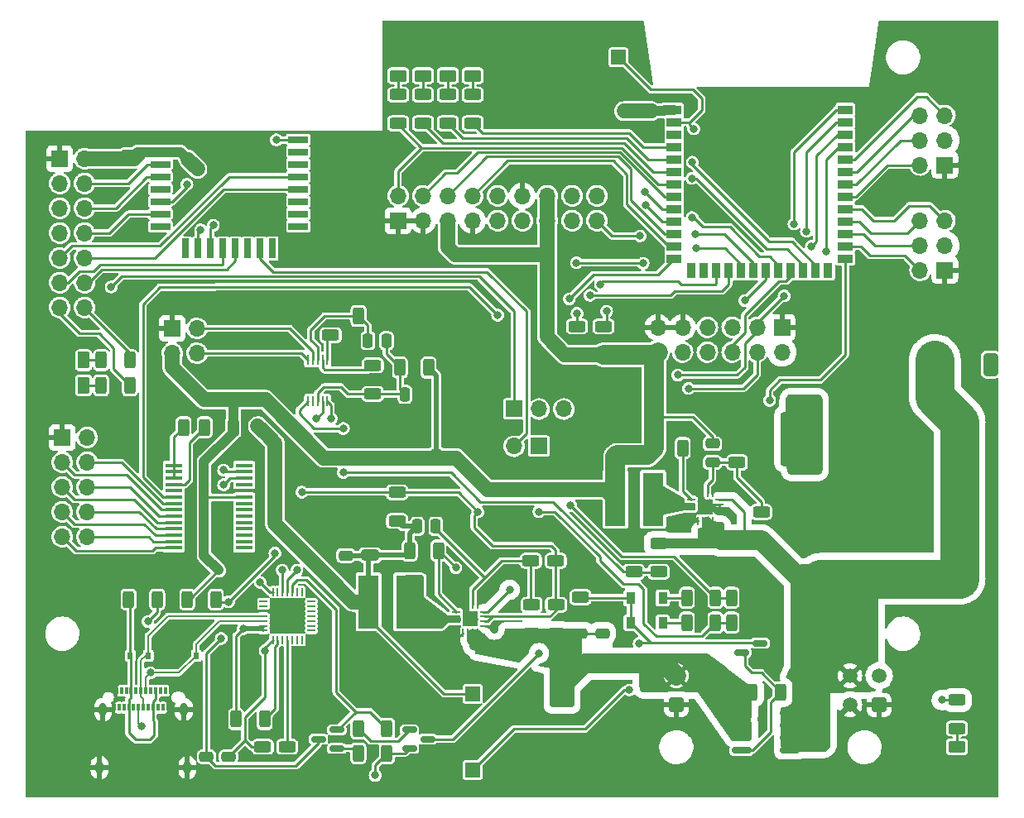
<source format=gtl>
%TF.GenerationSoftware,KiCad,Pcbnew,(6.0.9-0)*%
%TF.CreationDate,2023-01-05T01:08:24+08:00*%
%TF.ProjectId,pippino_board,70697070-696e-46f5-9f62-6f6172642e6b,rev?*%
%TF.SameCoordinates,Original*%
%TF.FileFunction,Copper,L1,Top*%
%TF.FilePolarity,Positive*%
%FSLAX46Y46*%
G04 Gerber Fmt 4.6, Leading zero omitted, Abs format (unit mm)*
G04 Created by KiCad (PCBNEW (6.0.9-0)) date 2023-01-05 01:08:24*
%MOMM*%
%LPD*%
G01*
G04 APERTURE LIST*
G04 Aperture macros list*
%AMRoundRect*
0 Rectangle with rounded corners*
0 $1 Rounding radius*
0 $2 $3 $4 $5 $6 $7 $8 $9 X,Y pos of 4 corners*
0 Add a 4 corners polygon primitive as box body*
4,1,4,$2,$3,$4,$5,$6,$7,$8,$9,$2,$3,0*
0 Add four circle primitives for the rounded corners*
1,1,$1+$1,$2,$3*
1,1,$1+$1,$4,$5*
1,1,$1+$1,$6,$7*
1,1,$1+$1,$8,$9*
0 Add four rect primitives between the rounded corners*
20,1,$1+$1,$2,$3,$4,$5,0*
20,1,$1+$1,$4,$5,$6,$7,0*
20,1,$1+$1,$6,$7,$8,$9,0*
20,1,$1+$1,$8,$9,$2,$3,0*%
G04 Aperture macros list end*
%TA.AperFunction,SMDPad,CuDef*%
%ADD10R,2.150000X5.500000*%
%TD*%
%TA.AperFunction,SMDPad,CuDef*%
%ADD11RoundRect,0.625000X0.625000X0.875000X-0.625000X0.875000X-0.625000X-0.875000X0.625000X-0.875000X0*%
%TD*%
%TA.AperFunction,SMDPad,CuDef*%
%ADD12RoundRect,0.605188X0.605187X2.394812X-0.605187X2.394812X-0.605187X-2.394812X0.605187X-2.394812X0*%
%TD*%
%TA.AperFunction,SMDPad,CuDef*%
%ADD13RoundRect,0.378000X0.378000X-0.818500X0.378000X0.818500X-0.378000X0.818500X-0.378000X-0.818500X0*%
%TD*%
%TA.AperFunction,ComponentPad*%
%ADD14C,0.500000*%
%TD*%
%TA.AperFunction,SMDPad,CuDef*%
%ADD15RoundRect,1.500000X2.250000X-1.500000X2.250000X1.500000X-2.250000X1.500000X-2.250000X-1.500000X0*%
%TD*%
%TA.AperFunction,SMDPad,CuDef*%
%ADD16RoundRect,0.250000X0.625000X-0.312500X0.625000X0.312500X-0.625000X0.312500X-0.625000X-0.312500X0*%
%TD*%
%TA.AperFunction,SMDPad,CuDef*%
%ADD17RoundRect,0.250000X0.312500X0.625000X-0.312500X0.625000X-0.312500X-0.625000X0.312500X-0.625000X0*%
%TD*%
%TA.AperFunction,SMDPad,CuDef*%
%ADD18RoundRect,0.250000X-0.312500X-0.625000X0.312500X-0.625000X0.312500X0.625000X-0.312500X0.625000X0*%
%TD*%
%TA.AperFunction,SMDPad,CuDef*%
%ADD19RoundRect,0.250000X-0.375000X-0.625000X0.375000X-0.625000X0.375000X0.625000X-0.375000X0.625000X0*%
%TD*%
%TA.AperFunction,SMDPad,CuDef*%
%ADD20R,1.750000X0.450000*%
%TD*%
%TA.AperFunction,SMDPad,CuDef*%
%ADD21RoundRect,0.250000X-0.625000X0.375000X-0.625000X-0.375000X0.625000X-0.375000X0.625000X0.375000X0*%
%TD*%
%TA.AperFunction,SMDPad,CuDef*%
%ADD22RoundRect,0.250000X0.625000X-0.375000X0.625000X0.375000X-0.625000X0.375000X-0.625000X-0.375000X0*%
%TD*%
%TA.AperFunction,SMDPad,CuDef*%
%ADD23RoundRect,0.250000X0.250000X0.475000X-0.250000X0.475000X-0.250000X-0.475000X0.250000X-0.475000X0*%
%TD*%
%TA.AperFunction,SMDPad,CuDef*%
%ADD24R,0.600000X0.700000*%
%TD*%
%TA.AperFunction,SMDPad,CuDef*%
%ADD25RoundRect,0.250000X-0.475000X0.250000X-0.475000X-0.250000X0.475000X-0.250000X0.475000X0.250000X0*%
%TD*%
%TA.AperFunction,SMDPad,CuDef*%
%ADD26RoundRect,0.062500X0.062500X-0.375000X0.062500X0.375000X-0.062500X0.375000X-0.062500X-0.375000X0*%
%TD*%
%TA.AperFunction,SMDPad,CuDef*%
%ADD27RoundRect,0.062500X0.375000X-0.062500X0.375000X0.062500X-0.375000X0.062500X-0.375000X-0.062500X0*%
%TD*%
%TA.AperFunction,SMDPad,CuDef*%
%ADD28R,1.500000X1.500000*%
%TD*%
%TA.AperFunction,SMDPad,CuDef*%
%ADD29R,0.250000X1.100000*%
%TD*%
%TA.AperFunction,ComponentPad*%
%ADD30RoundRect,0.250001X0.499999X0.499999X-0.499999X0.499999X-0.499999X-0.499999X0.499999X-0.499999X0*%
%TD*%
%TA.AperFunction,ComponentPad*%
%ADD31C,1.500000*%
%TD*%
%TA.AperFunction,SMDPad,CuDef*%
%ADD32RoundRect,0.150000X0.587500X0.150000X-0.587500X0.150000X-0.587500X-0.150000X0.587500X-0.150000X0*%
%TD*%
%TA.AperFunction,ComponentPad*%
%ADD33R,1.700000X1.700000*%
%TD*%
%TA.AperFunction,ComponentPad*%
%ADD34O,1.700000X1.700000*%
%TD*%
%TA.AperFunction,SMDPad,CuDef*%
%ADD35R,0.900000X1.200000*%
%TD*%
%TA.AperFunction,SMDPad,CuDef*%
%ADD36RoundRect,0.250000X-1.000000X1.950000X-1.000000X-1.950000X1.000000X-1.950000X1.000000X1.950000X0*%
%TD*%
%TA.AperFunction,SMDPad,CuDef*%
%ADD37RoundRect,0.250000X0.475000X-0.250000X0.475000X0.250000X-0.475000X0.250000X-0.475000X-0.250000X0*%
%TD*%
%TA.AperFunction,SMDPad,CuDef*%
%ADD38RoundRect,0.250000X-0.250000X-0.475000X0.250000X-0.475000X0.250000X0.475000X-0.250000X0.475000X0*%
%TD*%
%TA.AperFunction,SMDPad,CuDef*%
%ADD39RoundRect,0.150000X-0.587500X-0.150000X0.587500X-0.150000X0.587500X0.150000X-0.587500X0.150000X0*%
%TD*%
%TA.AperFunction,SMDPad,CuDef*%
%ADD40RoundRect,0.250000X0.650000X-0.325000X0.650000X0.325000X-0.650000X0.325000X-0.650000X-0.325000X0*%
%TD*%
%TA.AperFunction,SMDPad,CuDef*%
%ADD41RoundRect,0.250000X-0.625000X0.312500X-0.625000X-0.312500X0.625000X-0.312500X0.625000X0.312500X0*%
%TD*%
%TA.AperFunction,SMDPad,CuDef*%
%ADD42RoundRect,0.062500X-0.337500X-0.062500X0.337500X-0.062500X0.337500X0.062500X-0.337500X0.062500X0*%
%TD*%
%TA.AperFunction,SMDPad,CuDef*%
%ADD43RoundRect,0.062500X-0.062500X-0.337500X0.062500X-0.337500X0.062500X0.337500X-0.062500X0.337500X0*%
%TD*%
%TA.AperFunction,SMDPad,CuDef*%
%ADD44R,3.350000X3.350000*%
%TD*%
%TA.AperFunction,SMDPad,CuDef*%
%ADD45R,1.500000X0.900000*%
%TD*%
%TA.AperFunction,SMDPad,CuDef*%
%ADD46R,0.900000X1.500000*%
%TD*%
%TA.AperFunction,SMDPad,CuDef*%
%ADD47R,0.900000X0.900000*%
%TD*%
%TA.AperFunction,SMDPad,CuDef*%
%ADD48R,0.300000X0.700000*%
%TD*%
%TA.AperFunction,ComponentPad*%
%ADD49O,0.800000X1.400000*%
%TD*%
%TA.AperFunction,SMDPad,CuDef*%
%ADD50RoundRect,0.150000X-0.825000X-0.150000X0.825000X-0.150000X0.825000X0.150000X-0.825000X0.150000X0*%
%TD*%
%TA.AperFunction,SMDPad,CuDef*%
%ADD51R,2.000000X0.700000*%
%TD*%
%TA.AperFunction,SMDPad,CuDef*%
%ADD52R,0.700000X2.000000*%
%TD*%
%TA.AperFunction,ViaPad*%
%ADD53C,0.800000*%
%TD*%
%TA.AperFunction,Conductor*%
%ADD54C,1.500000*%
%TD*%
%TA.AperFunction,Conductor*%
%ADD55C,0.250000*%
%TD*%
%TA.AperFunction,Conductor*%
%ADD56C,0.500000*%
%TD*%
%TA.AperFunction,Conductor*%
%ADD57C,1.000000*%
%TD*%
%TA.AperFunction,Conductor*%
%ADD58C,2.000000*%
%TD*%
%TA.AperFunction,Conductor*%
%ADD59C,0.800000*%
%TD*%
%TA.AperFunction,Conductor*%
%ADD60C,0.790000*%
%TD*%
%TA.AperFunction,Conductor*%
%ADD61C,4.000000*%
%TD*%
%TA.AperFunction,Conductor*%
%ADD62C,0.780000*%
%TD*%
%TA.AperFunction,Conductor*%
%ADD63C,3.000000*%
%TD*%
%TA.AperFunction,Conductor*%
%ADD64C,0.200000*%
%TD*%
G04 APERTURE END LIST*
D10*
X164425000Y-129250000D03*
X160575000Y-129250000D03*
X139175000Y-139750000D03*
X135325000Y-139750000D03*
D11*
X180200000Y-137400000D03*
D12*
X180239625Y-130900000D03*
D11*
X180200000Y-124400000D03*
D13*
X198944000Y-115453500D03*
D14*
X191250000Y-130900000D03*
X186700000Y-129150000D03*
X186700000Y-134150000D03*
X191250000Y-131700000D03*
X191250000Y-130100000D03*
X185900000Y-134150000D03*
X188050000Y-132500000D03*
X189900000Y-134150000D03*
X185650000Y-132500000D03*
X191250000Y-132500000D03*
X191250000Y-133300000D03*
X190700000Y-129150000D03*
X186450000Y-130900000D03*
X186450000Y-132500000D03*
X190700000Y-134150000D03*
X185900000Y-129150000D03*
X187250000Y-133300000D03*
X188850000Y-130100000D03*
D15*
X188200000Y-131650000D03*
D14*
X189100000Y-134150000D03*
X190450000Y-132500000D03*
X186450000Y-130100000D03*
X189650000Y-132500000D03*
X188050000Y-130900000D03*
X189650000Y-130100000D03*
X185650000Y-130900000D03*
X189100000Y-129150000D03*
X188850000Y-131700000D03*
X187250000Y-130900000D03*
X190450000Y-130100000D03*
X188050000Y-131700000D03*
X190450000Y-130900000D03*
X190450000Y-131700000D03*
X189650000Y-133300000D03*
X188300000Y-134150000D03*
X188850000Y-130900000D03*
X187250000Y-130100000D03*
X185650000Y-133300000D03*
X188300000Y-129150000D03*
X188050000Y-130100000D03*
X188850000Y-132500000D03*
X186450000Y-133300000D03*
X186450000Y-131700000D03*
X185650000Y-130100000D03*
X187250000Y-131700000D03*
X185650000Y-131700000D03*
X190450000Y-133300000D03*
X187250000Y-132500000D03*
X188850000Y-133300000D03*
X187500000Y-134150000D03*
X189650000Y-130900000D03*
X188050000Y-133300000D03*
X189650000Y-131700000D03*
X187500000Y-129150000D03*
X189900000Y-129150000D03*
D16*
X138250000Y-131462500D03*
X138250000Y-128537500D03*
D17*
X110912500Y-117590000D03*
X107987500Y-117590000D03*
D18*
X134287500Y-155250000D03*
X137212500Y-155250000D03*
D19*
X103381250Y-117590000D03*
X106181250Y-117590000D03*
D20*
X122600000Y-134225000D03*
X122600000Y-133575000D03*
X122600000Y-132925000D03*
X122600000Y-132275000D03*
X122600000Y-131625000D03*
X122600000Y-130975000D03*
X122600000Y-130325000D03*
X122600000Y-129675000D03*
X122600000Y-129025000D03*
X122600000Y-128375000D03*
X122600000Y-127725000D03*
X122600000Y-127075000D03*
X122600000Y-126425000D03*
X122600000Y-125775000D03*
X115400000Y-125775000D03*
X115400000Y-126425000D03*
X115400000Y-127075000D03*
X115400000Y-127725000D03*
X115400000Y-128375000D03*
X115400000Y-129025000D03*
X115400000Y-129675000D03*
X115400000Y-130325000D03*
X115400000Y-130975000D03*
X115400000Y-131625000D03*
X115400000Y-132275000D03*
X115400000Y-132925000D03*
X115400000Y-133575000D03*
X115400000Y-134225000D03*
D19*
X103381250Y-115000000D03*
X106181250Y-115000000D03*
D21*
X143440000Y-83100000D03*
X143440000Y-85900000D03*
D22*
X195500000Y-157400000D03*
X195500000Y-154600000D03*
D17*
X110912500Y-115000000D03*
X107987500Y-115000000D03*
D23*
X177984000Y-125104000D03*
X176084000Y-125104000D03*
D24*
X117700000Y-145250000D03*
X116300000Y-145250000D03*
D18*
X164537500Y-124000000D03*
X167462500Y-124000000D03*
D16*
X124500000Y-157500000D03*
X124500000Y-154575000D03*
D25*
X118750000Y-155587500D03*
X118750000Y-157487500D03*
D16*
X157000000Y-139262500D03*
X157000000Y-136337500D03*
D18*
X134287500Y-152710000D03*
X137212500Y-152710000D03*
D26*
X169000000Y-131437500D03*
X169500000Y-131437500D03*
X170000000Y-131437500D03*
X170500000Y-131437500D03*
D27*
X171187500Y-130750000D03*
X171187500Y-130250000D03*
X171187500Y-129750000D03*
X171187500Y-129250000D03*
D26*
X170500000Y-128562500D03*
X170000000Y-128562500D03*
X169500000Y-128562500D03*
X169000000Y-128562500D03*
D27*
X168312500Y-129250000D03*
X168312500Y-129750000D03*
X168312500Y-130250000D03*
X168312500Y-130750000D03*
D28*
X169750000Y-130000000D03*
D29*
X131109000Y-114927000D03*
X130609000Y-114927000D03*
X130109000Y-114927000D03*
X129609000Y-114927000D03*
X129109000Y-114927000D03*
X129109000Y-119227000D03*
X129609000Y-119227000D03*
X130109000Y-119227000D03*
X130609000Y-119227000D03*
X131109000Y-119227000D03*
D16*
X154462000Y-135534500D03*
X154462000Y-132609500D03*
D23*
X179100000Y-145700000D03*
X177200000Y-145700000D03*
D25*
X170500000Y-123550000D03*
X170500000Y-125450000D03*
D30*
X187550000Y-150300000D03*
D31*
X184550000Y-150300000D03*
X187550000Y-147300000D03*
X184550000Y-147300000D03*
D17*
X121478500Y-121872000D03*
X118553500Y-121872000D03*
D32*
X175365500Y-145866000D03*
X175365500Y-143966000D03*
X173490500Y-144916000D03*
D33*
X177600000Y-111625000D03*
D34*
X177600000Y-114165000D03*
X175060000Y-111625000D03*
X175060000Y-114165000D03*
X172520000Y-111625000D03*
X172520000Y-114165000D03*
X169980000Y-111625000D03*
X169980000Y-114165000D03*
X167440000Y-111625000D03*
X167440000Y-114165000D03*
X164900000Y-111625000D03*
X164900000Y-114165000D03*
D30*
X166808000Y-150300000D03*
D31*
X166808000Y-147300000D03*
D21*
X140900000Y-83100000D03*
X140900000Y-85900000D03*
D18*
X121787500Y-151750000D03*
X124712500Y-151750000D03*
D35*
X162110000Y-141868000D03*
X165410000Y-141868000D03*
D36*
X155124000Y-148336000D03*
X155124000Y-156736000D03*
D37*
X157000000Y-142950000D03*
X157000000Y-141050000D03*
D18*
X113473500Y-121872000D03*
X116398500Y-121872000D03*
D38*
X139050000Y-118500000D03*
X140950000Y-118500000D03*
D18*
X134296000Y-110473000D03*
X137221000Y-110473000D03*
D39*
X139512500Y-152850000D03*
X139512500Y-154750000D03*
X141387500Y-153800000D03*
D17*
X141462500Y-115750000D03*
X138537500Y-115750000D03*
D24*
X112800000Y-145250000D03*
X114200000Y-145250000D03*
D40*
X135500000Y-134975000D03*
X135500000Y-132025000D03*
D18*
X172457500Y-139328000D03*
X175382500Y-139328000D03*
D33*
X104000000Y-122920000D03*
D34*
X106540000Y-122920000D03*
X104000000Y-125460000D03*
X106540000Y-125460000D03*
X104000000Y-128000000D03*
X106540000Y-128000000D03*
X104000000Y-130540000D03*
X106540000Y-130540000D03*
X104000000Y-133080000D03*
X106540000Y-133080000D03*
D23*
X161450000Y-89500000D03*
X159550000Y-89500000D03*
D17*
X170810500Y-141868000D03*
X167885500Y-141868000D03*
D33*
X150225000Y-120000000D03*
D34*
X152765000Y-120000000D03*
X155305000Y-120000000D03*
D33*
X138340000Y-100725000D03*
D34*
X138340000Y-98185000D03*
X140880000Y-100725000D03*
X140880000Y-98185000D03*
X143420000Y-100725000D03*
X143420000Y-98185000D03*
X145960000Y-100725000D03*
X145960000Y-98185000D03*
X148500000Y-100725000D03*
X148500000Y-98185000D03*
X151040000Y-100725000D03*
X151040000Y-98185000D03*
X153580000Y-100725000D03*
X153580000Y-98185000D03*
X156120000Y-100725000D03*
X156120000Y-98185000D03*
X158660000Y-100725000D03*
X158660000Y-98185000D03*
D33*
X194275000Y-105800000D03*
D34*
X191735000Y-105800000D03*
X194275000Y-103260000D03*
X191735000Y-103260000D03*
X194275000Y-100720000D03*
X191735000Y-100720000D03*
D16*
X131440500Y-112443500D03*
X131440500Y-109518500D03*
X151922000Y-135534500D03*
X151922000Y-132609500D03*
D21*
X138360000Y-83100000D03*
X138360000Y-85900000D03*
D16*
X173000000Y-125462500D03*
X173000000Y-122537500D03*
D41*
X165000000Y-133737500D03*
X165000000Y-136662500D03*
D16*
X127000000Y-157500000D03*
X127000000Y-154575000D03*
D18*
X172457500Y-141868000D03*
X175382500Y-141868000D03*
D33*
X115250000Y-111750000D03*
D34*
X117790000Y-111750000D03*
X115250000Y-114290000D03*
X117790000Y-114290000D03*
D16*
X143440000Y-90752500D03*
X143440000Y-87827500D03*
D28*
X160900000Y-84000000D03*
X153100000Y-84000000D03*
D37*
X133000000Y-135000000D03*
X133000000Y-133100000D03*
D16*
X152000000Y-142962500D03*
X152000000Y-140037500D03*
X156650000Y-114462500D03*
X156650000Y-111537500D03*
D18*
X110787500Y-139500000D03*
X113712500Y-139500000D03*
D16*
X140900000Y-90752500D03*
X140900000Y-87827500D03*
D40*
X160750000Y-124725000D03*
X160750000Y-121775000D03*
D42*
X124580000Y-139684000D03*
X124580000Y-140184000D03*
X124580000Y-140684000D03*
X124580000Y-141184000D03*
X124580000Y-141684000D03*
X124580000Y-142184000D03*
X124580000Y-142684000D03*
D43*
X125530000Y-143634000D03*
X126030000Y-143634000D03*
X126530000Y-143634000D03*
X127030000Y-143634000D03*
X127530000Y-143634000D03*
X128030000Y-143634000D03*
X128530000Y-143634000D03*
D42*
X129480000Y-142684000D03*
X129480000Y-142184000D03*
X129480000Y-141684000D03*
X129480000Y-141184000D03*
X129480000Y-140684000D03*
X129480000Y-140184000D03*
X129480000Y-139684000D03*
D43*
X128530000Y-138734000D03*
X128030000Y-138734000D03*
X127530000Y-138734000D03*
X127030000Y-138734000D03*
X126530000Y-138734000D03*
X126030000Y-138734000D03*
X125530000Y-138734000D03*
D44*
X127030000Y-141184000D03*
D45*
X166590000Y-88090000D03*
X166590000Y-89360000D03*
X166590000Y-90630000D03*
X166590000Y-91900000D03*
X166590000Y-93170000D03*
X166590000Y-94440000D03*
X166590000Y-95710000D03*
X166590000Y-96980000D03*
X166590000Y-98250000D03*
X166590000Y-99520000D03*
X166590000Y-100790000D03*
X166590000Y-102060000D03*
X166590000Y-103330000D03*
X166590000Y-104600000D03*
D46*
X168355000Y-105850000D03*
X169625000Y-105850000D03*
X170895000Y-105850000D03*
X172165000Y-105850000D03*
X173435000Y-105850000D03*
X174705000Y-105850000D03*
X175975000Y-105850000D03*
X177245000Y-105850000D03*
X178515000Y-105850000D03*
X179785000Y-105850000D03*
X181055000Y-105850000D03*
X182325000Y-105850000D03*
D45*
X184090000Y-104600000D03*
X184090000Y-103330000D03*
X184090000Y-102060000D03*
X184090000Y-100790000D03*
X184090000Y-99520000D03*
X184090000Y-98250000D03*
X184090000Y-96980000D03*
X184090000Y-95710000D03*
X184090000Y-94440000D03*
X184090000Y-93170000D03*
X184090000Y-91900000D03*
X184090000Y-90630000D03*
X184090000Y-89360000D03*
X184090000Y-88090000D03*
D47*
X173840000Y-94410000D03*
X172440000Y-95810000D03*
X175240000Y-95810000D03*
X173840000Y-97210000D03*
X175240000Y-97210000D03*
X173840000Y-95810000D03*
X172440000Y-97210000D03*
X172440000Y-94410000D03*
X175240000Y-94410000D03*
D16*
X135750000Y-118462500D03*
X135750000Y-115537500D03*
D38*
X140300000Y-132000000D03*
X142200000Y-132000000D03*
D16*
X154500000Y-142962500D03*
X154500000Y-140037500D03*
D18*
X139537500Y-134500000D03*
X142462500Y-134500000D03*
D37*
X110774000Y-93950000D03*
X110774000Y-92050000D03*
D17*
X119712500Y-139500000D03*
X116787500Y-139500000D03*
D37*
X159250000Y-142950000D03*
X159250000Y-141050000D03*
D23*
X177984000Y-123072000D03*
X176084000Y-123072000D03*
D18*
X167885500Y-139328000D03*
X170810500Y-139328000D03*
D25*
X168750000Y-133800000D03*
X168750000Y-135700000D03*
D48*
X109548000Y-148864000D03*
X110048000Y-148864000D03*
X110548000Y-148864000D03*
X111048000Y-148864000D03*
X111548000Y-148864000D03*
X112048000Y-148864000D03*
X112548000Y-148864000D03*
X113048000Y-148864000D03*
X113548000Y-148864000D03*
X114048000Y-148864000D03*
X114548000Y-148864000D03*
X115048000Y-148864000D03*
X114798000Y-150564000D03*
X114298000Y-150564000D03*
X113798000Y-150564000D03*
X113298000Y-150564000D03*
X112798000Y-150564000D03*
X112298000Y-150564000D03*
X111798000Y-150564000D03*
X111298000Y-150564000D03*
X110798000Y-150564000D03*
X110298000Y-150564000D03*
X109798000Y-150564000D03*
X109298000Y-150564000D03*
D49*
X116788000Y-156724000D03*
X107808000Y-156724000D03*
X108168000Y-150774000D03*
X116428000Y-150774000D03*
D23*
X177984000Y-121040000D03*
X176084000Y-121040000D03*
D50*
X173477000Y-151139000D03*
X173477000Y-152409000D03*
X173477000Y-153679000D03*
X173477000Y-154949000D03*
X178427000Y-154949000D03*
X178427000Y-153679000D03*
X178427000Y-152409000D03*
X178427000Y-151139000D03*
D21*
X145980000Y-83100000D03*
X145980000Y-85900000D03*
D25*
X121000000Y-155587500D03*
X121000000Y-157487500D03*
D26*
X145000000Y-142937500D03*
X145500000Y-142937500D03*
X146000000Y-142937500D03*
X146500000Y-142937500D03*
D27*
X147187500Y-142250000D03*
X147187500Y-141750000D03*
X147187500Y-141250000D03*
X147187500Y-140750000D03*
D26*
X146500000Y-140062500D03*
X146000000Y-140062500D03*
X145500000Y-140062500D03*
X145000000Y-140062500D03*
D27*
X144312500Y-140750000D03*
X144312500Y-141250000D03*
X144312500Y-141750000D03*
X144312500Y-142250000D03*
D28*
X145750000Y-141500000D03*
D33*
X194275000Y-95025000D03*
D34*
X191735000Y-95025000D03*
X194275000Y-92485000D03*
X191735000Y-92485000D03*
X194275000Y-89945000D03*
X191735000Y-89945000D03*
D24*
X110966000Y-145248000D03*
X109566000Y-145248000D03*
D16*
X145980000Y-90752500D03*
X145980000Y-87827500D03*
D32*
X132087500Y-154750000D03*
X132087500Y-152850000D03*
X130212500Y-153800000D03*
D41*
X195500000Y-149787500D03*
X195500000Y-152712500D03*
D33*
X103725000Y-94375000D03*
D34*
X106265000Y-94375000D03*
X103725000Y-96915000D03*
X106265000Y-96915000D03*
X103725000Y-99455000D03*
X106265000Y-99455000D03*
X103725000Y-101995000D03*
X106265000Y-101995000D03*
X103725000Y-104535000D03*
X106265000Y-104535000D03*
X103725000Y-107075000D03*
X106265000Y-107075000D03*
X103725000Y-109615000D03*
X106265000Y-109615000D03*
D23*
X137155000Y-113013000D03*
X135255000Y-113013000D03*
D16*
X159350000Y-114462500D03*
X159350000Y-111537500D03*
D33*
X152750000Y-123810000D03*
D34*
X150210000Y-123810000D03*
D16*
X175500000Y-133462500D03*
X175500000Y-130537500D03*
X138360000Y-90752500D03*
X138360000Y-87827500D03*
D51*
X114036400Y-92410400D03*
X114036400Y-93680400D03*
X114036400Y-94950400D03*
X114036400Y-96220400D03*
X114036400Y-97490400D03*
X114036400Y-98760400D03*
X114036400Y-100030400D03*
X114036400Y-101300400D03*
D52*
X116626400Y-103560400D03*
X117896400Y-103560400D03*
X119166400Y-103560400D03*
X120436400Y-103560400D03*
X121706400Y-103560400D03*
X122976400Y-103560400D03*
X124246400Y-103560400D03*
X125516400Y-103560400D03*
D51*
X128136400Y-101300400D03*
X128136400Y-100030400D03*
X128136400Y-98760400D03*
X128136400Y-97490400D03*
X128136400Y-96220400D03*
X128136400Y-94950400D03*
X128136400Y-93680400D03*
X128136400Y-92410400D03*
D35*
X162110000Y-139328000D03*
X165410000Y-139328000D03*
D16*
X162450000Y-136662500D03*
X162450000Y-133737500D03*
D28*
X145980000Y-149144000D03*
X145980000Y-156944000D03*
D18*
X174537500Y-149000000D03*
X177462500Y-149000000D03*
D25*
X171000000Y-133800000D03*
X171000000Y-135700000D03*
D53*
X124000000Y-121750000D03*
X116870000Y-94448000D03*
X117836000Y-95414000D03*
X124875000Y-122625000D03*
X146250000Y-154000000D03*
X174274000Y-91400000D03*
X172242000Y-92924000D03*
X151574799Y-154699799D03*
X153750000Y-88500000D03*
X186200000Y-116650000D03*
X191750000Y-97500000D03*
X161987299Y-153537299D03*
X120250000Y-132500000D03*
X159200000Y-138050000D03*
X132750000Y-104000000D03*
X170281600Y-109118400D03*
X114250000Y-158500000D03*
X108300000Y-141100000D03*
X188000000Y-123250000D03*
X151250000Y-158500000D03*
X198250000Y-142500000D03*
X173766000Y-92924000D03*
X148250000Y-126000000D03*
X141750000Y-130000000D03*
X175200000Y-95800000D03*
X139750000Y-150500000D03*
X143650000Y-116900000D03*
X139350000Y-109450000D03*
X141250000Y-159000000D03*
X149500000Y-136750000D03*
X142250000Y-111000000D03*
X177068000Y-94448000D03*
X167250000Y-132000000D03*
X166325000Y-158550000D03*
X171988000Y-91400000D03*
X171734000Y-89876000D03*
X151012299Y-150262299D03*
X120450000Y-147600000D03*
X102150000Y-146800000D03*
X190750000Y-153500000D03*
X198250000Y-145500000D03*
X176750000Y-139750000D03*
X128250000Y-130500000D03*
X129350000Y-147400000D03*
X101250000Y-102000000D03*
X188250000Y-97500000D03*
X198100000Y-154150000D03*
X132750000Y-94000000D03*
X161798000Y-110032800D03*
X132750000Y-101000000D03*
X175200000Y-94400000D03*
X192200000Y-107900000D03*
X187250000Y-158000000D03*
X115900000Y-99675000D03*
X106750000Y-137500000D03*
X135750000Y-121500000D03*
X114250000Y-155500000D03*
X175290000Y-92924000D03*
X195000000Y-156000000D03*
X110750000Y-158500000D03*
X139650000Y-112850000D03*
X159325000Y-158550000D03*
X136250000Y-146000000D03*
X169750000Y-130000000D03*
X109750000Y-120500000D03*
X149750000Y-88500000D03*
X187750000Y-88500000D03*
X171750000Y-127500000D03*
X173250000Y-136500000D03*
X132750000Y-97500000D03*
X107750000Y-92500000D03*
X120250000Y-153500000D03*
X130750000Y-158000000D03*
X125250000Y-100000000D03*
X171480000Y-88352000D03*
X100750000Y-120000000D03*
X197250000Y-82500000D03*
X101250000Y-107500000D03*
X168750000Y-126500000D03*
X145250000Y-112500000D03*
X179100000Y-88352000D03*
X126250000Y-113000000D03*
X186050000Y-110550000D03*
X175290000Y-88352000D03*
X172400000Y-94400000D03*
X156750000Y-81000000D03*
X198000000Y-158100000D03*
X122750000Y-124000000D03*
X144250000Y-138000000D03*
X152645759Y-113604241D03*
X103250000Y-157500000D03*
X129250000Y-150500000D03*
X157750000Y-122550000D03*
X175500000Y-151750000D03*
X124250000Y-94500000D03*
X172400000Y-95800000D03*
X177068000Y-96226000D03*
X181450000Y-111850000D03*
X149250000Y-81500000D03*
X127750000Y-125000000D03*
X175750000Y-158500000D03*
X163325000Y-158550000D03*
X161798000Y-111963200D03*
X174782000Y-89876000D03*
X142250000Y-145000000D03*
X168700000Y-98400000D03*
X147750000Y-122500000D03*
X150750000Y-106500000D03*
X123350000Y-147300000D03*
X195050000Y-158750000D03*
X135600000Y-103950000D03*
X180750000Y-114550000D03*
X168287682Y-152486916D03*
X143500000Y-122700000D03*
X162509200Y-103682800D03*
X145275500Y-146417792D03*
X101250000Y-97000000D03*
X190750000Y-157500000D03*
X148196398Y-142578201D03*
X194600000Y-97850000D03*
X115250000Y-119500000D03*
X156750000Y-84000000D03*
X102250000Y-137500000D03*
X116460000Y-142870000D03*
X197250000Y-87000000D03*
X175200000Y-97200000D03*
X187050000Y-107350000D03*
X176560000Y-91400000D03*
X158597600Y-103479600D03*
X103250000Y-153500000D03*
X125750000Y-109500000D03*
X173800000Y-95800000D03*
X173800000Y-97200000D03*
X100750000Y-126500000D03*
X100750000Y-132500000D03*
X101250000Y-112500000D03*
X138050000Y-148150000D03*
X181750000Y-158000000D03*
X173800000Y-94400000D03*
X106650000Y-146500000D03*
X172400000Y-97200000D03*
X176000000Y-145000000D03*
X172550000Y-131100000D03*
X121750000Y-94500000D03*
X125750000Y-116000000D03*
X141580000Y-95050000D03*
X120750000Y-116000000D03*
X156900000Y-126000000D03*
X109750000Y-123500000D03*
X184000000Y-119150000D03*
X170625000Y-158850000D03*
X148750000Y-131500000D03*
X177830000Y-89876000D03*
X177068000Y-92924000D03*
X111250000Y-102000000D03*
X145750000Y-141500000D03*
X121250000Y-113000000D03*
X144600000Y-109150000D03*
X170750000Y-137000000D03*
X140750000Y-81000000D03*
X175500000Y-137250000D03*
X135750000Y-130000000D03*
X114750000Y-136500000D03*
X157912299Y-154612299D03*
X135500000Y-94100000D03*
X176560000Y-99528000D03*
X110250000Y-110000000D03*
X110750000Y-155500000D03*
X121250000Y-109000000D03*
X103250000Y-150000000D03*
X194750000Y-85000000D03*
X150830497Y-143080497D03*
X149750000Y-138500000D03*
X193250000Y-115750000D03*
X193250000Y-117250000D03*
X193250000Y-114250000D03*
X193250000Y-118750000D03*
X164250000Y-89500000D03*
X163000000Y-89500000D03*
X122500000Y-142500000D03*
X120000000Y-136500000D03*
X121000000Y-139750000D03*
X168586000Y-91322000D03*
X120250000Y-143500000D03*
X125750000Y-134750000D03*
X179000000Y-122000000D03*
X179000000Y-119500000D03*
X180500000Y-123250000D03*
X180500000Y-119500000D03*
X179000000Y-124500000D03*
X179000000Y-125750000D03*
X180500000Y-125750000D03*
X179000000Y-123250000D03*
X180500000Y-120750000D03*
X193962500Y-149787500D03*
X180500000Y-124500000D03*
X179000000Y-120750000D03*
X180500000Y-122000000D03*
X163000000Y-143992300D03*
X162012300Y-148762300D03*
X112110000Y-152510000D03*
X113000000Y-147000000D03*
X119450000Y-101200000D03*
X118150000Y-101650000D03*
X109000000Y-107500000D03*
X125900000Y-92450000D03*
X178846000Y-101052000D03*
X180116000Y-101814000D03*
X128500000Y-128500000D03*
X146500000Y-130500000D03*
X116750000Y-97000000D03*
X168860000Y-103510000D03*
X163410000Y-105080000D03*
X156590000Y-105020000D03*
X168760000Y-102070000D03*
X163100000Y-102280000D03*
X173800000Y-108900000D03*
X168420000Y-100400000D03*
X156000000Y-129850000D03*
X152750000Y-130500000D03*
X124250000Y-137750000D03*
X136000000Y-157500000D03*
X152750000Y-145000000D03*
X176350000Y-119125000D03*
X155860000Y-108730000D03*
X148530000Y-110390000D03*
X180624000Y-103338000D03*
X128000000Y-136500000D03*
X168050000Y-117900000D03*
X166965593Y-116525500D03*
X182148000Y-103846000D03*
X177830000Y-108418000D03*
X126500000Y-136500000D03*
X112750000Y-141750000D03*
X124750000Y-144750000D03*
X159040000Y-107240000D03*
X157980000Y-108360000D03*
X168450000Y-94740000D03*
X168390000Y-96400000D03*
X144250000Y-136250000D03*
X120500000Y-127750000D03*
X159680000Y-109990000D03*
X163707299Y-99152701D03*
X131500000Y-121000000D03*
X120500000Y-126250000D03*
X130000000Y-121000000D03*
X156650000Y-110200000D03*
X163570000Y-97750000D03*
X132750000Y-122000000D03*
X132750000Y-126500000D03*
D54*
X125750000Y-123500000D02*
X124875000Y-122625000D01*
X135325000Y-139750000D02*
X133724000Y-139750000D01*
D55*
X135325000Y-139750000D02*
X135325000Y-141425000D01*
D56*
X139062500Y-134975000D02*
X139537500Y-134500000D01*
X135475000Y-135000000D02*
X135500000Y-134975000D01*
D57*
X114038000Y-93704000D02*
X112026000Y-93704000D01*
D56*
X135325000Y-135150000D02*
X135500000Y-134975000D01*
D54*
X133724000Y-139750000D02*
X132110000Y-138136000D01*
X124875000Y-122625000D02*
X124000000Y-121750000D01*
X111790000Y-93940000D02*
X111355000Y-94375000D01*
D57*
X112026000Y-93704000D02*
X111790000Y-93940000D01*
D54*
X117836000Y-95414000D02*
X116870000Y-94448000D01*
D56*
X139537500Y-132762500D02*
X140300000Y-132000000D01*
X138787500Y-132000000D02*
X138250000Y-131462500D01*
D54*
X132110000Y-138136000D02*
X132110000Y-138110000D01*
D57*
X116126000Y-93704000D02*
X116870000Y-94448000D01*
D54*
X111355000Y-94375000D02*
X106265000Y-94375000D01*
D56*
X135325000Y-139750000D02*
X135325000Y-135150000D01*
D54*
X132110000Y-138110000D02*
X125750000Y-131750000D01*
D56*
X135500000Y-134975000D02*
X139062500Y-134975000D01*
D54*
X125750000Y-131750000D02*
X125750000Y-123500000D01*
D55*
X135325000Y-141425000D02*
X143044000Y-149144000D01*
D56*
X140300000Y-132000000D02*
X138787500Y-132000000D01*
D57*
X114038000Y-93704000D02*
X116126000Y-93704000D01*
D55*
X143044000Y-149144000D02*
X145980000Y-149144000D01*
D56*
X133000000Y-135000000D02*
X135475000Y-135000000D01*
X139537500Y-134500000D02*
X139537500Y-132762500D01*
D55*
X171000000Y-130750000D02*
X170250000Y-130000000D01*
X170250000Y-130000000D02*
X169750000Y-130000000D01*
X170000000Y-129750000D02*
X169750000Y-130000000D01*
X171950000Y-130500000D02*
X171250000Y-130500000D01*
X171187500Y-130750000D02*
X171000000Y-130750000D01*
X169000000Y-131437500D02*
X168687500Y-131437500D01*
X169000000Y-131437500D02*
X168312500Y-130750000D01*
X144437500Y-143500000D02*
X145000000Y-142937500D01*
X172550000Y-131100000D02*
X171950000Y-130500000D01*
X171250000Y-130500000D02*
X171187500Y-130437500D01*
X171187500Y-130437500D02*
X171187500Y-130250000D01*
X144250000Y-143500000D02*
X144437500Y-143500000D01*
X171187500Y-129750000D02*
X170000000Y-129750000D01*
X168687500Y-131437500D02*
X168500000Y-131250000D01*
X171187500Y-130250000D02*
X171187500Y-129750000D01*
X171187500Y-130750000D02*
X171187500Y-130437500D01*
X156987500Y-142962500D02*
X157000000Y-142950000D01*
D58*
X155124000Y-148336000D02*
X157418200Y-146041800D01*
X165549800Y-146041800D02*
X166808000Y-147300000D01*
D59*
X146375000Y-142900000D02*
X146900000Y-143425000D01*
D55*
X147500000Y-140750000D02*
X147000000Y-140750000D01*
X150948494Y-142962500D02*
X150830497Y-143080497D01*
D58*
X157418200Y-146041800D02*
X165549800Y-146041800D01*
D55*
X157000000Y-142950000D02*
X157000000Y-145623600D01*
D59*
X146000000Y-143130000D02*
X146000000Y-144250000D01*
D55*
X157000000Y-145623600D02*
X157418200Y-146041800D01*
X152000000Y-142962500D02*
X154500000Y-142962500D01*
X146000000Y-144250000D02*
X145500000Y-143750000D01*
D60*
X145770000Y-142900000D02*
X146000000Y-143130000D01*
D55*
X154500000Y-142962500D02*
X156987500Y-142962500D01*
X152000000Y-142962500D02*
X150948494Y-142962500D01*
X145500000Y-143750000D02*
X145500000Y-142937500D01*
D60*
X145770000Y-142900000D02*
X146375000Y-142900000D01*
D55*
X157000000Y-142950000D02*
X159250000Y-142950000D01*
X149750000Y-138500000D02*
X147500000Y-140750000D01*
D59*
X146900000Y-143425000D02*
X146900000Y-143700000D01*
D61*
X193250000Y-118750000D02*
X193250000Y-115000000D01*
D62*
X169807500Y-131437500D02*
X169770000Y-131400000D01*
D63*
X181576000Y-137374000D02*
X181444000Y-137374000D01*
D61*
X195776000Y-137374000D02*
X195776000Y-121276000D01*
X195776000Y-121276000D02*
X193750000Y-119250000D01*
D57*
X165062500Y-133800000D02*
X165000000Y-133737500D01*
D59*
X170000000Y-131437500D02*
X169807500Y-131437500D01*
D58*
X173287500Y-133462500D02*
X171337500Y-133462500D01*
D57*
X168750000Y-133800000D02*
X165062500Y-133800000D01*
D59*
X171000000Y-133340000D02*
X171000000Y-133800000D01*
D55*
X173750000Y-133462500D02*
X173750000Y-130500000D01*
D58*
X175500000Y-133462500D02*
X173287500Y-133462500D01*
D62*
X169770000Y-131400000D02*
X169770000Y-132110000D01*
D61*
X193750000Y-119250000D02*
X193250000Y-118750000D01*
D58*
X179411500Y-137374000D02*
X175500000Y-133462500D01*
D57*
X171337500Y-133462500D02*
X171000000Y-133800000D01*
D59*
X169770000Y-132110000D02*
X171000000Y-133340000D01*
D57*
X181576000Y-137374000D02*
X179411500Y-137374000D01*
D55*
X172500000Y-129250000D02*
X171125000Y-129250000D01*
D61*
X181576000Y-137374000D02*
X195776000Y-137374000D01*
D55*
X173750000Y-130500000D02*
X172500000Y-129250000D01*
D57*
X171000000Y-133800000D02*
X168750000Y-133800000D01*
D54*
X118531040Y-119031040D02*
X115250000Y-115750000D01*
X130750000Y-125000000D02*
X142000000Y-125000000D01*
X159575000Y-128250000D02*
X160575000Y-129250000D01*
D55*
X121787500Y-143212500D02*
X121787500Y-151750000D01*
D58*
X160575000Y-129250000D02*
X160575000Y-124900000D01*
D57*
X118500000Y-135000000D02*
X120000000Y-136500000D01*
X165640000Y-89360000D02*
X166590000Y-89360000D01*
D54*
X153580000Y-112630000D02*
X153580000Y-104030000D01*
X142500000Y-125000000D02*
X144250000Y-125000000D01*
D55*
X124580000Y-142316000D02*
X124396000Y-142500000D01*
X118500000Y-129250000D02*
X118725000Y-129025000D01*
D56*
X122500000Y-142500000D02*
X124396000Y-142500000D01*
D58*
X164537500Y-114527500D02*
X164900000Y-114165000D01*
D54*
X142000000Y-125000000D02*
X142250000Y-124750000D01*
X163000000Y-89500000D02*
X161450000Y-89500000D01*
X155412500Y-114462500D02*
X153580000Y-112630000D01*
X143420000Y-103420000D02*
X144200000Y-104200000D01*
X124781040Y-119031040D02*
X130750000Y-125000000D01*
D57*
X120968960Y-119031040D02*
X121478500Y-119540580D01*
X121478500Y-122396500D02*
X121478500Y-121872000D01*
X118500000Y-129250000D02*
X118500000Y-125375000D01*
D54*
X144250000Y-125000000D02*
X147500000Y-128250000D01*
X159350000Y-114462500D02*
X156650000Y-114462500D01*
D58*
X164537500Y-124000000D02*
X164537500Y-120812500D01*
X164537500Y-120812500D02*
X164537500Y-114527500D01*
D55*
X117000000Y-139500000D02*
X120000000Y-136500000D01*
D54*
X153410000Y-104200000D02*
X153580000Y-104030000D01*
X147500000Y-128250000D02*
X159575000Y-128250000D01*
D58*
X164472500Y-114462500D02*
X159350000Y-114462500D01*
D55*
X170500000Y-123550000D02*
X170500000Y-122850000D01*
D56*
X142250000Y-124750000D02*
X142250000Y-116537500D01*
D57*
X164250000Y-89500000D02*
X165500000Y-89500000D01*
D54*
X142250000Y-124750000D02*
X142500000Y-125000000D01*
D57*
X118500000Y-129250000D02*
X118500000Y-135000000D01*
D58*
X163812500Y-124725000D02*
X164537500Y-124000000D01*
D55*
X170500000Y-122850000D02*
X168462500Y-120812500D01*
D57*
X165500000Y-89500000D02*
X165640000Y-89360000D01*
D54*
X115250000Y-115750000D02*
X115250000Y-114290000D01*
X120968960Y-119031040D02*
X118531040Y-119031040D01*
D55*
X116787500Y-139500000D02*
X117000000Y-139500000D01*
D57*
X121478500Y-119540580D02*
X121478500Y-121872000D01*
D54*
X144200000Y-104200000D02*
X153410000Y-104200000D01*
D55*
X122500000Y-142500000D02*
X121787500Y-143212500D01*
D54*
X156650000Y-114462500D02*
X155412500Y-114462500D01*
D55*
X168462500Y-120812500D02*
X164537500Y-120812500D01*
D54*
X160575000Y-124900000D02*
X160750000Y-124725000D01*
D55*
X124580000Y-142184000D02*
X124580000Y-142316000D01*
D57*
X118500000Y-125375000D02*
X121478500Y-122396500D01*
D55*
X124396000Y-142500000D02*
X124580000Y-142684000D01*
D54*
X120968960Y-119031040D02*
X124781040Y-119031040D01*
D58*
X160750000Y-124725000D02*
X163812500Y-124725000D01*
D54*
X153580000Y-104030000D02*
X153580000Y-98185000D01*
D58*
X164537500Y-114527500D02*
X164472500Y-114462500D01*
D55*
X118725000Y-129025000D02*
X122600000Y-129025000D01*
D54*
X143420000Y-100725000D02*
X143420000Y-103420000D01*
X163000000Y-89500000D02*
X164250000Y-89500000D01*
D56*
X142250000Y-116537500D02*
X141462500Y-115750000D01*
D55*
X173000000Y-127000000D02*
X175500000Y-129500000D01*
X173000000Y-125462500D02*
X173000000Y-127000000D01*
X170000000Y-127750000D02*
X170000000Y-128562500D01*
X170500000Y-125450000D02*
X170500000Y-127250000D01*
X175500000Y-129500000D02*
X175500000Y-130537500D01*
X172987500Y-125450000D02*
X173000000Y-125462500D01*
X170500000Y-125450000D02*
X172987500Y-125450000D01*
X170500000Y-127250000D02*
X170000000Y-127750000D01*
X168170000Y-90906000D02*
X168170000Y-90630000D01*
X118750000Y-145000000D02*
X120250000Y-143500000D01*
X121000000Y-139750000D02*
X125750000Y-135000000D01*
X160900000Y-84000000D02*
X164215000Y-87315000D01*
X168170000Y-90630000D02*
X166590000Y-90630000D01*
X121000000Y-139750000D02*
X119962500Y-139750000D01*
X127896000Y-156500000D02*
X130212500Y-154183500D01*
X130212500Y-154183500D02*
X130212500Y-153800000D01*
X164215000Y-87315000D02*
X168515000Y-87315000D01*
X125750000Y-135000000D02*
X125750000Y-134750000D01*
X169400000Y-88200000D02*
X169400000Y-89400000D01*
X119962500Y-139750000D02*
X119712500Y-139500000D01*
X168515000Y-87315000D02*
X169400000Y-88200000D01*
X118750000Y-155587500D02*
X118750000Y-145000000D01*
X118750000Y-155587500D02*
X119662500Y-156500000D01*
X168586000Y-91322000D02*
X168170000Y-90906000D01*
X169400000Y-89400000D02*
X168170000Y-90630000D01*
X119662500Y-156500000D02*
X127896000Y-156500000D01*
D57*
X177984000Y-123072000D02*
X177984000Y-125104000D01*
D55*
X195500000Y-149787500D02*
X193962500Y-149787500D01*
D57*
X177984000Y-121040000D02*
X177984000Y-123072000D01*
D55*
X151922000Y-135534500D02*
X151922000Y-139959500D01*
X151922000Y-139959500D02*
X152000000Y-140037500D01*
X142200000Y-132250000D02*
X147185000Y-137235000D01*
X146000000Y-140062500D02*
X146000000Y-138470000D01*
X146000000Y-138470000D02*
X147235000Y-137235000D01*
X147235000Y-137235000D02*
X148935500Y-135534500D01*
X142200000Y-132000000D02*
X142200000Y-132250000D01*
X147185000Y-137235000D02*
X147235000Y-137235000D01*
X148935500Y-135534500D02*
X151922000Y-135534500D01*
X149545000Y-94600000D02*
X160330000Y-94600000D01*
X160330000Y-94600000D02*
X161718604Y-95988604D01*
X161718604Y-95988604D02*
X161718604Y-99038604D01*
X166010000Y-103330000D02*
X166590000Y-103330000D01*
X161718604Y-99038604D02*
X166010000Y-103330000D01*
X145960000Y-98185000D02*
X149545000Y-94600000D01*
X163000000Y-143992300D02*
X163055300Y-143937000D01*
X157000000Y-139262500D02*
X157065500Y-139328000D01*
X150174000Y-152750000D02*
X157500000Y-152750000D01*
X162110000Y-139328000D02*
X162110000Y-141868000D01*
X161487700Y-148762300D02*
X162012300Y-148762300D01*
X145980000Y-156944000D02*
X150174000Y-152750000D01*
X164179000Y-143937000D02*
X175336500Y-143937000D01*
X157500000Y-152750000D02*
X161487700Y-148762300D01*
X162110000Y-141868000D02*
X164179000Y-143937000D01*
X163055300Y-143937000D02*
X164179000Y-143937000D01*
X175336500Y-143937000D02*
X175365500Y-143966000D01*
X157065500Y-139328000D02*
X162110000Y-139328000D01*
X145980000Y-87827500D02*
X145980000Y-85900000D01*
X195500000Y-152712500D02*
X195500000Y-154600000D01*
X112940000Y-153850000D02*
X113410000Y-153380000D01*
X113548000Y-149664000D02*
X113298000Y-149914000D01*
X113548000Y-148864000D02*
X113548000Y-149664000D01*
X111520000Y-153850000D02*
X112940000Y-153850000D01*
X110798000Y-153128000D02*
X111520000Y-153850000D01*
X111048000Y-145330000D02*
X110966000Y-145248000D01*
X110798000Y-149764000D02*
X111048000Y-149514000D01*
X110798000Y-150564000D02*
X110798000Y-153128000D01*
X113410000Y-151980000D02*
X113298000Y-151868000D01*
X113410000Y-153380000D02*
X113410000Y-151980000D01*
X110966000Y-145248000D02*
X110966000Y-139678500D01*
X113298000Y-151868000D02*
X113298000Y-150564000D01*
X111048000Y-149514000D02*
X111048000Y-148864000D01*
X110798000Y-150564000D02*
X110798000Y-149764000D01*
X113298000Y-149914000D02*
X113298000Y-150564000D01*
X110966000Y-139678500D02*
X110787500Y-139500000D01*
X111048000Y-148864000D02*
X111048000Y-145330000D01*
D64*
X117700000Y-145250000D02*
X117700000Y-144050000D01*
X113000000Y-147000000D02*
X115950000Y-147000000D01*
X112548000Y-148864000D02*
X112548000Y-147452000D01*
X120066000Y-141684000D02*
X124580000Y-141684000D01*
X112110000Y-152510000D02*
X111798000Y-152198000D01*
X111798000Y-152198000D02*
X111798000Y-150564000D01*
X115950000Y-147000000D02*
X117700000Y-145250000D01*
X117700000Y-144050000D02*
X120066000Y-141684000D01*
X112548000Y-147452000D02*
X113000000Y-147000000D01*
X112500000Y-145250000D02*
X112800000Y-145250000D01*
X112800000Y-143200000D02*
X114816000Y-141184000D01*
X112298000Y-149714000D02*
X112048000Y-149464000D01*
X112048000Y-148864000D02*
X112048000Y-145702000D01*
X112048000Y-149464000D02*
X112048000Y-148864000D01*
X112800000Y-145250000D02*
X112800000Y-143200000D01*
X114816000Y-141184000D02*
X124580000Y-141184000D01*
X112048000Y-145702000D02*
X112500000Y-145250000D01*
X112298000Y-150564000D02*
X112298000Y-149714000D01*
D55*
X119168000Y-101482000D02*
X119168000Y-103584000D01*
X119450000Y-101200000D02*
X119168000Y-101482000D01*
X117898000Y-101902000D02*
X118150000Y-101650000D01*
X117898000Y-103584000D02*
X117898000Y-101902000D01*
X110100000Y-106400000D02*
X146650000Y-106400000D01*
X146650000Y-106400000D02*
X150225000Y-109975000D01*
X108805000Y-101995000D02*
X110746000Y-100054000D01*
X109000000Y-107500000D02*
X110100000Y-106400000D01*
X150225000Y-109975000D02*
X150225000Y-120000000D01*
X110746000Y-100054000D02*
X114038000Y-100054000D01*
X106265000Y-101995000D02*
X108805000Y-101995000D01*
X121056000Y-96244000D02*
X128138000Y-96244000D01*
X104960000Y-103300000D02*
X114000000Y-103300000D01*
X103725000Y-104535000D02*
X104960000Y-103300000D01*
X114000000Y-103300000D02*
X121056000Y-96244000D01*
X128122000Y-92450000D02*
X128138000Y-92434000D01*
X125900000Y-92450000D02*
X128122000Y-92450000D01*
X113465000Y-104535000D02*
X120486000Y-97514000D01*
X106265000Y-104535000D02*
X113465000Y-104535000D01*
X120486000Y-97514000D02*
X128138000Y-97514000D01*
X109445000Y-99455000D02*
X112656000Y-96244000D01*
X106265000Y-99455000D02*
X109445000Y-99455000D01*
X112656000Y-96244000D02*
X114038000Y-96244000D01*
X178846000Y-93686000D02*
X178846000Y-101052000D01*
X184090000Y-89360000D02*
X183172000Y-89360000D01*
X183172000Y-89360000D02*
X178846000Y-93686000D01*
X112726000Y-94974000D02*
X114038000Y-94974000D01*
X110785000Y-96915000D02*
X112726000Y-94974000D01*
X106265000Y-96915000D02*
X110785000Y-96915000D01*
X184090000Y-90630000D02*
X183172000Y-90630000D01*
X180116000Y-93686000D02*
X180116000Y-101814000D01*
X183172000Y-90630000D02*
X180116000Y-93686000D01*
X154462000Y-139999500D02*
X154500000Y-140037500D01*
X154500000Y-140037500D02*
X154500000Y-140575431D01*
X148000000Y-141250000D02*
X147500000Y-141750000D01*
X178020000Y-106925000D02*
X178515000Y-106430000D01*
X153825431Y-141250000D02*
X148000000Y-141250000D01*
X178515000Y-106430000D02*
X178515000Y-105850000D01*
X114036400Y-98760400D02*
X115239600Y-98760400D01*
X172520000Y-113430000D02*
X173800000Y-112150000D01*
X138212500Y-128500000D02*
X138250000Y-128537500D01*
X148000000Y-141250000D02*
X147187500Y-141250000D01*
X146125000Y-132125000D02*
X148000000Y-134000000D01*
X173800000Y-112150000D02*
X173800000Y-110400000D01*
X148000000Y-134000000D02*
X154000000Y-134000000D01*
X177275000Y-106925000D02*
X178020000Y-106925000D01*
X147500000Y-141750000D02*
X147187500Y-141750000D01*
X154000000Y-134000000D02*
X154462000Y-134462000D01*
X146125000Y-132125000D02*
X146125000Y-130875000D01*
X154462000Y-134462000D02*
X154462000Y-135534500D01*
X146125000Y-130875000D02*
X146500000Y-130500000D01*
X116750000Y-97250000D02*
X116750000Y-97000000D01*
X172520000Y-114165000D02*
X172520000Y-113430000D01*
X144537500Y-128537500D02*
X146500000Y-130500000D01*
X138250000Y-128537500D02*
X144537500Y-128537500D01*
X154500000Y-140575431D02*
X153825431Y-141250000D01*
X115239600Y-98760400D02*
X116750000Y-97250000D01*
X128500000Y-128500000D02*
X138212500Y-128500000D01*
X154462000Y-135534500D02*
X154462000Y-139999500D01*
X173800000Y-110400000D02*
X177275000Y-106925000D01*
X163410000Y-105080000D02*
X163350000Y-105020000D01*
X163350000Y-105020000D02*
X156590000Y-105020000D01*
X171757000Y-103510000D02*
X168860000Y-103510000D01*
X173435000Y-105188000D02*
X171757000Y-103510000D01*
X173435000Y-105850000D02*
X173435000Y-105188000D01*
X160215000Y-102280000D02*
X158660000Y-100725000D01*
X171736000Y-102070000D02*
X168760000Y-102070000D01*
X163100000Y-102280000D02*
X160215000Y-102280000D01*
X174705000Y-105850000D02*
X174705000Y-105039000D01*
X174705000Y-105039000D02*
X171736000Y-102070000D01*
X173800000Y-108900000D02*
X175975000Y-106725000D01*
X175975000Y-106725000D02*
X175975000Y-105850000D01*
X176329000Y-104354000D02*
X175290000Y-104354000D01*
X168420000Y-100250000D02*
X168420000Y-100400000D01*
X169520000Y-101350000D02*
X168420000Y-100250000D01*
X172286000Y-101350000D02*
X169520000Y-101350000D01*
X175290000Y-104354000D02*
X172286000Y-101350000D01*
X177245000Y-105850000D02*
X177245000Y-105270000D01*
X177245000Y-105270000D02*
X176329000Y-104354000D01*
X110060000Y-125460000D02*
X106540000Y-125460000D01*
X114275000Y-129675000D02*
X110060000Y-125460000D01*
X115400000Y-129675000D02*
X114275000Y-129675000D01*
X111890000Y-130540000D02*
X113625000Y-132275000D01*
X113625000Y-132275000D02*
X115400000Y-132275000D01*
X106540000Y-130540000D02*
X111890000Y-130540000D01*
X114125000Y-130325000D02*
X115400000Y-130325000D01*
X104000000Y-125460000D02*
X105290000Y-126750000D01*
X105290000Y-126750000D02*
X110550000Y-126750000D01*
X110550000Y-126750000D02*
X114125000Y-130325000D01*
X113525000Y-132925000D02*
X115400000Y-132925000D01*
X105260000Y-131800000D02*
X112400000Y-131800000D01*
X112400000Y-131800000D02*
X113525000Y-132925000D01*
X104000000Y-130540000D02*
X105260000Y-131800000D01*
X113925000Y-130975000D02*
X115400000Y-130975000D01*
X106540000Y-128000000D02*
X110950000Y-128000000D01*
X110950000Y-128000000D02*
X113925000Y-130975000D01*
X106540000Y-133080000D02*
X112830000Y-133080000D01*
X113325000Y-133575000D02*
X115400000Y-133575000D01*
X112830000Y-133080000D02*
X113325000Y-133575000D01*
X111350000Y-129250000D02*
X113725000Y-131625000D01*
X113725000Y-131625000D02*
X115400000Y-131625000D01*
X104000000Y-128000000D02*
X105250000Y-129250000D01*
X105250000Y-129250000D02*
X111350000Y-129250000D01*
X113250000Y-134500000D02*
X113525000Y-134225000D01*
X113525000Y-134225000D02*
X115400000Y-134225000D01*
X105420000Y-134500000D02*
X113250000Y-134500000D01*
X104000000Y-133080000D02*
X105420000Y-134500000D01*
X161225000Y-135075000D02*
X166557500Y-135075000D01*
X156000000Y-129850000D02*
X161225000Y-135075000D01*
X170810500Y-139328000D02*
X172457500Y-139328000D01*
X166557500Y-135075000D02*
X170810500Y-139328000D01*
X170810500Y-141868000D02*
X172457500Y-141868000D01*
X163450000Y-141950000D02*
X163450000Y-138450000D01*
X154400000Y-130500000D02*
X152750000Y-130500000D01*
X162950000Y-137950000D02*
X161400000Y-137950000D01*
X170810500Y-141868000D02*
X169428500Y-143250000D01*
X163450000Y-138450000D02*
X162950000Y-137950000D01*
X158975000Y-135525000D02*
X158975000Y-135075000D01*
X161400000Y-137950000D02*
X158975000Y-135525000D01*
X158975000Y-135075000D02*
X154400000Y-130500000D01*
X169428500Y-143250000D02*
X164750000Y-143250000D01*
X164750000Y-143250000D02*
X163450000Y-141950000D01*
X124248000Y-103584000D02*
X124248000Y-104598000D01*
X124248000Y-104598000D02*
X125600000Y-105950000D01*
X151500000Y-110000000D02*
X151500000Y-122520000D01*
X125600000Y-105950000D02*
X147450000Y-105950000D01*
X151500000Y-122520000D02*
X150210000Y-123810000D01*
X147450000Y-105950000D02*
X151500000Y-110000000D01*
X177462500Y-148962500D02*
X177462500Y-149000000D01*
X177462500Y-149000000D02*
X176475000Y-149987500D01*
X176475000Y-153025000D02*
X174551000Y-154949000D01*
X173825000Y-146325000D02*
X174500000Y-147000000D01*
X173825000Y-145250500D02*
X173825000Y-146325000D01*
X176475000Y-149987500D02*
X176475000Y-153025000D01*
X174551000Y-154949000D02*
X173477000Y-154949000D01*
X175500000Y-147000000D02*
X177462500Y-148962500D01*
X173490500Y-144916000D02*
X173825000Y-145250500D01*
X174500000Y-147000000D02*
X175500000Y-147000000D01*
X133787500Y-154750000D02*
X134287500Y-155250000D01*
X132087500Y-154750000D02*
X133787500Y-154750000D01*
X132000000Y-149000000D02*
X134000000Y-151000000D01*
X132000000Y-140500000D02*
X132000000Y-149000000D01*
X128000000Y-137500000D02*
X129000000Y-137500000D01*
X135502500Y-151000000D02*
X137212500Y-152710000D01*
X129000000Y-137500000D02*
X132000000Y-140500000D01*
X132087500Y-152850000D02*
X132150000Y-152850000D01*
X134000000Y-151000000D02*
X135502500Y-151000000D01*
X127530000Y-137970000D02*
X128000000Y-137500000D01*
X132150000Y-152850000D02*
X134000000Y-151000000D01*
X127530000Y-138734000D02*
X127530000Y-137970000D01*
X139512500Y-152850000D02*
X138362500Y-154000000D01*
X138362500Y-154000000D02*
X135577500Y-154000000D01*
X135577500Y-154000000D02*
X134287500Y-152710000D01*
X125234000Y-138734000D02*
X124250000Y-137750000D01*
X125530000Y-138734000D02*
X125234000Y-138734000D01*
X137212500Y-155250000D02*
X139012500Y-155250000D01*
X136000000Y-157500000D02*
X136000000Y-156462500D01*
X136000000Y-156462500D02*
X137212500Y-155250000D01*
X139012500Y-155250000D02*
X139512500Y-154750000D01*
X181525000Y-117025000D02*
X184090000Y-114460000D01*
X177400000Y-117025000D02*
X181525000Y-117025000D01*
X143950000Y-153800000D02*
X152750000Y-145000000D01*
X176350000Y-119125000D02*
X176350000Y-118075000D01*
X184090000Y-114460000D02*
X184090000Y-104600000D01*
X176350000Y-118075000D02*
X177400000Y-117025000D01*
X141387500Y-153800000D02*
X143950000Y-153800000D01*
X120400000Y-105250000D02*
X120438000Y-105212000D01*
X103725000Y-107075000D02*
X104550000Y-107075000D01*
X104550000Y-107075000D02*
X105725000Y-105900000D01*
X107205851Y-105900000D02*
X107855851Y-105250000D01*
X107855851Y-105250000D02*
X120400000Y-105250000D01*
X105725000Y-105900000D02*
X107205851Y-105900000D01*
X120438000Y-105212000D02*
X120438000Y-103584000D01*
X108042247Y-105700000D02*
X106667247Y-107075000D01*
X121708000Y-103584000D02*
X121708000Y-104834000D01*
X121708000Y-104834000D02*
X120842000Y-105700000D01*
X120842000Y-105700000D02*
X108042247Y-105700000D01*
X106667247Y-107075000D02*
X106265000Y-107075000D01*
X158340000Y-106250000D02*
X164940000Y-106250000D01*
X145640000Y-107500000D02*
X119678396Y-107500000D01*
X164940000Y-106250000D02*
X166590000Y-104600000D01*
X148530000Y-110390000D02*
X145640000Y-107500000D01*
X113975000Y-107525000D02*
X112250000Y-109250000D01*
X119678396Y-107500000D02*
X119653396Y-107525000D01*
X112250000Y-109250000D02*
X112250000Y-126975000D01*
X112250000Y-126975000D02*
X114300000Y-129025000D01*
X155860000Y-108730000D02*
X158340000Y-106250000D01*
X119653396Y-107525000D02*
X113975000Y-107525000D01*
X114300000Y-129025000D02*
X115400000Y-129025000D01*
X168050000Y-117900000D02*
X173650000Y-117900000D01*
X175060000Y-116490000D02*
X175060000Y-114165000D01*
X127030000Y-138734000D02*
X127030000Y-137470000D01*
X181132000Y-102830000D02*
X180624000Y-103338000D01*
X184090000Y-91900000D02*
X183320000Y-91900000D01*
X181132000Y-94088000D02*
X181132000Y-102830000D01*
X183320000Y-91900000D02*
X181132000Y-94088000D01*
X173650000Y-117900000D02*
X175060000Y-116490000D01*
X127030000Y-137470000D02*
X128000000Y-136500000D01*
X182148000Y-94448000D02*
X182148000Y-103846000D01*
X175060000Y-111625000D02*
X175060000Y-111188000D01*
X183426000Y-93170000D02*
X182148000Y-94448000D01*
X175060000Y-111990000D02*
X175060000Y-111625000D01*
X173800000Y-115750000D02*
X173800000Y-113250000D01*
X173800000Y-113250000D02*
X175060000Y-111990000D01*
X175060000Y-111188000D02*
X177830000Y-108418000D01*
X184090000Y-93170000D02*
X183426000Y-93170000D01*
X166965593Y-116525500D02*
X173024500Y-116525500D01*
X126530000Y-136530000D02*
X126500000Y-136500000D01*
X173024500Y-116525500D02*
X173800000Y-115750000D01*
X126530000Y-138734000D02*
X126530000Y-136530000D01*
X137155000Y-113013000D02*
X137155000Y-114367500D01*
X137155000Y-114367500D02*
X138537500Y-115750000D01*
X135750000Y-118462500D02*
X133212500Y-118462500D01*
X138537500Y-115750000D02*
X138537500Y-117987500D01*
X139012500Y-118462500D02*
X139050000Y-118500000D01*
X135750000Y-118462500D02*
X139012500Y-118462500D01*
X133212500Y-118462500D02*
X132500000Y-117750000D01*
X132500000Y-117750000D02*
X130750000Y-117750000D01*
X138537500Y-117987500D02*
X139050000Y-118500000D01*
X130109000Y-118391000D02*
X130109000Y-119227000D01*
X130750000Y-117750000D02*
X130109000Y-118391000D01*
X135255000Y-111432000D02*
X134296000Y-110473000D01*
X135255000Y-113013000D02*
X135255000Y-111432000D01*
X129408500Y-112912000D02*
X129408500Y-111896000D01*
X130109000Y-113612500D02*
X129408500Y-112912000D01*
X129408500Y-111896000D02*
X130831500Y-110473000D01*
X130831500Y-110473000D02*
X134296000Y-110473000D01*
X130109000Y-114927000D02*
X130109000Y-113612500D01*
X123337500Y-154575000D02*
X122675000Y-153912500D01*
X124750000Y-149500000D02*
X122675000Y-151575000D01*
X124500000Y-154575000D02*
X123337500Y-154575000D01*
X124750000Y-144750000D02*
X124750000Y-149500000D01*
X113712500Y-140787500D02*
X112750000Y-141750000D01*
X124750000Y-144414000D02*
X125530000Y-143634000D01*
X122675000Y-153912500D02*
X121000000Y-155587500D01*
X122675000Y-151575000D02*
X122675000Y-153912500D01*
X124750000Y-144750000D02*
X124750000Y-144414000D01*
X113712500Y-139500000D02*
X113712500Y-140787500D01*
X106181250Y-115000000D02*
X107987500Y-115000000D01*
X106181250Y-117590000D02*
X107987500Y-117590000D01*
X138360000Y-87827500D02*
X138360000Y-85900000D01*
X140900000Y-87827500D02*
X140900000Y-85900000D01*
X143440000Y-87827500D02*
X143440000Y-85900000D01*
X117790000Y-111750000D02*
X127257000Y-111750000D01*
X129609000Y-114102000D02*
X129609000Y-114927000D01*
X127257000Y-111750000D02*
X129609000Y-114102000D01*
X191735000Y-105800000D02*
X190211000Y-104276000D01*
X186620000Y-104276000D02*
X185674000Y-103330000D01*
X190211000Y-104276000D02*
X186620000Y-104276000D01*
X185674000Y-103330000D02*
X184090000Y-103330000D01*
X191735000Y-103260000D02*
X187128000Y-103260000D01*
X187128000Y-103260000D02*
X185928000Y-102060000D01*
X185928000Y-102060000D02*
X184090000Y-102060000D01*
X184090000Y-99520000D02*
X185788000Y-99520000D01*
X186988000Y-100720000D02*
X189108649Y-100720000D01*
X190632649Y-99196000D02*
X192751000Y-99196000D01*
X185788000Y-99520000D02*
X186988000Y-100720000D01*
X192751000Y-99196000D02*
X194275000Y-100720000D01*
X189108649Y-100720000D02*
X190632649Y-99196000D01*
X186734000Y-101990000D02*
X185534000Y-100790000D01*
X190465000Y-101990000D02*
X186734000Y-101990000D01*
X185534000Y-100790000D02*
X184090000Y-100790000D01*
X191735000Y-100720000D02*
X190465000Y-101990000D01*
X188378000Y-95025000D02*
X185153000Y-98250000D01*
X185153000Y-98250000D02*
X184090000Y-98250000D01*
X191735000Y-95025000D02*
X188378000Y-95025000D01*
X185215802Y-96980000D02*
X184090000Y-96980000D01*
X191735000Y-92485000D02*
X189710802Y-92485000D01*
X189710802Y-92485000D02*
X185215802Y-96980000D01*
X192350000Y-88020000D02*
X191446000Y-88020000D01*
X191446000Y-88020000D02*
X185026000Y-94440000D01*
X194275000Y-89945000D02*
X192350000Y-88020000D01*
X185026000Y-94440000D02*
X184090000Y-94440000D01*
X191043604Y-89945000D02*
X185278604Y-95710000D01*
X191735000Y-89945000D02*
X191043604Y-89945000D01*
X185278604Y-95710000D02*
X184090000Y-95710000D01*
X170790000Y-107280000D02*
X167310000Y-107280000D01*
X170895000Y-105850000D02*
X170895000Y-107165000D01*
X166980000Y-106950000D02*
X159310000Y-106950000D01*
X170900000Y-107170000D02*
X170790000Y-107280000D01*
X167310000Y-107280000D02*
X166980000Y-106950000D01*
X170895000Y-107165000D02*
X170900000Y-107170000D01*
X159310000Y-106950000D02*
X159040000Y-107220000D01*
X159040000Y-107220000D02*
X159040000Y-107240000D01*
X171480000Y-107930000D02*
X172165000Y-107245000D01*
X166230000Y-108360000D02*
X166660000Y-107930000D01*
X157980000Y-108360000D02*
X166230000Y-108360000D01*
X166660000Y-107930000D02*
X171480000Y-107930000D01*
X172165000Y-107245000D02*
X172165000Y-105850000D01*
X181055000Y-105270000D02*
X181055000Y-105850000D01*
X168450000Y-94740000D02*
X168450000Y-95020000D01*
X176260000Y-102830000D02*
X178615000Y-102830000D01*
X178615000Y-102830000D02*
X181055000Y-105270000D01*
X168450000Y-95020000D02*
X176260000Y-102830000D01*
X168860000Y-96400000D02*
X168390000Y-96400000D01*
X176052000Y-103592000D02*
X168860000Y-96400000D01*
X178107000Y-103592000D02*
X176052000Y-103592000D01*
X179785000Y-105850000D02*
X179785000Y-105270000D01*
X179785000Y-105270000D02*
X178107000Y-103592000D01*
X161063604Y-93700000D02*
X165613604Y-98250000D01*
X146500000Y-93700000D02*
X161063604Y-93700000D01*
X144340000Y-95860000D02*
X146500000Y-93700000D01*
X143205000Y-95860000D02*
X144340000Y-95860000D01*
X140880000Y-98185000D02*
X143205000Y-95860000D01*
X165613604Y-98250000D02*
X166590000Y-98250000D01*
X163420000Y-93170000D02*
X166590000Y-93170000D01*
X162000000Y-91750000D02*
X163420000Y-93170000D01*
X146977500Y-91750000D02*
X162000000Y-91750000D01*
X145980000Y-90752500D02*
X146977500Y-91750000D01*
X143440000Y-90752500D02*
X144937500Y-92250000D01*
X163940000Y-94440000D02*
X166590000Y-94440000D01*
X161750000Y-92250000D02*
X163940000Y-94440000D01*
X144937500Y-92250000D02*
X161750000Y-92250000D01*
X138340000Y-95660000D02*
X140750000Y-93250000D01*
X144250000Y-93250000D02*
X161250000Y-93250000D01*
X138340000Y-98185000D02*
X138340000Y-95660000D01*
X161250000Y-93250000D02*
X164980000Y-96980000D01*
X138360000Y-90860000D02*
X140750000Y-93250000D01*
X138360000Y-90752500D02*
X138360000Y-90860000D01*
X140750000Y-93250000D02*
X144250000Y-93250000D01*
X164980000Y-96980000D02*
X166590000Y-96980000D01*
X161500000Y-92750000D02*
X164460000Y-95710000D01*
X140900000Y-90752500D02*
X142897500Y-92750000D01*
X142897500Y-92750000D02*
X161500000Y-92750000D01*
X164460000Y-95710000D02*
X166590000Y-95710000D01*
X142500000Y-134500000D02*
X144250000Y-136250000D01*
X142462500Y-134500000D02*
X142462500Y-138900000D01*
X142462500Y-138900000D02*
X144312500Y-140750000D01*
X142462500Y-134500000D02*
X142500000Y-134500000D01*
X120500000Y-127750000D02*
X121175000Y-127075000D01*
X131500000Y-121000000D02*
X131500000Y-119618000D01*
X165344598Y-100790000D02*
X166590000Y-100790000D01*
X131500000Y-119618000D02*
X131109000Y-119227000D01*
X121175000Y-127075000D02*
X122600000Y-127075000D01*
X159680000Y-111207500D02*
X159350000Y-111537500D01*
X159680000Y-109990000D02*
X159680000Y-111207500D01*
X163707299Y-99152701D02*
X165344598Y-100790000D01*
X130000000Y-121000000D02*
X130609000Y-120391000D01*
X120675000Y-126425000D02*
X120500000Y-126250000D01*
X156650000Y-111537500D02*
X156650000Y-110200000D01*
X163570000Y-97750000D02*
X165340000Y-99520000D01*
X165340000Y-99520000D02*
X166590000Y-99520000D01*
X122600000Y-126425000D02*
X120675000Y-126425000D01*
X130609000Y-120391000D02*
X130609000Y-119227000D01*
X165410000Y-141868000D02*
X167885500Y-141868000D01*
X165410000Y-139328000D02*
X167885500Y-139328000D01*
X117790000Y-114290000D02*
X128472000Y-114290000D01*
X128472000Y-114290000D02*
X129109000Y-114927000D01*
X110912500Y-114262500D02*
X106265000Y-109615000D01*
X110912500Y-115000000D02*
X110912500Y-114262500D01*
X109250000Y-115927500D02*
X110912500Y-117590000D01*
X109250000Y-113750000D02*
X109250000Y-115927500D01*
X103725000Y-109615000D02*
X103725000Y-110225000D01*
X103725000Y-110225000D02*
X105750000Y-112250000D01*
X107750000Y-112250000D02*
X109250000Y-113750000D01*
X105750000Y-112250000D02*
X107750000Y-112250000D01*
X135287500Y-116000000D02*
X135750000Y-115537500D01*
X130857000Y-116000000D02*
X135287500Y-116000000D01*
X130609000Y-114927000D02*
X130609000Y-115752000D01*
X130609000Y-115752000D02*
X130857000Y-116000000D01*
X131109000Y-114927000D02*
X131109000Y-112775000D01*
X131109000Y-112775000D02*
X131440500Y-112443500D01*
X167462500Y-124000000D02*
X167462500Y-128400000D01*
X167462500Y-128400000D02*
X168312500Y-129250000D01*
X118553500Y-121872000D02*
X117000000Y-123425500D01*
X117000000Y-123425500D02*
X117000000Y-127250000D01*
X117000000Y-127250000D02*
X116525000Y-127725000D01*
X116525000Y-127725000D02*
X115400000Y-127725000D01*
X115400000Y-126425000D02*
X115400000Y-127075000D01*
X116398500Y-121872000D02*
X115400000Y-122870500D01*
X115400000Y-125775000D02*
X115400000Y-126425000D01*
X115400000Y-122870500D02*
X115400000Y-125775000D01*
X125750000Y-150712500D02*
X125750000Y-144362008D01*
X125750000Y-144362008D02*
X126030000Y-144082008D01*
X126030000Y-144082008D02*
X126030000Y-143634000D01*
X124712500Y-151750000D02*
X125750000Y-150712500D01*
X127030000Y-154545000D02*
X127000000Y-154575000D01*
X127030000Y-143634000D02*
X127030000Y-154545000D01*
X132750000Y-122000000D02*
X129750000Y-122000000D01*
X162450000Y-136662500D02*
X162500000Y-136712500D01*
X162500000Y-136712500D02*
X164950000Y-136712500D01*
X154200000Y-129500000D02*
X161362500Y-136662500D01*
X143750000Y-126500000D02*
X146750000Y-129500000D01*
X161362500Y-136662500D02*
X162450000Y-136662500D01*
X164950000Y-136712500D02*
X165000000Y-136662500D01*
X128250000Y-120500000D02*
X128250000Y-120086000D01*
X132750000Y-126500000D02*
X143750000Y-126500000D01*
X146750000Y-129500000D02*
X154200000Y-129500000D01*
X128250000Y-120086000D02*
X129109000Y-119227000D01*
X129750000Y-122000000D02*
X128250000Y-120500000D01*
X162168604Y-98638604D02*
X162168604Y-95441396D01*
X147455000Y-94150000D02*
X143420000Y-98185000D01*
X166590000Y-102060000D02*
X165590000Y-102060000D01*
X165590000Y-102060000D02*
X162168604Y-98638604D01*
X162168604Y-95441396D02*
X160877208Y-94150000D01*
X160877208Y-94150000D02*
X147455000Y-94150000D01*
%TA.AperFunction,Conductor*%
G36*
X187015931Y-137020002D02*
G01*
X187036905Y-137036905D01*
X187463095Y-137463095D01*
X187497121Y-137525407D01*
X187500000Y-137552190D01*
X187500000Y-145782588D01*
X187479998Y-145850709D01*
X187426342Y-145897202D01*
X187393060Y-145907138D01*
X187224325Y-145932958D01*
X187005424Y-146004506D01*
X186801149Y-146110845D01*
X186616984Y-146249119D01*
X186457877Y-146415616D01*
X186454963Y-146419888D01*
X186454962Y-146419889D01*
X186400663Y-146499488D01*
X186328099Y-146605863D01*
X186325923Y-146610552D01*
X186325919Y-146610558D01*
X186296664Y-146673583D01*
X186231136Y-146814752D01*
X186169592Y-147036673D01*
X186169043Y-147041810D01*
X186146909Y-147248919D01*
X186145119Y-147265665D01*
X186145416Y-147270817D01*
X186145416Y-147270821D01*
X186147033Y-147298868D01*
X186158376Y-147495580D01*
X186159513Y-147500626D01*
X186159514Y-147500632D01*
X186181226Y-147596975D01*
X186209006Y-147720242D01*
X186210948Y-147725024D01*
X186210949Y-147725028D01*
X186292725Y-147926417D01*
X186295649Y-147933618D01*
X186415979Y-148129978D01*
X186566763Y-148304048D01*
X186743953Y-148451154D01*
X186942790Y-148567345D01*
X187119726Y-148634911D01*
X187176228Y-148677898D01*
X187200521Y-148744609D01*
X187184891Y-148813863D01*
X187164604Y-148840977D01*
X187144066Y-148861857D01*
X187082037Y-148896395D01*
X187054238Y-148899500D01*
X186986980Y-148899500D01*
X186984531Y-148899693D01*
X186984524Y-148899693D01*
X186918254Y-148904909D01*
X186908356Y-148905688D01*
X186902784Y-148907181D01*
X186902778Y-148907182D01*
X186809500Y-148932176D01*
X186725513Y-148954680D01*
X186633640Y-149001492D01*
X186578517Y-149015209D01*
X185634824Y-149030784D01*
X185196547Y-149038018D01*
X185135324Y-149022778D01*
X185135307Y-149022816D01*
X185135097Y-149022722D01*
X185133572Y-149022342D01*
X185130593Y-149020697D01*
X185130587Y-149020694D01*
X185126065Y-149018198D01*
X185121196Y-149016474D01*
X185121192Y-149016472D01*
X184913853Y-148943049D01*
X184913849Y-148943048D01*
X184908978Y-148941323D01*
X184903885Y-148940416D01*
X184903882Y-148940415D01*
X184807707Y-148923284D01*
X184682250Y-148900937D01*
X184595802Y-148899881D01*
X184457141Y-148898186D01*
X184457139Y-148898186D01*
X184451971Y-148898123D01*
X184224325Y-148932958D01*
X184071902Y-148982778D01*
X184010343Y-149002898D01*
X184010341Y-149002899D01*
X184005424Y-149004506D01*
X183926309Y-149045691D01*
X183870214Y-149059909D01*
X182556000Y-149081600D01*
X182556000Y-154523810D01*
X182535998Y-154591931D01*
X182519095Y-154612905D01*
X182092905Y-155039095D01*
X182030593Y-155073121D01*
X182003810Y-155076000D01*
X178028190Y-155076000D01*
X177960069Y-155055998D01*
X177939095Y-155039095D01*
X177512905Y-154612905D01*
X177478879Y-154550593D01*
X177476000Y-154523810D01*
X177476000Y-150651499D01*
X177496002Y-150583378D01*
X177549658Y-150536885D01*
X177601999Y-150525499D01*
X177838020Y-150525499D01*
X177887391Y-150521614D01*
X177910891Y-150519765D01*
X177910893Y-150519765D01*
X177916645Y-150519312D01*
X178099488Y-150470320D01*
X178239972Y-150398740D01*
X178262268Y-150387380D01*
X178262271Y-150387378D01*
X178268149Y-150384383D01*
X178273278Y-150380230D01*
X178273282Y-150380227D01*
X178410126Y-150269412D01*
X178415257Y-150265257D01*
X178434434Y-150241575D01*
X178530227Y-150123282D01*
X178530230Y-150123278D01*
X178534383Y-150118149D01*
X178620320Y-149949488D01*
X178656422Y-149814752D01*
X178667818Y-149772223D01*
X178667819Y-149772217D01*
X178669312Y-149766645D01*
X178671647Y-149736980D01*
X178675307Y-149690477D01*
X178675307Y-149690470D01*
X178675500Y-149688021D01*
X178675499Y-148350161D01*
X183864393Y-148350161D01*
X183873687Y-148362175D01*
X183914088Y-148390464D01*
X183923584Y-148395947D01*
X184113113Y-148484326D01*
X184123405Y-148488072D01*
X184325401Y-148542196D01*
X184336196Y-148544099D01*
X184544525Y-148562326D01*
X184555475Y-148562326D01*
X184763804Y-148544099D01*
X184774599Y-148542196D01*
X184976595Y-148488072D01*
X184986887Y-148484326D01*
X185176416Y-148395947D01*
X185185912Y-148390464D01*
X185227148Y-148361590D01*
X185235523Y-148351112D01*
X185228457Y-148337668D01*
X184562811Y-147672021D01*
X184548868Y-147664408D01*
X184547034Y-147664539D01*
X184540420Y-147668790D01*
X183870820Y-148338391D01*
X183864393Y-148350161D01*
X178675499Y-148350161D01*
X178675499Y-148311980D01*
X178669312Y-148233355D01*
X178620320Y-148050512D01*
X178560760Y-147933618D01*
X178537380Y-147887732D01*
X178537378Y-147887729D01*
X178534383Y-147881851D01*
X178530230Y-147876722D01*
X178530227Y-147876718D01*
X178419412Y-147739874D01*
X178415257Y-147734743D01*
X178397350Y-147720242D01*
X178273282Y-147619773D01*
X178273278Y-147619770D01*
X178268149Y-147615617D01*
X178262271Y-147612622D01*
X178262268Y-147612620D01*
X178105376Y-147532680D01*
X178105375Y-147532680D01*
X178099488Y-147529680D01*
X178099179Y-147529597D01*
X178044605Y-147487931D01*
X178020425Y-147421179D01*
X178033485Y-147357031D01*
X178059263Y-147305475D01*
X183287674Y-147305475D01*
X183305901Y-147513804D01*
X183307804Y-147524599D01*
X183361928Y-147726595D01*
X183365674Y-147736887D01*
X183454054Y-147926417D01*
X183459534Y-147935907D01*
X183488411Y-147977149D01*
X183498887Y-147985523D01*
X183512334Y-147978455D01*
X184177979Y-147312811D01*
X184184356Y-147301132D01*
X184914408Y-147301132D01*
X184914539Y-147302966D01*
X184918790Y-147309580D01*
X185588391Y-147979180D01*
X185600161Y-147985607D01*
X185612176Y-147976311D01*
X185640466Y-147935907D01*
X185645946Y-147926417D01*
X185734326Y-147736887D01*
X185738072Y-147726595D01*
X185792196Y-147524599D01*
X185794099Y-147513804D01*
X185812326Y-147305475D01*
X185812326Y-147294525D01*
X185794099Y-147086196D01*
X185792196Y-147075401D01*
X185738072Y-146873405D01*
X185734326Y-146863113D01*
X185645946Y-146673583D01*
X185640466Y-146664093D01*
X185611589Y-146622851D01*
X185601113Y-146614477D01*
X185587666Y-146621545D01*
X184922021Y-147287189D01*
X184914408Y-147301132D01*
X184184356Y-147301132D01*
X184185592Y-147298868D01*
X184185461Y-147297034D01*
X184181210Y-147290420D01*
X183511609Y-146620820D01*
X183499839Y-146614393D01*
X183487824Y-146623689D01*
X183459534Y-146664093D01*
X183454054Y-146673583D01*
X183365674Y-146863113D01*
X183361928Y-146873405D01*
X183307804Y-147075401D01*
X183305901Y-147086196D01*
X183287674Y-147294525D01*
X183287674Y-147305475D01*
X178059263Y-147305475D01*
X178265125Y-146893751D01*
X178265126Y-146893747D01*
X178492000Y-146440000D01*
X178492000Y-146248887D01*
X183864477Y-146248887D01*
X183871545Y-146262334D01*
X184537189Y-146927979D01*
X184551132Y-146935592D01*
X184552966Y-146935461D01*
X184559580Y-146931210D01*
X185229180Y-146261609D01*
X185235607Y-146249839D01*
X185226313Y-146237825D01*
X185185912Y-146209536D01*
X185176416Y-146204053D01*
X184986887Y-146115674D01*
X184976595Y-146111928D01*
X184774599Y-146057804D01*
X184763804Y-146055901D01*
X184555475Y-146037674D01*
X184544525Y-146037674D01*
X184336196Y-146055901D01*
X184325401Y-146057804D01*
X184123405Y-146111928D01*
X184113113Y-146115674D01*
X183923583Y-146204054D01*
X183914093Y-146209534D01*
X183872851Y-146238411D01*
X183864477Y-146248887D01*
X178492000Y-146248887D01*
X178492000Y-137552190D01*
X178512002Y-137484069D01*
X178528905Y-137463095D01*
X178955095Y-137036905D01*
X179017407Y-137002879D01*
X179044190Y-137000000D01*
X186947810Y-137000000D01*
X187015931Y-137020002D01*
G37*
%TD.AperFunction*%
%TA.AperFunction,Conductor*%
G36*
X140751353Y-137000269D02*
G01*
X140842940Y-137018487D01*
X140847985Y-137020576D01*
X140924461Y-137071676D01*
X140928324Y-137075539D01*
X140979424Y-137152015D01*
X140981514Y-137157062D01*
X140999731Y-137248648D01*
X141000000Y-137251379D01*
X141000000Y-139250000D01*
X143450000Y-141100000D01*
X144498621Y-141100000D01*
X144501353Y-141100269D01*
X144592940Y-141118487D01*
X144597985Y-141120576D01*
X144674461Y-141171676D01*
X144678324Y-141175539D01*
X144729424Y-141252015D01*
X144731514Y-141257062D01*
X144749731Y-141348648D01*
X144750000Y-141351379D01*
X144750000Y-141648621D01*
X144749731Y-141651352D01*
X144731514Y-141742938D01*
X144729424Y-141747985D01*
X144678324Y-141824461D01*
X144674461Y-141828324D01*
X144597985Y-141879424D01*
X144592940Y-141881513D01*
X144516141Y-141896789D01*
X144501352Y-141899731D01*
X144498621Y-141900000D01*
X143450000Y-141900000D01*
X143379315Y-141960587D01*
X143379311Y-141960590D01*
X142821160Y-142439006D01*
X142819146Y-142440444D01*
X142746415Y-142483202D01*
X142741791Y-142484912D01*
X142667903Y-142498141D01*
X142658742Y-142499781D01*
X142656275Y-142500000D01*
X139251379Y-142500000D01*
X139248648Y-142499731D01*
X139233859Y-142496789D01*
X139157060Y-142481513D01*
X139152015Y-142479424D01*
X139075539Y-142428324D01*
X139071676Y-142424461D01*
X139020576Y-142347985D01*
X139018486Y-142342938D01*
X139000269Y-142251352D01*
X139000000Y-142248621D01*
X139000000Y-137251379D01*
X139000269Y-137248648D01*
X139018486Y-137157062D01*
X139020576Y-137152015D01*
X139071676Y-137075539D01*
X139075539Y-137071676D01*
X139152015Y-137020576D01*
X139157060Y-137018487D01*
X139248647Y-137000269D01*
X139251379Y-137000000D01*
X140748621Y-137000000D01*
X140751353Y-137000269D01*
G37*
%TD.AperFunction*%
%TA.AperFunction,Conductor*%
G36*
X169500000Y-130394692D02*
G01*
X169474603Y-130402263D01*
X169474272Y-130402361D01*
X169382765Y-130429293D01*
X169382761Y-130429295D01*
X169378336Y-130430597D01*
X169376712Y-130431446D01*
X169374954Y-130431970D01*
X169286262Y-130478732D01*
X169286138Y-130478797D01*
X169201581Y-130523002D01*
X169197503Y-130525134D01*
X169196076Y-130526281D01*
X169194453Y-130527137D01*
X169116540Y-130590230D01*
X169038477Y-130652994D01*
X169037299Y-130654398D01*
X169035874Y-130655552D01*
X168971711Y-130732563D01*
X168907315Y-130809307D01*
X168906432Y-130810912D01*
X168905258Y-130812322D01*
X168903065Y-130816344D01*
X168903059Y-130816353D01*
X168857276Y-130900326D01*
X168857110Y-130900630D01*
X168809012Y-130988120D01*
X168808458Y-130989867D01*
X168807580Y-130991477D01*
X168777642Y-131087009D01*
X168747312Y-131182621D01*
X168747107Y-131184447D01*
X168746560Y-131186193D01*
X168735743Y-131285766D01*
X168729500Y-131341422D01*
X168729500Y-131342724D01*
X168729330Y-131344790D01*
X168725045Y-131384233D01*
X168725045Y-131384238D01*
X168724522Y-131389052D01*
X168724945Y-131393881D01*
X168729123Y-131441639D01*
X168729500Y-131450268D01*
X168729500Y-131613380D01*
X168710593Y-131671571D01*
X168685444Y-131695734D01*
X168644398Y-131723118D01*
X168642049Y-131725154D01*
X168642043Y-131725158D01*
X168612300Y-131750931D01*
X168590742Y-131769611D01*
X168557818Y-131800176D01*
X168456740Y-131929720D01*
X168391054Y-132080331D01*
X168371052Y-132148452D01*
X168365094Y-132170111D01*
X168344500Y-132333127D01*
X168344500Y-132550500D01*
X168325593Y-132608691D01*
X168276093Y-132644655D01*
X168245500Y-132649500D01*
X167000000Y-132649500D01*
X167000000Y-130793420D01*
X167666011Y-130657499D01*
X167685807Y-130655500D01*
X167785490Y-130655500D01*
X167788161Y-130655207D01*
X167788170Y-130655207D01*
X167816737Y-130652078D01*
X167840790Y-130649444D01*
X167894039Y-130637639D01*
X167901063Y-130635255D01*
X167932884Y-130630001D01*
X168301983Y-130630001D01*
X168302250Y-130629998D01*
X168302337Y-130629998D01*
X168304690Y-130629975D01*
X168306991Y-130629952D01*
X168307290Y-130629946D01*
X168307300Y-130629946D01*
X168311698Y-130629860D01*
X168311755Y-130629859D01*
X168311939Y-130629855D01*
X168312117Y-130629850D01*
X168312189Y-130629848D01*
X168314494Y-130629780D01*
X168316964Y-130629707D01*
X168338737Y-130628851D01*
X168350366Y-130629320D01*
X168350376Y-130629156D01*
X168355008Y-130629447D01*
X168355012Y-130629447D01*
X168355821Y-130629498D01*
X168356619Y-130629523D01*
X168356640Y-130629524D01*
X168363503Y-130629739D01*
X168371837Y-130630000D01*
X168623500Y-130630000D01*
X168677809Y-130624161D01*
X168730151Y-130612775D01*
X168731407Y-130612431D01*
X168731417Y-130612428D01*
X168750561Y-130607176D01*
X168750562Y-130607176D01*
X168756528Y-130605539D01*
X168843159Y-130556208D01*
X168896815Y-130509715D01*
X168928441Y-130476939D01*
X168967480Y-130402309D01*
X168972394Y-130392914D01*
X168974649Y-130388603D01*
X168994651Y-130320482D01*
X169005000Y-130248500D01*
X169005000Y-130000000D01*
X169500000Y-130000000D01*
X169500000Y-130394692D01*
G37*
%TD.AperFunction*%
%TA.AperFunction,Conductor*%
G36*
X156801353Y-142500269D02*
G01*
X156892940Y-142518487D01*
X156897985Y-142520576D01*
X156974461Y-142571676D01*
X156978324Y-142575539D01*
X157029424Y-142652015D01*
X157031514Y-142657062D01*
X157049731Y-142748648D01*
X157050000Y-142751379D01*
X157050000Y-146797911D01*
X157049665Y-146800956D01*
X157027028Y-146902550D01*
X157024444Y-146908060D01*
X156961780Y-146989184D01*
X156957102Y-146993076D01*
X156865924Y-147039921D01*
X156860033Y-147041459D01*
X156813794Y-147043130D01*
X156756018Y-147045218D01*
X156752963Y-147044993D01*
X155418720Y-146797911D01*
X152601527Y-146276208D01*
X152592540Y-146270374D01*
X152590311Y-146259894D01*
X152594178Y-146252544D01*
X152792999Y-146053723D01*
X152801824Y-146049663D01*
X152932616Y-146039599D01*
X152932620Y-146039598D01*
X152933300Y-146039546D01*
X153019277Y-146015541D01*
X153131067Y-145984329D01*
X153131070Y-145984328D01*
X153131725Y-145984145D01*
X153315610Y-145891258D01*
X153477951Y-145764424D01*
X153612564Y-145608472D01*
X153714323Y-145429344D01*
X153779351Y-145233863D01*
X153797061Y-145093672D01*
X153805123Y-145029856D01*
X153805123Y-145029852D01*
X153805171Y-145029474D01*
X153805583Y-145000000D01*
X153800734Y-144950540D01*
X153785547Y-144795654D01*
X153785480Y-144794970D01*
X153781326Y-144781209D01*
X153726136Y-144598414D01*
X153726135Y-144598412D01*
X153725935Y-144597749D01*
X153629218Y-144415849D01*
X153628785Y-144415318D01*
X153628783Y-144415315D01*
X153499447Y-144256734D01*
X153499444Y-144256731D01*
X153499011Y-144256200D01*
X153340275Y-144124882D01*
X153159055Y-144026897D01*
X153158402Y-144026695D01*
X153158400Y-144026694D01*
X152962913Y-143966181D01*
X152962254Y-143965977D01*
X152845093Y-143953663D01*
X152758057Y-143944515D01*
X152758054Y-143944515D01*
X152757369Y-143944443D01*
X152552203Y-143963114D01*
X152354572Y-144021280D01*
X152353969Y-144021595D01*
X152353967Y-144021596D01*
X152172611Y-144116407D01*
X152172606Y-144116410D01*
X152172002Y-144116726D01*
X152011447Y-144245815D01*
X152011009Y-144246337D01*
X152011007Y-144246339D01*
X151987302Y-144274590D01*
X151879024Y-144403630D01*
X151779776Y-144584162D01*
X151717484Y-144780532D01*
X151717408Y-144781208D01*
X151717408Y-144781209D01*
X151698414Y-144950540D01*
X151694400Y-144958878D01*
X150729849Y-145923429D01*
X150719950Y-145927530D01*
X150717401Y-145927296D01*
X146400145Y-145127804D01*
X146397703Y-145127119D01*
X146316958Y-145096298D01*
X146312639Y-145093672D01*
X146280857Y-145065361D01*
X146249073Y-145037047D01*
X146245968Y-145033060D01*
X146206057Y-144956403D01*
X146205094Y-144954055D01*
X146204013Y-144950540D01*
X145947356Y-144116407D01*
X145756044Y-143494641D01*
X145756137Y-143486117D01*
X145765198Y-143458800D01*
X145765199Y-143458796D01*
X145765439Y-143458072D01*
X145775500Y-143359876D01*
X145775500Y-142951242D01*
X145775628Y-142914450D01*
X145779763Y-142904566D01*
X145789628Y-142900500D01*
X146403603Y-142900500D01*
X146410948Y-142902582D01*
X146430204Y-142914451D01*
X146508430Y-142962671D01*
X146508434Y-142962673D01*
X146509122Y-142963097D01*
X146567837Y-142982572D01*
X146666200Y-143015198D01*
X146666204Y-143015199D01*
X146666928Y-143015439D01*
X146711271Y-143019982D01*
X146764762Y-143025463D01*
X146764764Y-143025463D01*
X146765124Y-143025500D01*
X147236570Y-143025500D01*
X147246469Y-143029601D01*
X147249022Y-143033101D01*
X147309110Y-143150019D01*
X147309536Y-143150557D01*
X147309537Y-143150558D01*
X147338573Y-143187192D01*
X147437075Y-143311471D01*
X147593962Y-143444992D01*
X147773796Y-143545498D01*
X147969727Y-143609160D01*
X148174292Y-143633552D01*
X148174969Y-143633500D01*
X148174972Y-143633500D01*
X148379014Y-143617800D01*
X148379018Y-143617799D01*
X148379698Y-143617747D01*
X148410167Y-143609240D01*
X148577465Y-143562530D01*
X148577468Y-143562529D01*
X148578123Y-143562346D01*
X148611477Y-143545498D01*
X148761394Y-143469769D01*
X148762008Y-143469459D01*
X148863396Y-143390246D01*
X148923808Y-143343048D01*
X148923810Y-143343046D01*
X148924349Y-143342625D01*
X149058962Y-143186673D01*
X149160721Y-143007545D01*
X149225749Y-142812064D01*
X149251569Y-142607675D01*
X149251981Y-142578201D01*
X149245820Y-142515366D01*
X149248935Y-142505114D01*
X149258387Y-142500067D01*
X149259753Y-142500000D01*
X156798621Y-142500000D01*
X156801353Y-142500269D01*
G37*
%TD.AperFunction*%
%TA.AperFunction,Conductor*%
G36*
X163459191Y-80269407D02*
G01*
X163495155Y-80318907D01*
X163500000Y-80349500D01*
X163500000Y-80500000D01*
X164466555Y-86782607D01*
X164456716Y-86842996D01*
X164413260Y-86886069D01*
X164352786Y-86895373D01*
X164298702Y-86867665D01*
X161929496Y-84498459D01*
X161901719Y-84443942D01*
X161900500Y-84428455D01*
X161900500Y-83225326D01*
X161885966Y-83152260D01*
X161830601Y-83069399D01*
X161747740Y-83014034D01*
X161674674Y-82999500D01*
X160125326Y-82999500D01*
X160052260Y-83014034D01*
X159969399Y-83069399D01*
X159914034Y-83152260D01*
X159899500Y-83225326D01*
X159899500Y-84774674D01*
X159914034Y-84847740D01*
X159969399Y-84930601D01*
X160052260Y-84985966D01*
X160125326Y-85000500D01*
X161328455Y-85000500D01*
X161386646Y-85019407D01*
X161398459Y-85029496D01*
X163913688Y-87544725D01*
X163926852Y-87561025D01*
X163933428Y-87571210D01*
X163960711Y-87592719D01*
X163966615Y-87597964D01*
X163968658Y-87599695D01*
X163971538Y-87602575D01*
X163974854Y-87604945D01*
X163974858Y-87604948D01*
X163987559Y-87614024D01*
X163991285Y-87616821D01*
X164031600Y-87648603D01*
X164038818Y-87651138D01*
X164041295Y-87652424D01*
X164047519Y-87656872D01*
X164070407Y-87663717D01*
X164096691Y-87671578D01*
X164101125Y-87673019D01*
X164143672Y-87687960D01*
X164143676Y-87687961D01*
X164149548Y-87690023D01*
X164155055Y-87690500D01*
X164157196Y-87690500D01*
X164158380Y-87690551D01*
X164160823Y-87690758D01*
X164167287Y-87692691D01*
X164175460Y-87692370D01*
X164175462Y-87692370D01*
X164221104Y-87690576D01*
X164224992Y-87690500D01*
X168318455Y-87690500D01*
X168376646Y-87709407D01*
X168388459Y-87719496D01*
X168995504Y-88326541D01*
X169023281Y-88381058D01*
X169024500Y-88396545D01*
X169024500Y-89203455D01*
X169005593Y-89261646D01*
X168995504Y-89273459D01*
X168043459Y-90225504D01*
X167988942Y-90253281D01*
X167973455Y-90254500D01*
X167689500Y-90254500D01*
X167631309Y-90235593D01*
X167595345Y-90186093D01*
X167591993Y-90164928D01*
X167590977Y-90165028D01*
X167590500Y-90160184D01*
X167590500Y-90155326D01*
X167575966Y-90082260D01*
X167570549Y-90074153D01*
X167570548Y-90074150D01*
X167554412Y-90050000D01*
X167537804Y-89991112D01*
X167554412Y-89940000D01*
X167570548Y-89915850D01*
X167570549Y-89915847D01*
X167575966Y-89907740D01*
X167590500Y-89834674D01*
X167590500Y-88885326D01*
X167575966Y-88812260D01*
X167520601Y-88729399D01*
X167437740Y-88674034D01*
X167364674Y-88659500D01*
X166890042Y-88659500D01*
X166856781Y-88653516D01*
X166853384Y-88651781D01*
X166750567Y-88626622D01*
X166687674Y-88611232D01*
X166687671Y-88611232D01*
X166683394Y-88610185D01*
X166678996Y-88609912D01*
X166678995Y-88609912D01*
X166673868Y-88609594D01*
X166673867Y-88609594D01*
X166672352Y-88609500D01*
X165704411Y-88609500D01*
X165689522Y-88608374D01*
X165672059Y-88605717D01*
X165672055Y-88605717D01*
X165666370Y-88604852D01*
X165614505Y-88609070D01*
X165613231Y-88609174D01*
X165605205Y-88609500D01*
X165596178Y-88609500D01*
X165567781Y-88612811D01*
X165564357Y-88613149D01*
X165547651Y-88614508D01*
X165497678Y-88618572D01*
X165497675Y-88618573D01*
X165491941Y-88619039D01*
X165486470Y-88620811D01*
X165480826Y-88621939D01*
X165480801Y-88621815D01*
X165477454Y-88622545D01*
X165477483Y-88622668D01*
X165471890Y-88623990D01*
X165466172Y-88624657D01*
X165460759Y-88626622D01*
X165460758Y-88626622D01*
X165397850Y-88649456D01*
X165394583Y-88650578D01*
X165355557Y-88663221D01*
X165325454Y-88672973D01*
X165320539Y-88675956D01*
X165315305Y-88678352D01*
X165315253Y-88678238D01*
X165312165Y-88679717D01*
X165312221Y-88679830D01*
X165307076Y-88682406D01*
X165301669Y-88684369D01*
X165240865Y-88724233D01*
X165237981Y-88726052D01*
X165223011Y-88735136D01*
X165171653Y-88749500D01*
X164953729Y-88749500D01*
X164896945Y-88731596D01*
X164744727Y-88625012D01*
X164740621Y-88622137D01*
X164736025Y-88620148D01*
X164736023Y-88620147D01*
X164558677Y-88543403D01*
X164558678Y-88543403D01*
X164554081Y-88541414D01*
X164355120Y-88499849D01*
X164350568Y-88499610D01*
X164349766Y-88499568D01*
X164349751Y-88499568D01*
X164348461Y-88499500D01*
X161399200Y-88499500D01*
X161396712Y-88499753D01*
X161396706Y-88499753D01*
X161300353Y-88509540D01*
X161247784Y-88514880D01*
X161242997Y-88516380D01*
X161242998Y-88516380D01*
X161231539Y-88519971D01*
X161201933Y-88524501D01*
X161152624Y-88524501D01*
X161149965Y-88524790D01*
X161149962Y-88524790D01*
X161097595Y-88530478D01*
X161097593Y-88530478D01*
X161091420Y-88531149D01*
X161064038Y-88541414D01*
X160963785Y-88578996D01*
X160963782Y-88578997D01*
X160957176Y-88581474D01*
X160951528Y-88585707D01*
X160861352Y-88653291D01*
X160842454Y-88667454D01*
X160774479Y-88758152D01*
X160759691Y-88773940D01*
X160721729Y-88806477D01*
X160597152Y-88967081D01*
X160507413Y-89149455D01*
X160456178Y-89346148D01*
X160455915Y-89351160D01*
X160455915Y-89351162D01*
X160454844Y-89371599D01*
X160445541Y-89549126D01*
X160475935Y-89750097D01*
X160546119Y-89940852D01*
X160653226Y-90113599D01*
X160759050Y-90225504D01*
X160770491Y-90237603D01*
X160777776Y-90246247D01*
X160842454Y-90332546D01*
X160957176Y-90418526D01*
X160963782Y-90421003D01*
X160963785Y-90421004D01*
X160976678Y-90425837D01*
X161091420Y-90468851D01*
X161152623Y-90475500D01*
X161216650Y-90475500D01*
X161236895Y-90477592D01*
X161344880Y-90500151D01*
X161349432Y-90500390D01*
X161350234Y-90500432D01*
X161350249Y-90500432D01*
X161351539Y-90500500D01*
X164300800Y-90500500D01*
X164303288Y-90500247D01*
X164303294Y-90500247D01*
X164369882Y-90493483D01*
X164452216Y-90485120D01*
X164646172Y-90424338D01*
X164823944Y-90325797D01*
X164883989Y-90274332D01*
X164940477Y-90250819D01*
X164948416Y-90250500D01*
X165435589Y-90250500D01*
X165450478Y-90251626D01*
X165467941Y-90254283D01*
X165467945Y-90254283D01*
X165473630Y-90255148D01*
X165479363Y-90254682D01*
X165479371Y-90254682D01*
X165482478Y-90254429D01*
X165484262Y-90254852D01*
X165485110Y-90254882D01*
X165485104Y-90255052D01*
X165542009Y-90268558D01*
X165581866Y-90314982D01*
X165589500Y-90353103D01*
X165589500Y-91104674D01*
X165604034Y-91177740D01*
X165609451Y-91185847D01*
X165609452Y-91185850D01*
X165625588Y-91210000D01*
X165642196Y-91268888D01*
X165625588Y-91320000D01*
X165609452Y-91344150D01*
X165609451Y-91344153D01*
X165604034Y-91352260D01*
X165589500Y-91425326D01*
X165589500Y-92374674D01*
X165604034Y-92447740D01*
X165609451Y-92455847D01*
X165609452Y-92455850D01*
X165625588Y-92480000D01*
X165642196Y-92538888D01*
X165625588Y-92590000D01*
X165609452Y-92614150D01*
X165609451Y-92614153D01*
X165604034Y-92622260D01*
X165589500Y-92695326D01*
X165589500Y-92700184D01*
X165589023Y-92705028D01*
X165586485Y-92704778D01*
X165570593Y-92753691D01*
X165521093Y-92789655D01*
X165490500Y-92794500D01*
X163616545Y-92794500D01*
X163558354Y-92775593D01*
X163546541Y-92765504D01*
X162301312Y-91520275D01*
X162288146Y-91503972D01*
X162281572Y-91493790D01*
X162254289Y-91472281D01*
X162248385Y-91467036D01*
X162246342Y-91465305D01*
X162243462Y-91462425D01*
X162240146Y-91460055D01*
X162240142Y-91460052D01*
X162227441Y-91450976D01*
X162223708Y-91448174D01*
X162189825Y-91421462D01*
X162189824Y-91421462D01*
X162183400Y-91416397D01*
X162176182Y-91413862D01*
X162173705Y-91412576D01*
X162167481Y-91408128D01*
X162159640Y-91405783D01*
X162159638Y-91405782D01*
X162118318Y-91393425D01*
X162113882Y-91391984D01*
X162071325Y-91377039D01*
X162071322Y-91377038D01*
X162065452Y-91374977D01*
X162059945Y-91374500D01*
X162057807Y-91374500D01*
X162056601Y-91374448D01*
X162054175Y-91374242D01*
X162047713Y-91372310D01*
X162039541Y-91372631D01*
X162039540Y-91372631D01*
X161993910Y-91374424D01*
X161990023Y-91374500D01*
X147174045Y-91374500D01*
X147115854Y-91355593D01*
X147104041Y-91345504D01*
X147098459Y-91339922D01*
X147070682Y-91285405D01*
X147075763Y-91235169D01*
X147098851Y-91173580D01*
X147105500Y-91112377D01*
X147105499Y-90392624D01*
X147098851Y-90331420D01*
X147075763Y-90269833D01*
X147051004Y-90203785D01*
X147051003Y-90203782D01*
X147048526Y-90197176D01*
X146962546Y-90082454D01*
X146847824Y-89996474D01*
X146841218Y-89993997D01*
X146841215Y-89993996D01*
X146789317Y-89974541D01*
X146713580Y-89946149D01*
X146652377Y-89939500D01*
X145980252Y-89939500D01*
X145307624Y-89939501D01*
X145304965Y-89939790D01*
X145304962Y-89939790D01*
X145252595Y-89945478D01*
X145252593Y-89945478D01*
X145246420Y-89946149D01*
X145187322Y-89968303D01*
X145118785Y-89993996D01*
X145118782Y-89993997D01*
X145112176Y-89996474D01*
X144997454Y-90082454D01*
X144911474Y-90197176D01*
X144908997Y-90203782D01*
X144908996Y-90203785D01*
X144892799Y-90246991D01*
X144861149Y-90331420D01*
X144854500Y-90392623D01*
X144854501Y-91112376D01*
X144854790Y-91115035D01*
X144854790Y-91115038D01*
X144857429Y-91139329D01*
X144861149Y-91173580D01*
X144881447Y-91227725D01*
X144903070Y-91285405D01*
X144911474Y-91307824D01*
X144915707Y-91313472D01*
X144969139Y-91384765D01*
X144997454Y-91422546D01*
X145112176Y-91508526D01*
X145118782Y-91511003D01*
X145118785Y-91511004D01*
X145170683Y-91530459D01*
X145246420Y-91558851D01*
X145307623Y-91565500D01*
X145366064Y-91565500D01*
X146220954Y-91565499D01*
X146279145Y-91584406D01*
X146290958Y-91594495D01*
X146401959Y-91705496D01*
X146429736Y-91760013D01*
X146420165Y-91820445D01*
X146376900Y-91863710D01*
X146331955Y-91874500D01*
X145134045Y-91874500D01*
X145075854Y-91855593D01*
X145064041Y-91845504D01*
X144558459Y-91339922D01*
X144530682Y-91285405D01*
X144535763Y-91235169D01*
X144558851Y-91173580D01*
X144565500Y-91112377D01*
X144565499Y-90392624D01*
X144558851Y-90331420D01*
X144535763Y-90269833D01*
X144511004Y-90203785D01*
X144511003Y-90203782D01*
X144508526Y-90197176D01*
X144422546Y-90082454D01*
X144307824Y-89996474D01*
X144301218Y-89993997D01*
X144301215Y-89993996D01*
X144249317Y-89974541D01*
X144173580Y-89946149D01*
X144112377Y-89939500D01*
X143440252Y-89939500D01*
X142767624Y-89939501D01*
X142764965Y-89939790D01*
X142764962Y-89939790D01*
X142712595Y-89945478D01*
X142712593Y-89945478D01*
X142706420Y-89946149D01*
X142647322Y-89968303D01*
X142578785Y-89993996D01*
X142578782Y-89993997D01*
X142572176Y-89996474D01*
X142457454Y-90082454D01*
X142371474Y-90197176D01*
X142368997Y-90203782D01*
X142368996Y-90203785D01*
X142352799Y-90246991D01*
X142321149Y-90331420D01*
X142314500Y-90392623D01*
X142314501Y-91112376D01*
X142314790Y-91115035D01*
X142314790Y-91115038D01*
X142317429Y-91139329D01*
X142321149Y-91173580D01*
X142341447Y-91227725D01*
X142363070Y-91285405D01*
X142371474Y-91307824D01*
X142375707Y-91313472D01*
X142429139Y-91384765D01*
X142457454Y-91422546D01*
X142572176Y-91508526D01*
X142578782Y-91511003D01*
X142578785Y-91511004D01*
X142630683Y-91530459D01*
X142706420Y-91558851D01*
X142767623Y-91565500D01*
X142826064Y-91565500D01*
X143680954Y-91565499D01*
X143739145Y-91584406D01*
X143750958Y-91594495D01*
X144361958Y-92205496D01*
X144389735Y-92260013D01*
X144380164Y-92320445D01*
X144336899Y-92363710D01*
X144291954Y-92374500D01*
X143094045Y-92374500D01*
X143035854Y-92355593D01*
X143024041Y-92345504D01*
X142018459Y-91339922D01*
X141990682Y-91285405D01*
X141995763Y-91235169D01*
X142018851Y-91173580D01*
X142025500Y-91112377D01*
X142025499Y-90392624D01*
X142018851Y-90331420D01*
X141995763Y-90269833D01*
X141971004Y-90203785D01*
X141971003Y-90203782D01*
X141968526Y-90197176D01*
X141882546Y-90082454D01*
X141767824Y-89996474D01*
X141761218Y-89993997D01*
X141761215Y-89993996D01*
X141709317Y-89974541D01*
X141633580Y-89946149D01*
X141572377Y-89939500D01*
X140900252Y-89939500D01*
X140227624Y-89939501D01*
X140224965Y-89939790D01*
X140224962Y-89939790D01*
X140172595Y-89945478D01*
X140172593Y-89945478D01*
X140166420Y-89946149D01*
X140107322Y-89968303D01*
X140038785Y-89993996D01*
X140038782Y-89993997D01*
X140032176Y-89996474D01*
X139917454Y-90082454D01*
X139831474Y-90197176D01*
X139828997Y-90203782D01*
X139828996Y-90203785D01*
X139812799Y-90246991D01*
X139781149Y-90331420D01*
X139774500Y-90392623D01*
X139774501Y-91112376D01*
X139774790Y-91115035D01*
X139774790Y-91115038D01*
X139777429Y-91139329D01*
X139781149Y-91173580D01*
X139801447Y-91227725D01*
X139823070Y-91285405D01*
X139831474Y-91307824D01*
X139835707Y-91313472D01*
X139889139Y-91384765D01*
X139917454Y-91422546D01*
X140032176Y-91508526D01*
X140038782Y-91511003D01*
X140038785Y-91511004D01*
X140090683Y-91530459D01*
X140166420Y-91558851D01*
X140227623Y-91565500D01*
X140286064Y-91565500D01*
X141140954Y-91565499D01*
X141199145Y-91584406D01*
X141210958Y-91594495D01*
X142321958Y-92705496D01*
X142349735Y-92760013D01*
X142340164Y-92820445D01*
X142296899Y-92863710D01*
X142251954Y-92874500D01*
X140946545Y-92874500D01*
X140888354Y-92855593D01*
X140876541Y-92845504D01*
X139448531Y-91417494D01*
X139420754Y-91362977D01*
X139430220Y-91308459D01*
X139428526Y-91307824D01*
X139436930Y-91285405D01*
X139478851Y-91173580D01*
X139485500Y-91112377D01*
X139485499Y-90392624D01*
X139478851Y-90331420D01*
X139455763Y-90269833D01*
X139431004Y-90203785D01*
X139431003Y-90203782D01*
X139428526Y-90197176D01*
X139342546Y-90082454D01*
X139227824Y-89996474D01*
X139221218Y-89993997D01*
X139221215Y-89993996D01*
X139169317Y-89974541D01*
X139093580Y-89946149D01*
X139032377Y-89939500D01*
X138360252Y-89939500D01*
X137687624Y-89939501D01*
X137684965Y-89939790D01*
X137684962Y-89939790D01*
X137632595Y-89945478D01*
X137632593Y-89945478D01*
X137626420Y-89946149D01*
X137567322Y-89968303D01*
X137498785Y-89993996D01*
X137498782Y-89993997D01*
X137492176Y-89996474D01*
X137377454Y-90082454D01*
X137291474Y-90197176D01*
X137288997Y-90203782D01*
X137288996Y-90203785D01*
X137272799Y-90246991D01*
X137241149Y-90331420D01*
X137234500Y-90392623D01*
X137234501Y-91112376D01*
X137234790Y-91115035D01*
X137234790Y-91115038D01*
X137237429Y-91139329D01*
X137241149Y-91173580D01*
X137261447Y-91227725D01*
X137283070Y-91285405D01*
X137291474Y-91307824D01*
X137295707Y-91313472D01*
X137349139Y-91384765D01*
X137377454Y-91422546D01*
X137492176Y-91508526D01*
X137498782Y-91511003D01*
X137498785Y-91511004D01*
X137550683Y-91530459D01*
X137626420Y-91558851D01*
X137687623Y-91565500D01*
X137739481Y-91565500D01*
X138493454Y-91565499D01*
X138551645Y-91584406D01*
X138563458Y-91594495D01*
X140148959Y-93179996D01*
X140176736Y-93234513D01*
X140167165Y-93294945D01*
X140148959Y-93320004D01*
X138110275Y-95358688D01*
X138093975Y-95371852D01*
X138083790Y-95378428D01*
X138062281Y-95405711D01*
X138057036Y-95411615D01*
X138055305Y-95413658D01*
X138052425Y-95416538D01*
X138050055Y-95419854D01*
X138050052Y-95419858D01*
X138040976Y-95432559D01*
X138038179Y-95436285D01*
X138006397Y-95476600D01*
X138003864Y-95483814D01*
X138002576Y-95486295D01*
X137998128Y-95492519D01*
X137995783Y-95500360D01*
X137995782Y-95500362D01*
X137983425Y-95541682D01*
X137981984Y-95546118D01*
X137969294Y-95582256D01*
X137964977Y-95594548D01*
X137964500Y-95600055D01*
X137964500Y-95602193D01*
X137964448Y-95603399D01*
X137964242Y-95605825D01*
X137962310Y-95612287D01*
X137962631Y-95620459D01*
X137962631Y-95620460D01*
X137964424Y-95666090D01*
X137964500Y-95669977D01*
X137964500Y-97081445D01*
X137945593Y-97139636D01*
X137899765Y-97174326D01*
X137864193Y-97187449D01*
X137860290Y-97189771D01*
X137860288Y-97189772D01*
X137823000Y-97211956D01*
X137690371Y-97290862D01*
X137686956Y-97293857D01*
X137686953Y-97293859D01*
X137627981Y-97345576D01*
X137538305Y-97424220D01*
X137535497Y-97427782D01*
X137431266Y-97560000D01*
X137413089Y-97583057D01*
X137318914Y-97762053D01*
X137317569Y-97766384D01*
X137317568Y-97766387D01*
X137263884Y-97939282D01*
X137258937Y-97955213D01*
X137235164Y-98156069D01*
X137235461Y-98160597D01*
X137248088Y-98353251D01*
X137248392Y-98357894D01*
X137249508Y-98362287D01*
X137249508Y-98362289D01*
X137276964Y-98470397D01*
X137298178Y-98553928D01*
X137382856Y-98737607D01*
X137499588Y-98902780D01*
X137644466Y-99043913D01*
X137812637Y-99156282D01*
X137829263Y-99163425D01*
X137860954Y-99177041D01*
X137906956Y-99217384D01*
X137920459Y-99277060D01*
X137896306Y-99333277D01*
X137843722Y-99364560D01*
X137821874Y-99367001D01*
X137444589Y-99367001D01*
X137439249Y-99367290D01*
X137385965Y-99373078D01*
X137373980Y-99375927D01*
X137250145Y-99422351D01*
X137237892Y-99429059D01*
X137132744Y-99507863D01*
X137122863Y-99517744D01*
X137044059Y-99622892D01*
X137037351Y-99635145D01*
X136990928Y-99758978D01*
X136988077Y-99770967D01*
X136982289Y-99824252D01*
X136982000Y-99829586D01*
X136982000Y-100455320D01*
X136986122Y-100468005D01*
X136990243Y-100471000D01*
X141035000Y-100471000D01*
X141093191Y-100489907D01*
X141129155Y-100539407D01*
X141134000Y-100570000D01*
X141134000Y-102045952D01*
X141138122Y-102058637D01*
X141139650Y-102059748D01*
X141144884Y-102060238D01*
X141159291Y-102058392D01*
X141167200Y-102056710D01*
X141373304Y-101994876D01*
X141380852Y-101991918D01*
X141574087Y-101897253D01*
X141581046Y-101893104D01*
X141756231Y-101768148D01*
X141762412Y-101762924D01*
X141914831Y-101611035D01*
X141920088Y-101604858D01*
X142045651Y-101430119D01*
X142049823Y-101423176D01*
X142145164Y-101230268D01*
X142148144Y-101222744D01*
X142188103Y-101091222D01*
X142223110Y-101041041D01*
X142280928Y-101021020D01*
X142339471Y-101038807D01*
X142376150Y-101086956D01*
X142377060Y-101089525D01*
X142378178Y-101093928D01*
X142389356Y-101118174D01*
X142410406Y-101163835D01*
X142419500Y-101205283D01*
X142419500Y-103404226D01*
X142419461Y-103406991D01*
X142417040Y-103493653D01*
X142420342Y-103512379D01*
X142427688Y-103554041D01*
X142428685Y-103561227D01*
X142434880Y-103622216D01*
X142436378Y-103626996D01*
X142444010Y-103651350D01*
X142447036Y-103663762D01*
X142452336Y-103693821D01*
X142456960Y-103705500D01*
X142474902Y-103750817D01*
X142477323Y-103757655D01*
X142495662Y-103816172D01*
X142498093Y-103820557D01*
X142498094Y-103820560D01*
X142510467Y-103842881D01*
X142515928Y-103854435D01*
X142525155Y-103877740D01*
X142527160Y-103882805D01*
X142557711Y-103929492D01*
X142560735Y-103934113D01*
X142564481Y-103940325D01*
X142594203Y-103993944D01*
X142614079Y-104017134D01*
X142621736Y-104027333D01*
X142638455Y-104052882D01*
X142640996Y-104055704D01*
X142640998Y-104055707D01*
X142642048Y-104056873D01*
X142642917Y-104057838D01*
X142682566Y-104097487D01*
X142687730Y-104103064D01*
X142726477Y-104148271D01*
X142730444Y-104151348D01*
X142752190Y-104168216D01*
X142761516Y-104176437D01*
X143481393Y-104896314D01*
X143483320Y-104898296D01*
X143534398Y-104952309D01*
X143542881Y-104961280D01*
X143546986Y-104964154D01*
X143546989Y-104964157D01*
X143593111Y-104996452D01*
X143598896Y-105000828D01*
X143632771Y-105028455D01*
X143646404Y-105039574D01*
X143650850Y-105041898D01*
X143650851Y-105041899D01*
X143673460Y-105053719D01*
X143684375Y-105060355D01*
X143709379Y-105077863D01*
X143713976Y-105079852D01*
X143713979Y-105079854D01*
X143738561Y-105090491D01*
X143765647Y-105102212D01*
X143772184Y-105105330D01*
X143826531Y-105133742D01*
X143831352Y-105135125D01*
X143831356Y-105135126D01*
X143855880Y-105142158D01*
X143867902Y-105146462D01*
X143895919Y-105158586D01*
X143900826Y-105159611D01*
X143900829Y-105159612D01*
X143955922Y-105171121D01*
X143962965Y-105172864D01*
X144016971Y-105188350D01*
X144021913Y-105189767D01*
X144026915Y-105190152D01*
X144026916Y-105190152D01*
X144033075Y-105190626D01*
X144052351Y-105192109D01*
X144065001Y-105193909D01*
X144091147Y-105199372D01*
X144091158Y-105199373D01*
X144094880Y-105200151D01*
X144099303Y-105200383D01*
X144100234Y-105200432D01*
X144100249Y-105200432D01*
X144101539Y-105200500D01*
X144157607Y-105200500D01*
X144165202Y-105200792D01*
X144224571Y-105205360D01*
X144229541Y-105204732D01*
X144229547Y-105204732D01*
X144256862Y-105201281D01*
X144269269Y-105200500D01*
X152480500Y-105200500D01*
X152538691Y-105219407D01*
X152574655Y-105268907D01*
X152579500Y-105299500D01*
X152579500Y-112614226D01*
X152579461Y-112616991D01*
X152577040Y-112703653D01*
X152578095Y-112709636D01*
X152587688Y-112764041D01*
X152588685Y-112771227D01*
X152594880Y-112832216D01*
X152596378Y-112836996D01*
X152604010Y-112861350D01*
X152607036Y-112873762D01*
X152612336Y-112903821D01*
X152624715Y-112935086D01*
X152634902Y-112960817D01*
X152637323Y-112967655D01*
X152655662Y-113026172D01*
X152658093Y-113030557D01*
X152658094Y-113030560D01*
X152670467Y-113052881D01*
X152675928Y-113064435D01*
X152683550Y-113083686D01*
X152687160Y-113092805D01*
X152707991Y-113124638D01*
X152720735Y-113144113D01*
X152724481Y-113150325D01*
X152754203Y-113203944D01*
X152774079Y-113227134D01*
X152781736Y-113237333D01*
X152798455Y-113262882D01*
X152802917Y-113267838D01*
X152842566Y-113307487D01*
X152847730Y-113313064D01*
X152886477Y-113358271D01*
X152890444Y-113361348D01*
X152912190Y-113378216D01*
X152921516Y-113386437D01*
X154693893Y-115158814D01*
X154695820Y-115160796D01*
X154755381Y-115223780D01*
X154805335Y-115258758D01*
X154805599Y-115258943D01*
X154811384Y-115263319D01*
X154855010Y-115298899D01*
X154855017Y-115298903D01*
X154858903Y-115302073D01*
X154863349Y-115304397D01*
X154863353Y-115304400D01*
X154885957Y-115316217D01*
X154896872Y-115322853D01*
X154921879Y-115340363D01*
X154926475Y-115342352D01*
X154926477Y-115342353D01*
X154978157Y-115364717D01*
X154984706Y-115367841D01*
X155039030Y-115396241D01*
X155062487Y-115402967D01*
X155068371Y-115404654D01*
X155080403Y-115408962D01*
X155108419Y-115421086D01*
X155159485Y-115431754D01*
X155168439Y-115433625D01*
X155175480Y-115435368D01*
X155229585Y-115450882D01*
X155229589Y-115450883D01*
X155234413Y-115452266D01*
X155249329Y-115453414D01*
X155264846Y-115454608D01*
X155277494Y-115456408D01*
X155303650Y-115461872D01*
X155303653Y-115461872D01*
X155307380Y-115462651D01*
X155311932Y-115462890D01*
X155312734Y-115462932D01*
X155312749Y-115462932D01*
X155314039Y-115463000D01*
X155370110Y-115463000D01*
X155377705Y-115463292D01*
X155437070Y-115467860D01*
X155442040Y-115467232D01*
X155442044Y-115467232D01*
X155469359Y-115463781D01*
X155481767Y-115463000D01*
X158563071Y-115463000D01*
X158615680Y-115478135D01*
X158779990Y-115581207D01*
X158784070Y-115582847D01*
X158784076Y-115582850D01*
X158912877Y-115634627D01*
X158987105Y-115664466D01*
X159205690Y-115709733D01*
X159262349Y-115713000D01*
X163188000Y-115713000D01*
X163246191Y-115731907D01*
X163282155Y-115781407D01*
X163287000Y-115812000D01*
X163287000Y-123375500D01*
X163268093Y-123433691D01*
X163218593Y-123469655D01*
X163188000Y-123474500D01*
X160693370Y-123474500D01*
X160691176Y-123474696D01*
X160691172Y-123474696D01*
X160532049Y-123488897D01*
X160532045Y-123488898D01*
X160527661Y-123489289D01*
X160523416Y-123490450D01*
X160523412Y-123490451D01*
X160334840Y-123542039D01*
X160312349Y-123548192D01*
X160287983Y-123559814D01*
X160114849Y-123642394D01*
X160114844Y-123642397D01*
X160110871Y-123644292D01*
X159929595Y-123774552D01*
X159926522Y-123777723D01*
X159926521Y-123777724D01*
X159922926Y-123781434D01*
X159774251Y-123934854D01*
X159773921Y-123935346D01*
X159759325Y-123949562D01*
X159728651Y-123973099D01*
X159728641Y-123973108D01*
X159725146Y-123975790D01*
X159722182Y-123979047D01*
X159722177Y-123979052D01*
X159637325Y-124072304D01*
X159574914Y-124140893D01*
X159456293Y-124329990D01*
X159454652Y-124334072D01*
X159454650Y-124334076D01*
X159415270Y-124432039D01*
X159373034Y-124537105D01*
X159327767Y-124755690D01*
X159324500Y-124812349D01*
X159324500Y-126281733D01*
X159307816Y-126336734D01*
X159302604Y-126344535D01*
X159264034Y-126402260D01*
X159249500Y-126475326D01*
X159249500Y-127150500D01*
X159230593Y-127208691D01*
X159181093Y-127244655D01*
X159150500Y-127249500D01*
X147955429Y-127249500D01*
X147897238Y-127230593D01*
X147885425Y-127220504D01*
X144968624Y-124303704D01*
X144966697Y-124301722D01*
X144943990Y-124277710D01*
X144907119Y-124238720D01*
X144856890Y-124203549D01*
X144851103Y-124199172D01*
X144826281Y-124178928D01*
X144803597Y-124160427D01*
X144776543Y-124146284D01*
X144765630Y-124139648D01*
X144744730Y-124125013D01*
X144744721Y-124125008D01*
X144740621Y-124122137D01*
X144736026Y-124120148D01*
X144736023Y-124120147D01*
X144684362Y-124097792D01*
X144677812Y-124094668D01*
X144655433Y-124082968D01*
X144623470Y-124066258D01*
X144618647Y-124064875D01*
X144594120Y-124057841D01*
X144582095Y-124053536D01*
X144558685Y-124043406D01*
X144558682Y-124043405D01*
X144554081Y-124041414D01*
X144529195Y-124036215D01*
X144494066Y-124028876D01*
X144487024Y-124027133D01*
X144432915Y-124011618D01*
X144432911Y-124011617D01*
X144428087Y-124010234D01*
X144413171Y-124009086D01*
X144397654Y-124007892D01*
X144385006Y-124006092D01*
X144358850Y-124000628D01*
X144358847Y-124000628D01*
X144355120Y-123999849D01*
X144350568Y-123999610D01*
X144349766Y-123999568D01*
X144349751Y-123999568D01*
X144348461Y-123999500D01*
X144292389Y-123999500D01*
X144284794Y-123999208D01*
X144225429Y-123994640D01*
X144220459Y-123995268D01*
X144220455Y-123995268D01*
X144193141Y-123998719D01*
X144180733Y-123999500D01*
X142950607Y-123999500D01*
X142891858Y-123980184D01*
X142865366Y-123960652D01*
X142861544Y-123957687D01*
X142807485Y-123913597D01*
X142807478Y-123913593D01*
X142803597Y-123910427D01*
X142799156Y-123908105D01*
X142795003Y-123905367D01*
X142756830Y-123857550D01*
X142750500Y-123822717D01*
X142750500Y-116604665D01*
X142751919Y-116591964D01*
X142751897Y-116591962D01*
X142752463Y-116584930D01*
X142754019Y-116578052D01*
X142750690Y-116524397D01*
X142750500Y-116518266D01*
X142750500Y-116501560D01*
X142750001Y-116498073D01*
X142750000Y-116498065D01*
X142748899Y-116490379D01*
X142748089Y-116482476D01*
X142745578Y-116441999D01*
X142745577Y-116441996D01*
X142745141Y-116434962D01*
X142742748Y-116428333D01*
X142742747Y-116428329D01*
X142741658Y-116425313D01*
X142736777Y-116405736D01*
X142736323Y-116402564D01*
X142736323Y-116402563D01*
X142735323Y-116395582D01*
X142732404Y-116389163D01*
X142732403Y-116389158D01*
X142715619Y-116352243D01*
X142712623Y-116344885D01*
X142698855Y-116306748D01*
X142696460Y-116300113D01*
X142690408Y-116291828D01*
X142680232Y-116274414D01*
X142675984Y-116265072D01*
X142645527Y-116229725D01*
X142644907Y-116229005D01*
X142639967Y-116222784D01*
X142638960Y-116221406D01*
X142631478Y-116211164D01*
X142620014Y-116199700D01*
X142615019Y-116194319D01*
X142587005Y-116161807D01*
X142587004Y-116161806D01*
X142582400Y-116156463D01*
X142575189Y-116151789D01*
X142559032Y-116138718D01*
X142304496Y-115884182D01*
X142276719Y-115829665D01*
X142275500Y-115814178D01*
X142275499Y-115080301D01*
X142275499Y-115077624D01*
X142274990Y-115072934D01*
X142269522Y-115022595D01*
X142269522Y-115022593D01*
X142268851Y-115016420D01*
X142243731Y-114949411D01*
X142221004Y-114888785D01*
X142221003Y-114888782D01*
X142218526Y-114882176D01*
X142146226Y-114785707D01*
X142136779Y-114773102D01*
X142132546Y-114767454D01*
X142124346Y-114761308D01*
X142023472Y-114685707D01*
X142017824Y-114681474D01*
X142011218Y-114678997D01*
X142011215Y-114678996D01*
X141945168Y-114654237D01*
X141883580Y-114631149D01*
X141822377Y-114624500D01*
X141462635Y-114624500D01*
X141102624Y-114624501D01*
X141099965Y-114624790D01*
X141099962Y-114624790D01*
X141047595Y-114630478D01*
X141047593Y-114630478D01*
X141041420Y-114631149D01*
X141017639Y-114640064D01*
X140913785Y-114678996D01*
X140913782Y-114678997D01*
X140907176Y-114681474D01*
X140901528Y-114685707D01*
X140800655Y-114761308D01*
X140792454Y-114767454D01*
X140788221Y-114773102D01*
X140778774Y-114785707D01*
X140706474Y-114882176D01*
X140656149Y-115016420D01*
X140649500Y-115077623D01*
X140649501Y-116422376D01*
X140649790Y-116425035D01*
X140649790Y-116425038D01*
X140655036Y-116473330D01*
X140656149Y-116483580D01*
X140673159Y-116528954D01*
X140702587Y-116607454D01*
X140706474Y-116617824D01*
X140792454Y-116732546D01*
X140907176Y-116818526D01*
X140913782Y-116821003D01*
X140913785Y-116821004D01*
X140940656Y-116831077D01*
X141041420Y-116868851D01*
X141102623Y-116875500D01*
X141119642Y-116875500D01*
X141650500Y-116875499D01*
X141708691Y-116894406D01*
X141744655Y-116943906D01*
X141749500Y-116974499D01*
X141749500Y-123826949D01*
X141730593Y-123885140D01*
X141700597Y-123912338D01*
X141656052Y-123938472D01*
X141643395Y-123949868D01*
X141631366Y-123959131D01*
X141617117Y-123968456D01*
X141612162Y-123972918D01*
X141612014Y-123972754D01*
X141611276Y-123973322D01*
X141611131Y-123973133D01*
X141557618Y-123998654D01*
X141544702Y-123999500D01*
X131205429Y-123999500D01*
X131147238Y-123980593D01*
X131135425Y-123970504D01*
X129709425Y-122544504D01*
X129681648Y-122489987D01*
X129691219Y-122429555D01*
X129734484Y-122386290D01*
X129779429Y-122375500D01*
X132165814Y-122375500D01*
X132224005Y-122394407D01*
X132247984Y-122419282D01*
X132253958Y-122428172D01*
X132258369Y-122432186D01*
X132258371Y-122432188D01*
X132354713Y-122519852D01*
X132370410Y-122534135D01*
X132391885Y-122545795D01*
X132503530Y-122606414D01*
X132503532Y-122606415D01*
X132508776Y-122609262D01*
X132576169Y-122626942D01*
X132655300Y-122647702D01*
X132655304Y-122647702D01*
X132661069Y-122649215D01*
X132667030Y-122649309D01*
X132667033Y-122649309D01*
X132739782Y-122650452D01*
X132818495Y-122651688D01*
X132847871Y-122644960D01*
X132966149Y-122617871D01*
X132966151Y-122617870D01*
X132971968Y-122616538D01*
X132982202Y-122611391D01*
X133107299Y-122548474D01*
X133107301Y-122548473D01*
X133112625Y-122545795D01*
X133117161Y-122541921D01*
X133227810Y-122447418D01*
X133227811Y-122447417D01*
X133232348Y-122443542D01*
X133304935Y-122342527D01*
X133320740Y-122320532D01*
X133320741Y-122320530D01*
X133324224Y-122315683D01*
X133335524Y-122287575D01*
X133380726Y-122175131D01*
X133380727Y-122175129D01*
X133382950Y-122169598D01*
X133385176Y-122153962D01*
X133404678Y-122016929D01*
X133404678Y-122016925D01*
X133405134Y-122013723D01*
X133405278Y-122000000D01*
X133388576Y-121861979D01*
X133387080Y-121849616D01*
X133387079Y-121849613D01*
X133386363Y-121843694D01*
X133330710Y-121696412D01*
X133241531Y-121566657D01*
X133237078Y-121562690D01*
X133237075Y-121562686D01*
X133161001Y-121494907D01*
X133123976Y-121461919D01*
X133096589Y-121447418D01*
X132990105Y-121391037D01*
X132990102Y-121391036D01*
X132984831Y-121388245D01*
X132894860Y-121365646D01*
X132837918Y-121351343D01*
X132837915Y-121351343D01*
X132832128Y-121349889D01*
X132752564Y-121349473D01*
X132680650Y-121349096D01*
X132680648Y-121349096D01*
X132674684Y-121349065D01*
X132521588Y-121385820D01*
X132495165Y-121399458D01*
X132386985Y-121455293D01*
X132386983Y-121455295D01*
X132381679Y-121458032D01*
X132263034Y-121561533D01*
X132259605Y-121566412D01*
X132248350Y-121582426D01*
X132199420Y-121619163D01*
X132167353Y-121624500D01*
X132038824Y-121624500D01*
X131980633Y-121605593D01*
X131944669Y-121556093D01*
X131944669Y-121494907D01*
X131974529Y-121450220D01*
X131977810Y-121447418D01*
X131977811Y-121447417D01*
X131982348Y-121443542D01*
X132049236Y-121350458D01*
X132070740Y-121320532D01*
X132070741Y-121320530D01*
X132074224Y-121315683D01*
X132103592Y-121242630D01*
X132130726Y-121175131D01*
X132130727Y-121175129D01*
X132132950Y-121169598D01*
X132134508Y-121158656D01*
X132154678Y-121016929D01*
X132154678Y-121016925D01*
X132155134Y-121013723D01*
X132155278Y-121000000D01*
X132141388Y-120885221D01*
X132137080Y-120849616D01*
X132137079Y-120849613D01*
X132136363Y-120843694D01*
X132132586Y-120833697D01*
X132082820Y-120701996D01*
X132080710Y-120696412D01*
X131991531Y-120566657D01*
X131949957Y-120529616D01*
X131908642Y-120492805D01*
X131877772Y-120439978D01*
X131875500Y-120418888D01*
X131875500Y-119668624D01*
X131877716Y-119647797D01*
X131880270Y-119635934D01*
X131876186Y-119601428D01*
X131875725Y-119593615D01*
X131875500Y-119590892D01*
X131875500Y-119586807D01*
X131872266Y-119567378D01*
X131871612Y-119562784D01*
X131870950Y-119557188D01*
X131865577Y-119511791D01*
X131862266Y-119504896D01*
X131861423Y-119502231D01*
X131860167Y-119494687D01*
X131835789Y-119449507D01*
X131833680Y-119445367D01*
X131814161Y-119404718D01*
X131814158Y-119404714D01*
X131811463Y-119399101D01*
X131807906Y-119394869D01*
X131806382Y-119393345D01*
X131805575Y-119392465D01*
X131804011Y-119390611D01*
X131800806Y-119384671D01*
X131761275Y-119348129D01*
X131758473Y-119345436D01*
X131513496Y-119100459D01*
X131485719Y-119045942D01*
X131484500Y-119030455D01*
X131484500Y-118652326D01*
X131469966Y-118579260D01*
X131414601Y-118496399D01*
X131331740Y-118441034D01*
X131258674Y-118426500D01*
X130959326Y-118426500D01*
X130886260Y-118441034D01*
X130885965Y-118439551D01*
X130835885Y-118443491D01*
X130834974Y-118443195D01*
X130831740Y-118441034D01*
X130822937Y-118439283D01*
X130822928Y-118439280D01*
X130811767Y-118437060D01*
X130758383Y-118407163D01*
X130732768Y-118351598D01*
X130744706Y-118291588D01*
X130761078Y-118269959D01*
X130876541Y-118154496D01*
X130931058Y-118126719D01*
X130946545Y-118125500D01*
X132303455Y-118125500D01*
X132361646Y-118144407D01*
X132373459Y-118154496D01*
X132911188Y-118692225D01*
X132924352Y-118708525D01*
X132930928Y-118718710D01*
X132958211Y-118740219D01*
X132964115Y-118745464D01*
X132966158Y-118747195D01*
X132969038Y-118750075D01*
X132972354Y-118752445D01*
X132972358Y-118752448D01*
X132985059Y-118761524D01*
X132988792Y-118764326D01*
X133018699Y-118787903D01*
X133029100Y-118796103D01*
X133036318Y-118798638D01*
X133038795Y-118799924D01*
X133045019Y-118804372D01*
X133052862Y-118806718D01*
X133052863Y-118806718D01*
X133094185Y-118819076D01*
X133098621Y-118820517D01*
X133141175Y-118835461D01*
X133141178Y-118835462D01*
X133147048Y-118837523D01*
X133152555Y-118838000D01*
X133154692Y-118838000D01*
X133155898Y-118838052D01*
X133158324Y-118838258D01*
X133164786Y-118840190D01*
X133172958Y-118839869D01*
X133172959Y-118839869D01*
X133218589Y-118838076D01*
X133222476Y-118838000D01*
X134545448Y-118838000D01*
X134603639Y-118856907D01*
X134638147Y-118902248D01*
X134658150Y-118955607D01*
X134678197Y-119009082D01*
X134681474Y-119017824D01*
X134767454Y-119132546D01*
X134882176Y-119218526D01*
X134888782Y-119221003D01*
X134888785Y-119221004D01*
X134929397Y-119236228D01*
X135016420Y-119268851D01*
X135077623Y-119275500D01*
X135749748Y-119275500D01*
X136422376Y-119275499D01*
X136425035Y-119275210D01*
X136425038Y-119275210D01*
X136477405Y-119269522D01*
X136477407Y-119269522D01*
X136483580Y-119268851D01*
X136562622Y-119239220D01*
X136611215Y-119221004D01*
X136611218Y-119221003D01*
X136617824Y-119218526D01*
X136732546Y-119132546D01*
X136818526Y-119017824D01*
X136821804Y-119009082D01*
X136841850Y-118955607D01*
X136861853Y-118902248D01*
X136899982Y-118854398D01*
X136954552Y-118838000D01*
X138200501Y-118838000D01*
X138258692Y-118856907D01*
X138294656Y-118906407D01*
X138299501Y-118937000D01*
X138299501Y-119022376D01*
X138299790Y-119025035D01*
X138299790Y-119025038D01*
X138305392Y-119076608D01*
X138306149Y-119083580D01*
X138321799Y-119125326D01*
X138345759Y-119189240D01*
X138356474Y-119217824D01*
X138442454Y-119332546D01*
X138557176Y-119418526D01*
X138563782Y-119421003D01*
X138563785Y-119421004D01*
X138601505Y-119435144D01*
X138691420Y-119468851D01*
X138752623Y-119475500D01*
X139049888Y-119475500D01*
X139347376Y-119475499D01*
X139350035Y-119475210D01*
X139350038Y-119475210D01*
X139402405Y-119469522D01*
X139402407Y-119469522D01*
X139408580Y-119468851D01*
X139471225Y-119445367D01*
X139536215Y-119421004D01*
X139536218Y-119421003D01*
X139542824Y-119418526D01*
X139657546Y-119332546D01*
X139743526Y-119217824D01*
X139754242Y-119189240D01*
X139778201Y-119125326D01*
X139793851Y-119083580D01*
X139800500Y-119022377D01*
X139800499Y-117977624D01*
X139798224Y-117956682D01*
X139794522Y-117922595D01*
X139794522Y-117922593D01*
X139793851Y-117916420D01*
X139760185Y-117826615D01*
X139746004Y-117788785D01*
X139746003Y-117788782D01*
X139743526Y-117782176D01*
X139657546Y-117667454D01*
X139542824Y-117581474D01*
X139536218Y-117578997D01*
X139536215Y-117578996D01*
X139484317Y-117559541D01*
X139408580Y-117531149D01*
X139347377Y-117524500D01*
X139335949Y-117524500D01*
X139011999Y-117524501D01*
X138953809Y-117505594D01*
X138917845Y-117456094D01*
X138913000Y-117425501D01*
X138913000Y-116954552D01*
X138931907Y-116896361D01*
X138977248Y-116861853D01*
X139059344Y-116831077D01*
X139086215Y-116821004D01*
X139086218Y-116821003D01*
X139092824Y-116818526D01*
X139207546Y-116732546D01*
X139293526Y-116617824D01*
X139297414Y-116607454D01*
X139326841Y-116528954D01*
X139343851Y-116483580D01*
X139350500Y-116422377D01*
X139350499Y-115077624D01*
X139349990Y-115072934D01*
X139344522Y-115022595D01*
X139344522Y-115022593D01*
X139343851Y-115016420D01*
X139318731Y-114949411D01*
X139296004Y-114888785D01*
X139296003Y-114888782D01*
X139293526Y-114882176D01*
X139221226Y-114785707D01*
X139211779Y-114773102D01*
X139207546Y-114767454D01*
X139199346Y-114761308D01*
X139098472Y-114685707D01*
X139092824Y-114681474D01*
X139086218Y-114678997D01*
X139086215Y-114678996D01*
X139020168Y-114654237D01*
X138958580Y-114631149D01*
X138897377Y-114624500D01*
X138537635Y-114624500D01*
X138177624Y-114624501D01*
X138174965Y-114624790D01*
X138174962Y-114624790D01*
X138122595Y-114630478D01*
X138122593Y-114630478D01*
X138116420Y-114631149D01*
X138054831Y-114654237D01*
X137993709Y-114656960D01*
X137950078Y-114631541D01*
X137559496Y-114240959D01*
X137531719Y-114186442D01*
X137530500Y-114170955D01*
X137530500Y-114044123D01*
X137549407Y-113985932D01*
X137594748Y-113951423D01*
X137636671Y-113935707D01*
X137647824Y-113931526D01*
X137728067Y-113871387D01*
X137756898Y-113849779D01*
X137762546Y-113845546D01*
X137848526Y-113730824D01*
X137859948Y-113700357D01*
X137875517Y-113658825D01*
X137898851Y-113596580D01*
X137905500Y-113535377D01*
X137905499Y-112490624D01*
X137904315Y-112479725D01*
X137899522Y-112435595D01*
X137899522Y-112435593D01*
X137898851Y-112429420D01*
X137864984Y-112339078D01*
X137851004Y-112301785D01*
X137851003Y-112301782D01*
X137848526Y-112295176D01*
X137762546Y-112180454D01*
X137647824Y-112094474D01*
X137641218Y-112091997D01*
X137641215Y-112091996D01*
X137583163Y-112070234D01*
X137513580Y-112044149D01*
X137452377Y-112037500D01*
X137155112Y-112037500D01*
X136857624Y-112037501D01*
X136854965Y-112037790D01*
X136854962Y-112037790D01*
X136802595Y-112043478D01*
X136802593Y-112043478D01*
X136796420Y-112044149D01*
X136737322Y-112066303D01*
X136668785Y-112091996D01*
X136668782Y-112091997D01*
X136662176Y-112094474D01*
X136547454Y-112180454D01*
X136461474Y-112295176D01*
X136458997Y-112301782D01*
X136458996Y-112301785D01*
X136447145Y-112333400D01*
X136411149Y-112429420D01*
X136404500Y-112490623D01*
X136404501Y-113535376D01*
X136404790Y-113538035D01*
X136404790Y-113538038D01*
X136410449Y-113590132D01*
X136411149Y-113596580D01*
X136433303Y-113655678D01*
X136450053Y-113700357D01*
X136461474Y-113730824D01*
X136547454Y-113845546D01*
X136553102Y-113849779D01*
X136581933Y-113871387D01*
X136662176Y-113931526D01*
X136673329Y-113935707D01*
X136715252Y-113951423D01*
X136763103Y-113989554D01*
X136779500Y-114044123D01*
X136779500Y-114316876D01*
X136777283Y-114337712D01*
X136774731Y-114349566D01*
X136775692Y-114357687D01*
X136775692Y-114357690D01*
X136778814Y-114384064D01*
X136779275Y-114391887D01*
X136779500Y-114394610D01*
X136779500Y-114398693D01*
X136780170Y-114402719D01*
X136780171Y-114402730D01*
X136782735Y-114418133D01*
X136783391Y-114422740D01*
X136786022Y-114444963D01*
X136787078Y-114453885D01*
X136789424Y-114473710D01*
X136792735Y-114480605D01*
X136793578Y-114483270D01*
X136794833Y-114490813D01*
X136819219Y-114536007D01*
X136821312Y-114540116D01*
X136843537Y-114586400D01*
X136847094Y-114590631D01*
X136848603Y-114592140D01*
X136849423Y-114593034D01*
X136850991Y-114594892D01*
X136854194Y-114600829D01*
X136889354Y-114633330D01*
X136893724Y-114637370D01*
X136896527Y-114640064D01*
X137695504Y-115439041D01*
X137723281Y-115493558D01*
X137724500Y-115509045D01*
X137724501Y-115964391D01*
X137724501Y-116422376D01*
X137724790Y-116425035D01*
X137724790Y-116425038D01*
X137730036Y-116473330D01*
X137731149Y-116483580D01*
X137748159Y-116528954D01*
X137777587Y-116607454D01*
X137781474Y-116617824D01*
X137867454Y-116732546D01*
X137982176Y-116818526D01*
X137988782Y-116821003D01*
X137988785Y-116821004D01*
X138015656Y-116831077D01*
X138097752Y-116861853D01*
X138145602Y-116899982D01*
X138162000Y-116954552D01*
X138162000Y-117936876D01*
X138159783Y-117957712D01*
X138159050Y-117961118D01*
X138157231Y-117969566D01*
X138158192Y-117977689D01*
X138157807Y-117985865D01*
X138156160Y-117985787D01*
X138146102Y-118036368D01*
X138101175Y-118077904D01*
X138059722Y-118087000D01*
X136954552Y-118087000D01*
X136896361Y-118068093D01*
X136861852Y-118022751D01*
X136860808Y-118019964D01*
X136837085Y-117956682D01*
X136821004Y-117913785D01*
X136821003Y-117913782D01*
X136818526Y-117907176D01*
X136732546Y-117792454D01*
X136617824Y-117706474D01*
X136611218Y-117703997D01*
X136611215Y-117703996D01*
X136550199Y-117681123D01*
X136483580Y-117656149D01*
X136422377Y-117649500D01*
X135750252Y-117649500D01*
X135077624Y-117649501D01*
X135074965Y-117649790D01*
X135074962Y-117649790D01*
X135022595Y-117655478D01*
X135022593Y-117655478D01*
X135016420Y-117656149D01*
X134971197Y-117673102D01*
X134888785Y-117703996D01*
X134888782Y-117703997D01*
X134882176Y-117706474D01*
X134767454Y-117792454D01*
X134681474Y-117907176D01*
X134678997Y-117913782D01*
X134678996Y-117913785D01*
X134662915Y-117956682D01*
X134639193Y-118019964D01*
X134638148Y-118022751D01*
X134600018Y-118070602D01*
X134545448Y-118087000D01*
X133409045Y-118087000D01*
X133350854Y-118068093D01*
X133339041Y-118058004D01*
X132801312Y-117520275D01*
X132788146Y-117503972D01*
X132786010Y-117500664D01*
X132781572Y-117493790D01*
X132754289Y-117472281D01*
X132748385Y-117467036D01*
X132746342Y-117465305D01*
X132743462Y-117462425D01*
X132740146Y-117460055D01*
X132740142Y-117460052D01*
X132727441Y-117450976D01*
X132723708Y-117448174D01*
X132720398Y-117445564D01*
X132683400Y-117416397D01*
X132676182Y-117413862D01*
X132673705Y-117412576D01*
X132667481Y-117408128D01*
X132659640Y-117405783D01*
X132659638Y-117405782D01*
X132618318Y-117393425D01*
X132613882Y-117391984D01*
X132571325Y-117377039D01*
X132571322Y-117377038D01*
X132565452Y-117374977D01*
X132559945Y-117374500D01*
X132557807Y-117374500D01*
X132556601Y-117374448D01*
X132554175Y-117374242D01*
X132547713Y-117372310D01*
X132539541Y-117372631D01*
X132539540Y-117372631D01*
X132493910Y-117374424D01*
X132490023Y-117374500D01*
X130800624Y-117374500D01*
X130779788Y-117372283D01*
X130775930Y-117371452D01*
X130775927Y-117371452D01*
X130767934Y-117369731D01*
X130759813Y-117370692D01*
X130759810Y-117370692D01*
X130733436Y-117373814D01*
X130725617Y-117374275D01*
X130722892Y-117374500D01*
X130718807Y-117374500D01*
X130714783Y-117375170D01*
X130714779Y-117375170D01*
X130706027Y-117376627D01*
X130699359Y-117377737D01*
X130694753Y-117378392D01*
X130643791Y-117384424D01*
X130636898Y-117387734D01*
X130634230Y-117388577D01*
X130626687Y-117389833D01*
X130587027Y-117411232D01*
X130581513Y-117414207D01*
X130577358Y-117416324D01*
X130549928Y-117429496D01*
X130531100Y-117438537D01*
X130526869Y-117442094D01*
X130525361Y-117443602D01*
X130524466Y-117444423D01*
X130522608Y-117445991D01*
X130516671Y-117449194D01*
X130480130Y-117488724D01*
X130477436Y-117491527D01*
X129879275Y-118089688D01*
X129862975Y-118102852D01*
X129852790Y-118109428D01*
X129831281Y-118136711D01*
X129826036Y-118142615D01*
X129824305Y-118144658D01*
X129821425Y-118147538D01*
X129819055Y-118150854D01*
X129819052Y-118150858D01*
X129809976Y-118163559D01*
X129807179Y-118167285D01*
X129775397Y-118207600D01*
X129772862Y-118214818D01*
X129771576Y-118217295D01*
X129767128Y-118223519D01*
X129764783Y-118231360D01*
X129764782Y-118231362D01*
X129752425Y-118272682D01*
X129750984Y-118277118D01*
X129736837Y-118317405D01*
X129733977Y-118325548D01*
X129733500Y-118331055D01*
X129733500Y-118331929D01*
X129733266Y-118332556D01*
X129732128Y-118337842D01*
X129731355Y-118337676D01*
X129712166Y-118389086D01*
X129661164Y-118422885D01*
X129634654Y-118426500D01*
X129459326Y-118426500D01*
X129386260Y-118441034D01*
X129385965Y-118439551D01*
X129335885Y-118443491D01*
X129334974Y-118443195D01*
X129331740Y-118441034D01*
X129258674Y-118426500D01*
X128959326Y-118426500D01*
X128886260Y-118441034D01*
X128803399Y-118496399D01*
X128748034Y-118579260D01*
X128733500Y-118652326D01*
X128733500Y-119030455D01*
X128714593Y-119088646D01*
X128704504Y-119100459D01*
X128020275Y-119784688D01*
X128003975Y-119797852D01*
X127993790Y-119804428D01*
X127972281Y-119831711D01*
X127967036Y-119837615D01*
X127965305Y-119839658D01*
X127962425Y-119842538D01*
X127960055Y-119845854D01*
X127960052Y-119845858D01*
X127950976Y-119858559D01*
X127948179Y-119862285D01*
X127916397Y-119902600D01*
X127913862Y-119909818D01*
X127912576Y-119912295D01*
X127908128Y-119918519D01*
X127905783Y-119926360D01*
X127905782Y-119926362D01*
X127893425Y-119967682D01*
X127891984Y-119972118D01*
X127877119Y-120014449D01*
X127874977Y-120020548D01*
X127874500Y-120026055D01*
X127874500Y-120028193D01*
X127874448Y-120029399D01*
X127874242Y-120031825D01*
X127872310Y-120038287D01*
X127872631Y-120046459D01*
X127872631Y-120046460D01*
X127874424Y-120092090D01*
X127874500Y-120095977D01*
X127874500Y-120449376D01*
X127872283Y-120470212D01*
X127869731Y-120482066D01*
X127868012Y-120481696D01*
X127849902Y-120529616D01*
X127798762Y-120563206D01*
X127737645Y-120560322D01*
X127702638Y-120537718D01*
X125499665Y-118334745D01*
X125497738Y-118332763D01*
X125441604Y-118273403D01*
X125438159Y-118269760D01*
X125418912Y-118256283D01*
X125387930Y-118234589D01*
X125382143Y-118230212D01*
X125348096Y-118202444D01*
X125334637Y-118191467D01*
X125307583Y-118177324D01*
X125296670Y-118170688D01*
X125275770Y-118156053D01*
X125275761Y-118156048D01*
X125271661Y-118153177D01*
X125267066Y-118151188D01*
X125267063Y-118151187D01*
X125215402Y-118128832D01*
X125208852Y-118125708D01*
X125158951Y-118099620D01*
X125154510Y-118097298D01*
X125149687Y-118095915D01*
X125125160Y-118088881D01*
X125113135Y-118084576D01*
X125089725Y-118074446D01*
X125089722Y-118074445D01*
X125085121Y-118072454D01*
X125064246Y-118068093D01*
X125025106Y-118059916D01*
X125018064Y-118058173D01*
X124963955Y-118042658D01*
X124963951Y-118042657D01*
X124959127Y-118041274D01*
X124944211Y-118040126D01*
X124928694Y-118038932D01*
X124916046Y-118037132D01*
X124889890Y-118031668D01*
X124889887Y-118031668D01*
X124886160Y-118030889D01*
X124881608Y-118030650D01*
X124880806Y-118030608D01*
X124880791Y-118030608D01*
X124879501Y-118030540D01*
X124823429Y-118030540D01*
X124815834Y-118030248D01*
X124756469Y-118025680D01*
X124751499Y-118026308D01*
X124751495Y-118026308D01*
X124724181Y-118029759D01*
X124711773Y-118030540D01*
X118986469Y-118030540D01*
X118928278Y-118011633D01*
X118916465Y-118001544D01*
X116279496Y-115364576D01*
X116251719Y-115310059D01*
X116250500Y-115294572D01*
X116250500Y-114780136D01*
X116258805Y-114741065D01*
X116259664Y-114739531D01*
X116261990Y-114732681D01*
X116297700Y-114627481D01*
X116324678Y-114548007D01*
X116325703Y-114540942D01*
X116353283Y-114350717D01*
X116353700Y-114347842D01*
X116355215Y-114290000D01*
X116354166Y-114278576D01*
X116338116Y-114103918D01*
X116336708Y-114088591D01*
X116281807Y-113893926D01*
X116192351Y-113712527D01*
X116092989Y-113579465D01*
X116074051Y-113554104D01*
X116074050Y-113554103D01*
X116071335Y-113550467D01*
X115922812Y-113413174D01*
X115914267Y-113407782D01*
X115755594Y-113307667D01*
X115751757Y-113305246D01*
X115735978Y-113298951D01*
X115688936Y-113259826D01*
X115673876Y-113200523D01*
X115696549Y-113143694D01*
X115748296Y-113111045D01*
X115772664Y-113107999D01*
X116145411Y-113107999D01*
X116150751Y-113107710D01*
X116204035Y-113101922D01*
X116216020Y-113099073D01*
X116339855Y-113052649D01*
X116352108Y-113045941D01*
X116457256Y-112967137D01*
X116467137Y-112957256D01*
X116545941Y-112852108D01*
X116552649Y-112839855D01*
X116599072Y-112716022D01*
X116601923Y-112704033D01*
X116607711Y-112650748D01*
X116608000Y-112645414D01*
X116608000Y-112266074D01*
X116626907Y-112207883D01*
X116676407Y-112171919D01*
X116737593Y-112171919D01*
X116787093Y-112207883D01*
X116796906Y-112224625D01*
X116832856Y-112302607D01*
X116949588Y-112467780D01*
X117094466Y-112608913D01*
X117262637Y-112721282D01*
X117448470Y-112801122D01*
X117645740Y-112845760D01*
X117847842Y-112853700D01*
X117901377Y-112845938D01*
X118043519Y-112825329D01*
X118043522Y-112825328D01*
X118048007Y-112824678D01*
X118163542Y-112785459D01*
X118235234Y-112761123D01*
X118235237Y-112761121D01*
X118239531Y-112759664D01*
X118386920Y-112677123D01*
X118412039Y-112663056D01*
X118412041Y-112663055D01*
X118416001Y-112660837D01*
X118571505Y-112531505D01*
X118700837Y-112376001D01*
X118704159Y-112370070D01*
X118741939Y-112302607D01*
X118799664Y-112199531D01*
X118801989Y-112192680D01*
X118802657Y-112191786D01*
X118802969Y-112191086D01*
X118803127Y-112191156D01*
X118838596Y-112143655D01*
X118895736Y-112125500D01*
X127060455Y-112125500D01*
X127118646Y-112144407D01*
X127130459Y-112154496D01*
X128782064Y-113806101D01*
X128809841Y-113860618D01*
X128800270Y-113921050D01*
X128757005Y-113964315D01*
X128696573Y-113973886D01*
X128664366Y-113962859D01*
X128661825Y-113961462D01*
X128655400Y-113956397D01*
X128648182Y-113953862D01*
X128645705Y-113952576D01*
X128639481Y-113948128D01*
X128631640Y-113945783D01*
X128631638Y-113945782D01*
X128590318Y-113933425D01*
X128585882Y-113931984D01*
X128543325Y-113917039D01*
X128543322Y-113917038D01*
X128537452Y-113914977D01*
X128531945Y-113914500D01*
X128529807Y-113914500D01*
X128528601Y-113914448D01*
X128526175Y-113914242D01*
X128519713Y-113912310D01*
X128511541Y-113912631D01*
X128511540Y-113912631D01*
X128465910Y-113914424D01*
X128462023Y-113914500D01*
X118893515Y-113914500D01*
X118835324Y-113895593D01*
X118804725Y-113859287D01*
X118734359Y-113716599D01*
X118732351Y-113712527D01*
X118632989Y-113579465D01*
X118614051Y-113554104D01*
X118614050Y-113554103D01*
X118611335Y-113550467D01*
X118462812Y-113413174D01*
X118454267Y-113407782D01*
X118295594Y-113307667D01*
X118291757Y-113305246D01*
X118103898Y-113230298D01*
X117905526Y-113190839D01*
X117805930Y-113189535D01*
X117707826Y-113188251D01*
X117707821Y-113188251D01*
X117703286Y-113188192D01*
X117698813Y-113188961D01*
X117698808Y-113188961D01*
X117600245Y-113205898D01*
X117503949Y-113222444D01*
X117314193Y-113292449D01*
X117140371Y-113395862D01*
X117136956Y-113398857D01*
X117136953Y-113398859D01*
X117074639Y-113453507D01*
X116988305Y-113529220D01*
X116985497Y-113532782D01*
X116866501Y-113683729D01*
X116863089Y-113688057D01*
X116768914Y-113867053D01*
X116767569Y-113871384D01*
X116767568Y-113871387D01*
X116711528Y-114051869D01*
X116708937Y-114060213D01*
X116685164Y-114261069D01*
X116686870Y-114287101D01*
X116697802Y-114453885D01*
X116698392Y-114462894D01*
X116699508Y-114467287D01*
X116699508Y-114467289D01*
X116743387Y-114640064D01*
X116748178Y-114658928D01*
X116832856Y-114842607D01*
X116949588Y-115007780D01*
X117094466Y-115148913D01*
X117262637Y-115261282D01*
X117448470Y-115341122D01*
X117645740Y-115385760D01*
X117847842Y-115393700D01*
X117901377Y-115385938D01*
X118043519Y-115365329D01*
X118043522Y-115365328D01*
X118048007Y-115364678D01*
X118171213Y-115322855D01*
X118235234Y-115301123D01*
X118235237Y-115301121D01*
X118239531Y-115299664D01*
X118388702Y-115216125D01*
X118412039Y-115203056D01*
X118412041Y-115203055D01*
X118416001Y-115200837D01*
X118571505Y-115071505D01*
X118700837Y-114916001D01*
X118719442Y-114882780D01*
X118768885Y-114794491D01*
X118799664Y-114739531D01*
X118801989Y-114732680D01*
X118802657Y-114731786D01*
X118802969Y-114731086D01*
X118803127Y-114731156D01*
X118838596Y-114683655D01*
X118895736Y-114665500D01*
X128275455Y-114665500D01*
X128333646Y-114684407D01*
X128345459Y-114694496D01*
X128704504Y-115053541D01*
X128732281Y-115108058D01*
X128733500Y-115123545D01*
X128733500Y-115501674D01*
X128748034Y-115574740D01*
X128803399Y-115657601D01*
X128811509Y-115663020D01*
X128820375Y-115668944D01*
X128886260Y-115712966D01*
X128959326Y-115727500D01*
X129258674Y-115727500D01*
X129331740Y-115712966D01*
X129332035Y-115714449D01*
X129382115Y-115710509D01*
X129383026Y-115710805D01*
X129386260Y-115712966D01*
X129459326Y-115727500D01*
X129758674Y-115727500D01*
X129831740Y-115712966D01*
X129832035Y-115714449D01*
X129882115Y-115710509D01*
X129883026Y-115710805D01*
X129886260Y-115712966D01*
X129959326Y-115727500D01*
X130139980Y-115727500D01*
X130198171Y-115746407D01*
X130234135Y-115795907D01*
X130238293Y-115814863D01*
X130243424Y-115858210D01*
X130246735Y-115865105D01*
X130247578Y-115867770D01*
X130248833Y-115875313D01*
X130273219Y-115920507D01*
X130275312Y-115924616D01*
X130297537Y-115970900D01*
X130301094Y-115975131D01*
X130302603Y-115976640D01*
X130303423Y-115977534D01*
X130304991Y-115979392D01*
X130308194Y-115985329D01*
X130328714Y-116004297D01*
X130347724Y-116021870D01*
X130350527Y-116024564D01*
X130555688Y-116229725D01*
X130568852Y-116246025D01*
X130575428Y-116256210D01*
X130602711Y-116277719D01*
X130608615Y-116282964D01*
X130610658Y-116284695D01*
X130613538Y-116287575D01*
X130616854Y-116289945D01*
X130616858Y-116289948D01*
X130629559Y-116299024D01*
X130633285Y-116301821D01*
X130673600Y-116333603D01*
X130680818Y-116336138D01*
X130683295Y-116337424D01*
X130689519Y-116341872D01*
X130717399Y-116350210D01*
X130738691Y-116356578D01*
X130743125Y-116358019D01*
X130785672Y-116372960D01*
X130785676Y-116372961D01*
X130791548Y-116375023D01*
X130797055Y-116375500D01*
X130799196Y-116375500D01*
X130800380Y-116375551D01*
X130802823Y-116375758D01*
X130809287Y-116377691D01*
X130817460Y-116377370D01*
X130817462Y-116377370D01*
X130863104Y-116375576D01*
X130866992Y-116375500D01*
X135236876Y-116375500D01*
X135257712Y-116377717D01*
X135261570Y-116378548D01*
X135261573Y-116378548D01*
X135269566Y-116380269D01*
X135277687Y-116379308D01*
X135277690Y-116379308D01*
X135304064Y-116376186D01*
X135311887Y-116375725D01*
X135314610Y-116375500D01*
X135318693Y-116375500D01*
X135322719Y-116374830D01*
X135322730Y-116374829D01*
X135338133Y-116372265D01*
X135342740Y-116371609D01*
X135367033Y-116368733D01*
X135385584Y-116366538D01*
X135385585Y-116366538D01*
X135393710Y-116365576D01*
X135400605Y-116362265D01*
X135403269Y-116361422D01*
X135410813Y-116360167D01*
X135418016Y-116356281D01*
X135419312Y-116355837D01*
X135451378Y-116350500D01*
X136317342Y-116350499D01*
X136422376Y-116350499D01*
X136425035Y-116350210D01*
X136425038Y-116350210D01*
X136477405Y-116344522D01*
X136477407Y-116344522D01*
X136483580Y-116343851D01*
X136582554Y-116306748D01*
X136611215Y-116296004D01*
X136611218Y-116296003D01*
X136617824Y-116293526D01*
X136732546Y-116207546D01*
X136738154Y-116200064D01*
X136814293Y-116098472D01*
X136818526Y-116092824D01*
X136821762Y-116084194D01*
X136846246Y-116018879D01*
X136868851Y-115958580D01*
X136875500Y-115897377D01*
X136875499Y-115177624D01*
X136875210Y-115174962D01*
X136869522Y-115122595D01*
X136869522Y-115122593D01*
X136868851Y-115116420D01*
X136842255Y-115045474D01*
X136821004Y-114988785D01*
X136821003Y-114988782D01*
X136818526Y-114982176D01*
X136732546Y-114867454D01*
X136617824Y-114781474D01*
X136611218Y-114778997D01*
X136611215Y-114778996D01*
X136530027Y-114748561D01*
X136483580Y-114731149D01*
X136422377Y-114724500D01*
X135750252Y-114724500D01*
X135077624Y-114724501D01*
X135074965Y-114724790D01*
X135074962Y-114724790D01*
X135022595Y-114730478D01*
X135022593Y-114730478D01*
X135016420Y-114731149D01*
X134969973Y-114748561D01*
X134888785Y-114778996D01*
X134888782Y-114778997D01*
X134882176Y-114781474D01*
X134767454Y-114867454D01*
X134681474Y-114982176D01*
X134678997Y-114988782D01*
X134678996Y-114988785D01*
X134659541Y-115040683D01*
X134631149Y-115116420D01*
X134624500Y-115177623D01*
X134624501Y-115400400D01*
X134624501Y-115525500D01*
X134605594Y-115583691D01*
X134556094Y-115619655D01*
X134525501Y-115624500D01*
X131580700Y-115624500D01*
X131522509Y-115605593D01*
X131486545Y-115556093D01*
X131483910Y-115511368D01*
X131483075Y-115511286D01*
X131483552Y-115506437D01*
X131484500Y-115501674D01*
X131484500Y-113355499D01*
X131503407Y-113297308D01*
X131552907Y-113261344D01*
X131583500Y-113256499D01*
X132112876Y-113256499D01*
X132115535Y-113256210D01*
X132115538Y-113256210D01*
X132167905Y-113250522D01*
X132167907Y-113250522D01*
X132174080Y-113249851D01*
X132245442Y-113223099D01*
X132301715Y-113202004D01*
X132301718Y-113202003D01*
X132308324Y-113199526D01*
X132423046Y-113113546D01*
X132509026Y-112998824D01*
X132559351Y-112864580D01*
X132566000Y-112803377D01*
X132565999Y-112083624D01*
X132561711Y-112044149D01*
X132560022Y-112028595D01*
X132560022Y-112028593D01*
X132559351Y-112022420D01*
X132528844Y-111941041D01*
X132511504Y-111894785D01*
X132511503Y-111894782D01*
X132509026Y-111888176D01*
X132423046Y-111773454D01*
X132308324Y-111687474D01*
X132301718Y-111684997D01*
X132301715Y-111684996D01*
X132249817Y-111665541D01*
X132174080Y-111637149D01*
X132112877Y-111630500D01*
X131440752Y-111630500D01*
X130768124Y-111630501D01*
X130765465Y-111630790D01*
X130765462Y-111630790D01*
X130713095Y-111636478D01*
X130713093Y-111636478D01*
X130706920Y-111637149D01*
X130657013Y-111655858D01*
X130579285Y-111684996D01*
X130579282Y-111684997D01*
X130572676Y-111687474D01*
X130457954Y-111773454D01*
X130371974Y-111888176D01*
X130369497Y-111894782D01*
X130369496Y-111894785D01*
X130358959Y-111922894D01*
X130321649Y-112022420D01*
X130315000Y-112083623D01*
X130315001Y-112803376D01*
X130315290Y-112806035D01*
X130315290Y-112806038D01*
X130320645Y-112855334D01*
X130321649Y-112864580D01*
X130371974Y-112998824D01*
X130457954Y-113113546D01*
X130572676Y-113199526D01*
X130579286Y-113202004D01*
X130669251Y-113235730D01*
X130717102Y-113273860D01*
X130733500Y-113328430D01*
X130733500Y-114027500D01*
X130714593Y-114085691D01*
X130665093Y-114121655D01*
X130634500Y-114126500D01*
X130583500Y-114126500D01*
X130525309Y-114107593D01*
X130489345Y-114058093D01*
X130484500Y-114027500D01*
X130484500Y-113663124D01*
X130486718Y-113642286D01*
X130487548Y-113638433D01*
X130487548Y-113638432D01*
X130489270Y-113630434D01*
X130485186Y-113595928D01*
X130484725Y-113588115D01*
X130484500Y-113585392D01*
X130484500Y-113581307D01*
X130481266Y-113561878D01*
X130480612Y-113557284D01*
X130477513Y-113531100D01*
X130474577Y-113506291D01*
X130471266Y-113499396D01*
X130470423Y-113496731D01*
X130469167Y-113489187D01*
X130444789Y-113444007D01*
X130442680Y-113439867D01*
X130423161Y-113399218D01*
X130423158Y-113399214D01*
X130420463Y-113393601D01*
X130416906Y-113389369D01*
X130415382Y-113387845D01*
X130414575Y-113386965D01*
X130413011Y-113385111D01*
X130409806Y-113379171D01*
X130387197Y-113358271D01*
X130370276Y-113342630D01*
X130367473Y-113339936D01*
X129812996Y-112785459D01*
X129785219Y-112730942D01*
X129784000Y-112715455D01*
X129784000Y-112092545D01*
X129802907Y-112034354D01*
X129812996Y-112022541D01*
X130958041Y-110877496D01*
X131012558Y-110849719D01*
X131028045Y-110848500D01*
X133384001Y-110848500D01*
X133442192Y-110867407D01*
X133478156Y-110916907D01*
X133483001Y-110947500D01*
X133483001Y-111145376D01*
X133483290Y-111148035D01*
X133483290Y-111148038D01*
X133488187Y-111193116D01*
X133489649Y-111206580D01*
X133494198Y-111218714D01*
X133537383Y-111333912D01*
X133539974Y-111340824D01*
X133625954Y-111455546D01*
X133631602Y-111459779D01*
X133648023Y-111472086D01*
X133740676Y-111541526D01*
X133747282Y-111544003D01*
X133747285Y-111544004D01*
X133799183Y-111563459D01*
X133874920Y-111591851D01*
X133936123Y-111598500D01*
X134295865Y-111598500D01*
X134655876Y-111598499D01*
X134658535Y-111598210D01*
X134658538Y-111598210D01*
X134710905Y-111592522D01*
X134710907Y-111592522D01*
X134717080Y-111591851D01*
X134745751Y-111581103D01*
X134806875Y-111578382D01*
X134857925Y-111612108D01*
X134879500Y-111673804D01*
X134879500Y-111981877D01*
X134860593Y-112040068D01*
X134815252Y-112074577D01*
X134762176Y-112094474D01*
X134647454Y-112180454D01*
X134561474Y-112295176D01*
X134558997Y-112301782D01*
X134558996Y-112301785D01*
X134547145Y-112333400D01*
X134511149Y-112429420D01*
X134504500Y-112490623D01*
X134504501Y-113535376D01*
X134504790Y-113538035D01*
X134504790Y-113538038D01*
X134510449Y-113590132D01*
X134511149Y-113596580D01*
X134533303Y-113655678D01*
X134550053Y-113700357D01*
X134561474Y-113730824D01*
X134647454Y-113845546D01*
X134653102Y-113849779D01*
X134681933Y-113871387D01*
X134762176Y-113931526D01*
X134768782Y-113934003D01*
X134768785Y-113934004D01*
X134815252Y-113951423D01*
X134896420Y-113981851D01*
X134957623Y-113988500D01*
X135254888Y-113988500D01*
X135552376Y-113988499D01*
X135555035Y-113988210D01*
X135555038Y-113988210D01*
X135607405Y-113982522D01*
X135607407Y-113982522D01*
X135613580Y-113981851D01*
X135683883Y-113955496D01*
X135741215Y-113934004D01*
X135741218Y-113934003D01*
X135747824Y-113931526D01*
X135828067Y-113871387D01*
X135856898Y-113849779D01*
X135862546Y-113845546D01*
X135948526Y-113730824D01*
X135959948Y-113700357D01*
X135975517Y-113658825D01*
X135998851Y-113596580D01*
X136005500Y-113535377D01*
X136005499Y-112490624D01*
X136004315Y-112479725D01*
X135999522Y-112435595D01*
X135999522Y-112435593D01*
X135998851Y-112429420D01*
X135964984Y-112339078D01*
X135951004Y-112301785D01*
X135951003Y-112301782D01*
X135948526Y-112295176D01*
X135862546Y-112180454D01*
X135747824Y-112094474D01*
X135694748Y-112074577D01*
X135646897Y-112036446D01*
X135630500Y-111981877D01*
X135630500Y-111482624D01*
X135632717Y-111461788D01*
X135633548Y-111457930D01*
X135633548Y-111457927D01*
X135635269Y-111449934D01*
X135634308Y-111441813D01*
X135634308Y-111441810D01*
X135631186Y-111415436D01*
X135630725Y-111407617D01*
X135630500Y-111404892D01*
X135630500Y-111400807D01*
X135629272Y-111393425D01*
X135627265Y-111381371D01*
X135626608Y-111376753D01*
X135624951Y-111362757D01*
X135620576Y-111325791D01*
X135617266Y-111318898D01*
X135616423Y-111316230D01*
X135615167Y-111308687D01*
X135590790Y-111263507D01*
X135588676Y-111259358D01*
X135569159Y-111218714D01*
X135569158Y-111218713D01*
X135566463Y-111213100D01*
X135562906Y-111208869D01*
X135561398Y-111207361D01*
X135560577Y-111206466D01*
X135559009Y-111204608D01*
X135555806Y-111198671D01*
X135516275Y-111162129D01*
X135513473Y-111159436D01*
X135137996Y-110783959D01*
X135110219Y-110729442D01*
X135109000Y-110713955D01*
X135108999Y-109803301D01*
X135108999Y-109800624D01*
X135107616Y-109787894D01*
X135103022Y-109745595D01*
X135103022Y-109745593D01*
X135102351Y-109739420D01*
X135078470Y-109675717D01*
X135054504Y-109611785D01*
X135054503Y-109611782D01*
X135052026Y-109605176D01*
X134966046Y-109490454D01*
X134851324Y-109404474D01*
X134844718Y-109401997D01*
X134844715Y-109401996D01*
X134784195Y-109379309D01*
X134717080Y-109354149D01*
X134655877Y-109347500D01*
X134296135Y-109347500D01*
X133936124Y-109347501D01*
X133933465Y-109347790D01*
X133933462Y-109347790D01*
X133881095Y-109353478D01*
X133881093Y-109353478D01*
X133874920Y-109354149D01*
X133820828Y-109374427D01*
X133747285Y-109401996D01*
X133747282Y-109401997D01*
X133740676Y-109404474D01*
X133625954Y-109490454D01*
X133539974Y-109605176D01*
X133489649Y-109739420D01*
X133483000Y-109800623D01*
X133483000Y-109998500D01*
X133464093Y-110056691D01*
X133414593Y-110092655D01*
X133384000Y-110097500D01*
X130882124Y-110097500D01*
X130861288Y-110095283D01*
X130857430Y-110094452D01*
X130857427Y-110094452D01*
X130849434Y-110092731D01*
X130841313Y-110093692D01*
X130841310Y-110093692D01*
X130814936Y-110096814D01*
X130807117Y-110097275D01*
X130804392Y-110097500D01*
X130800307Y-110097500D01*
X130796283Y-110098170D01*
X130796279Y-110098170D01*
X130787527Y-110099627D01*
X130780859Y-110100737D01*
X130776253Y-110101392D01*
X130725291Y-110107424D01*
X130718398Y-110110734D01*
X130715730Y-110111577D01*
X130708187Y-110112833D01*
X130663013Y-110137207D01*
X130658863Y-110139322D01*
X130612600Y-110161537D01*
X130608369Y-110165094D01*
X130606861Y-110166602D01*
X130605966Y-110167423D01*
X130604108Y-110168991D01*
X130598171Y-110172194D01*
X130569481Y-110203231D01*
X130561630Y-110211724D01*
X130558936Y-110214527D01*
X129178775Y-111594688D01*
X129162475Y-111607852D01*
X129152290Y-111614428D01*
X129130781Y-111641711D01*
X129125536Y-111647615D01*
X129123805Y-111649658D01*
X129120925Y-111652538D01*
X129118555Y-111655854D01*
X129118552Y-111655858D01*
X129109476Y-111668559D01*
X129106679Y-111672285D01*
X129074897Y-111712600D01*
X129072362Y-111719818D01*
X129071076Y-111722295D01*
X129066628Y-111728519D01*
X129064283Y-111736360D01*
X129064282Y-111736362D01*
X129051925Y-111777682D01*
X129050484Y-111782118D01*
X129037217Y-111819899D01*
X129033477Y-111830548D01*
X129033000Y-111836055D01*
X129033000Y-111838191D01*
X129032948Y-111839399D01*
X129032742Y-111841825D01*
X129030810Y-111848287D01*
X129031131Y-111856459D01*
X129031131Y-111856460D01*
X129032924Y-111902090D01*
X129033000Y-111905977D01*
X129033000Y-112755955D01*
X129014093Y-112814146D01*
X128964593Y-112850110D01*
X128903407Y-112850110D01*
X128863996Y-112825959D01*
X127558312Y-111520275D01*
X127545146Y-111503972D01*
X127543010Y-111500664D01*
X127538572Y-111493790D01*
X127511289Y-111472281D01*
X127505385Y-111467036D01*
X127503342Y-111465305D01*
X127500462Y-111462425D01*
X127497146Y-111460055D01*
X127497142Y-111460052D01*
X127484441Y-111450976D01*
X127480708Y-111448174D01*
X127446825Y-111421462D01*
X127446824Y-111421462D01*
X127440400Y-111416397D01*
X127433182Y-111413862D01*
X127430705Y-111412576D01*
X127424481Y-111408128D01*
X127416640Y-111405783D01*
X127416638Y-111405782D01*
X127375318Y-111393425D01*
X127370882Y-111391984D01*
X127328325Y-111377039D01*
X127328322Y-111377038D01*
X127322452Y-111374977D01*
X127316945Y-111374500D01*
X127314807Y-111374500D01*
X127313601Y-111374448D01*
X127311175Y-111374242D01*
X127304713Y-111372310D01*
X127296541Y-111372631D01*
X127296540Y-111372631D01*
X127250910Y-111374424D01*
X127247023Y-111374500D01*
X118893515Y-111374500D01*
X118835324Y-111355593D01*
X118804725Y-111319287D01*
X118742504Y-111193116D01*
X118732351Y-111172527D01*
X118611335Y-111010467D01*
X118462812Y-110873174D01*
X118454267Y-110867782D01*
X118295594Y-110767667D01*
X118291757Y-110765246D01*
X118103898Y-110690298D01*
X117905526Y-110650839D01*
X117805930Y-110649535D01*
X117707826Y-110648251D01*
X117707821Y-110648251D01*
X117703286Y-110648192D01*
X117698813Y-110648961D01*
X117698808Y-110648961D01*
X117609367Y-110664330D01*
X117503949Y-110682444D01*
X117314193Y-110752449D01*
X117140371Y-110855862D01*
X117136956Y-110858857D01*
X117136953Y-110858859D01*
X117098625Y-110892472D01*
X116988305Y-110989220D01*
X116985497Y-110992782D01*
X116867313Y-111142699D01*
X116863089Y-111148057D01*
X116860975Y-111152075D01*
X116794613Y-111278207D01*
X116750785Y-111320902D01*
X116690233Y-111329681D01*
X116636085Y-111301192D01*
X116609023Y-111246316D01*
X116607999Y-111232111D01*
X116607999Y-110854589D01*
X116607710Y-110849249D01*
X116601922Y-110795965D01*
X116599073Y-110783980D01*
X116552649Y-110660145D01*
X116545941Y-110647892D01*
X116467137Y-110542744D01*
X116457256Y-110532863D01*
X116352108Y-110454059D01*
X116339855Y-110447351D01*
X116216022Y-110400928D01*
X116204033Y-110398077D01*
X116150748Y-110392289D01*
X116145414Y-110392000D01*
X115519680Y-110392000D01*
X115506995Y-110396122D01*
X115504000Y-110400243D01*
X115504000Y-111905000D01*
X115485093Y-111963191D01*
X115435593Y-111999155D01*
X115405000Y-112004000D01*
X113907681Y-112004000D01*
X113894996Y-112008122D01*
X113892001Y-112012243D01*
X113892001Y-112645411D01*
X113892290Y-112650751D01*
X113898078Y-112704035D01*
X113900927Y-112716020D01*
X113947351Y-112839855D01*
X113954059Y-112852108D01*
X114032863Y-112957256D01*
X114042744Y-112967137D01*
X114147892Y-113045941D01*
X114160145Y-113052649D01*
X114283978Y-113099072D01*
X114295967Y-113101923D01*
X114349252Y-113107711D01*
X114354586Y-113108000D01*
X114724347Y-113108000D01*
X114782538Y-113126907D01*
X114818502Y-113176407D01*
X114818502Y-113237593D01*
X114782538Y-113287093D01*
X114774020Y-113292159D01*
X114774193Y-113292449D01*
X114600371Y-113395862D01*
X114596956Y-113398857D01*
X114596953Y-113398859D01*
X114534639Y-113453507D01*
X114448305Y-113529220D01*
X114445497Y-113532782D01*
X114326501Y-113683729D01*
X114323089Y-113688057D01*
X114228914Y-113867053D01*
X114227569Y-113871384D01*
X114227568Y-113871387D01*
X114171528Y-114051869D01*
X114168937Y-114060213D01*
X114145164Y-114261069D01*
X114146870Y-114287101D01*
X114157802Y-114453885D01*
X114158392Y-114462894D01*
X114159508Y-114467287D01*
X114159508Y-114467289D01*
X114203387Y-114640064D01*
X114208178Y-114658928D01*
X114210076Y-114663045D01*
X114240406Y-114728835D01*
X114249500Y-114770283D01*
X114249500Y-115734226D01*
X114249461Y-115736991D01*
X114247286Y-115814865D01*
X114247040Y-115823653D01*
X114247911Y-115828591D01*
X114257688Y-115884041D01*
X114258685Y-115891227D01*
X114261004Y-115914058D01*
X114264880Y-115952216D01*
X114266378Y-115956996D01*
X114274010Y-115981350D01*
X114277036Y-115993762D01*
X114282336Y-116023821D01*
X114284184Y-116028488D01*
X114304902Y-116080817D01*
X114307323Y-116087655D01*
X114325662Y-116146172D01*
X114328093Y-116150557D01*
X114328094Y-116150560D01*
X114340467Y-116172881D01*
X114345928Y-116184435D01*
X114351972Y-116199700D01*
X114357160Y-116212805D01*
X114388878Y-116261275D01*
X114390735Y-116264113D01*
X114394481Y-116270325D01*
X114424203Y-116323944D01*
X114444079Y-116347134D01*
X114451736Y-116357333D01*
X114468455Y-116382882D01*
X114472917Y-116387838D01*
X114512566Y-116427487D01*
X114517730Y-116433064D01*
X114556477Y-116478271D01*
X114560444Y-116481348D01*
X114582190Y-116498216D01*
X114591516Y-116506437D01*
X117812416Y-119727336D01*
X117814343Y-119729318D01*
X117873921Y-119792320D01*
X117882877Y-119798591D01*
X117924150Y-119827491D01*
X117929937Y-119831868D01*
X117967241Y-119862292D01*
X117977443Y-119870613D01*
X117981887Y-119872936D01*
X117981888Y-119872937D01*
X118004497Y-119884757D01*
X118015412Y-119891393D01*
X118040419Y-119908903D01*
X118045015Y-119910892D01*
X118045017Y-119910893D01*
X118096697Y-119933257D01*
X118103246Y-119936381D01*
X118157570Y-119964781D01*
X118179500Y-119971069D01*
X118186911Y-119973194D01*
X118198943Y-119977502D01*
X118226959Y-119989626D01*
X118273184Y-119999283D01*
X118286979Y-120002165D01*
X118294020Y-120003908D01*
X118348125Y-120019422D01*
X118348129Y-120019423D01*
X118352953Y-120020806D01*
X118367869Y-120021954D01*
X118383386Y-120023148D01*
X118396034Y-120024948D01*
X118422190Y-120030412D01*
X118422193Y-120030412D01*
X118425920Y-120031191D01*
X118430472Y-120031430D01*
X118431274Y-120031472D01*
X118431289Y-120031472D01*
X118432579Y-120031540D01*
X118488650Y-120031540D01*
X118496245Y-120031832D01*
X118555610Y-120036400D01*
X118560580Y-120035772D01*
X118560584Y-120035772D01*
X118587899Y-120032321D01*
X118600307Y-120031540D01*
X120629000Y-120031540D01*
X120687191Y-120050447D01*
X120723155Y-120099947D01*
X120728000Y-120130540D01*
X120728000Y-120971490D01*
X120721700Y-121006240D01*
X120672149Y-121138420D01*
X120665500Y-121199623D01*
X120665500Y-121202298D01*
X120665501Y-122107124D01*
X120646594Y-122165315D01*
X120636505Y-122177128D01*
X118014863Y-124798770D01*
X118003538Y-124808501D01*
X117989313Y-124818970D01*
X117989310Y-124818973D01*
X117984676Y-124822383D01*
X117980953Y-124826765D01*
X117980951Y-124826767D01*
X117950159Y-124863012D01*
X117944715Y-124868918D01*
X117938330Y-124875303D01*
X117920585Y-124897732D01*
X117918454Y-124900331D01*
X117871368Y-124955755D01*
X117868755Y-124960873D01*
X117865558Y-124965666D01*
X117865454Y-124965597D01*
X117863605Y-124968476D01*
X117863712Y-124968542D01*
X117860688Y-124973439D01*
X117857119Y-124977949D01*
X117854683Y-124983161D01*
X117826345Y-125043794D01*
X117824827Y-125046899D01*
X117818213Y-125059852D01*
X117791781Y-125111616D01*
X117790413Y-125117205D01*
X117788409Y-125122595D01*
X117788291Y-125122551D01*
X117787152Y-125125786D01*
X117787272Y-125125826D01*
X117785458Y-125131279D01*
X117783021Y-125136493D01*
X117781849Y-125142126D01*
X117781849Y-125142127D01*
X117768225Y-125207626D01*
X117767463Y-125210996D01*
X117755817Y-125258591D01*
X117750185Y-125281606D01*
X117749500Y-125292648D01*
X117749261Y-125292633D01*
X117748815Y-125296450D01*
X117749065Y-125296472D01*
X117748554Y-125302196D01*
X117747382Y-125307831D01*
X117749048Y-125369399D01*
X117749464Y-125384770D01*
X117749500Y-125387448D01*
X117749500Y-134935589D01*
X117748374Y-134950478D01*
X117744852Y-134973630D01*
X117745319Y-134979366D01*
X117749174Y-135026769D01*
X117749500Y-135034795D01*
X117749500Y-135043822D01*
X117750593Y-135053193D01*
X117752810Y-135072211D01*
X117753150Y-135075651D01*
X117758546Y-135141996D01*
X117759039Y-135148059D01*
X117760811Y-135153530D01*
X117761939Y-135159174D01*
X117761815Y-135159199D01*
X117762545Y-135162546D01*
X117762668Y-135162517D01*
X117763990Y-135168110D01*
X117764657Y-135173828D01*
X117766622Y-135179241D01*
X117766622Y-135179242D01*
X117789456Y-135242150D01*
X117790578Y-135245417D01*
X117805643Y-135291921D01*
X117812973Y-135314546D01*
X117815956Y-135319461D01*
X117818352Y-135324695D01*
X117818238Y-135324747D01*
X117819717Y-135327835D01*
X117819830Y-135327779D01*
X117822406Y-135332924D01*
X117824369Y-135338331D01*
X117864234Y-135399135D01*
X117866052Y-135402018D01*
X117896607Y-135452370D01*
X117903761Y-135464160D01*
X117906679Y-135467464D01*
X117906680Y-135467465D01*
X117911085Y-135472452D01*
X117910866Y-135472645D01*
X117913259Y-135475650D01*
X117913481Y-135475464D01*
X117917172Y-135479879D01*
X117920323Y-135484685D01*
X117924492Y-135488634D01*
X117924495Y-135488638D01*
X117976180Y-135537599D01*
X117978099Y-135539466D01*
X119133794Y-136695161D01*
X119161571Y-136749678D01*
X119152000Y-136810110D01*
X119133794Y-136835169D01*
X117514788Y-138454175D01*
X117460271Y-138481952D01*
X117399839Y-138472381D01*
X117385412Y-138463392D01*
X117348471Y-138435706D01*
X117348470Y-138435705D01*
X117342824Y-138431474D01*
X117336218Y-138428997D01*
X117336215Y-138428996D01*
X117282647Y-138408915D01*
X117208580Y-138381149D01*
X117147377Y-138374500D01*
X116787635Y-138374500D01*
X116427624Y-138374501D01*
X116424965Y-138374790D01*
X116424962Y-138374790D01*
X116372595Y-138380478D01*
X116372593Y-138380478D01*
X116366420Y-138381149D01*
X116317812Y-138399371D01*
X116238785Y-138428996D01*
X116238782Y-138428997D01*
X116232176Y-138431474D01*
X116117454Y-138517454D01*
X116031474Y-138632176D01*
X116028997Y-138638782D01*
X116028996Y-138638785D01*
X116023681Y-138652964D01*
X115981149Y-138766420D01*
X115974500Y-138827623D01*
X115974501Y-140172376D01*
X115974790Y-140175035D01*
X115974790Y-140175038D01*
X115977012Y-140195489D01*
X115981149Y-140233580D01*
X115997614Y-140277500D01*
X116028832Y-140360776D01*
X116031474Y-140367824D01*
X116117454Y-140482546D01*
X116123102Y-140486779D01*
X116150933Y-140507637D01*
X116232176Y-140568526D01*
X116238782Y-140571003D01*
X116238785Y-140571004D01*
X116275646Y-140584822D01*
X116366420Y-140618851D01*
X116427623Y-140625500D01*
X116787365Y-140625500D01*
X117147376Y-140625499D01*
X117150035Y-140625210D01*
X117150038Y-140625210D01*
X117202405Y-140619522D01*
X117202407Y-140619522D01*
X117208580Y-140618851D01*
X117299354Y-140584822D01*
X117336215Y-140571004D01*
X117336218Y-140571003D01*
X117342824Y-140568526D01*
X117424067Y-140507637D01*
X117451898Y-140486779D01*
X117457546Y-140482546D01*
X117543526Y-140367824D01*
X117546169Y-140360776D01*
X117565459Y-140309317D01*
X117593851Y-140233580D01*
X117600500Y-140172377D01*
X117600499Y-139471546D01*
X117619406Y-139413355D01*
X117629495Y-139401542D01*
X119767196Y-137263842D01*
X119821713Y-137236065D01*
X119857360Y-137236920D01*
X119927202Y-137251447D01*
X119927207Y-137251447D01*
X119932830Y-137252617D01*
X119938572Y-137252462D01*
X119938576Y-137252462D01*
X120102018Y-137248040D01*
X120102021Y-137248040D01*
X120107771Y-137247884D01*
X120113331Y-137246410D01*
X120113336Y-137246409D01*
X120192351Y-137225458D01*
X120276932Y-137203031D01*
X120282004Y-137200317D01*
X120282007Y-137200316D01*
X120426165Y-137123182D01*
X120426169Y-137123179D01*
X120431236Y-137120468D01*
X120435543Y-137116664D01*
X120435546Y-137116662D01*
X120508635Y-137052111D01*
X120562408Y-137004620D01*
X120568428Y-136996103D01*
X120636575Y-136899676D01*
X120663412Y-136861703D01*
X120680005Y-136820532D01*
X120726679Y-136704718D01*
X120726680Y-136704716D01*
X120728828Y-136699385D01*
X120748430Y-136570532D01*
X120754283Y-136532059D01*
X120754283Y-136532055D01*
X120755148Y-136526370D01*
X120744840Y-136399633D01*
X120741428Y-136357679D01*
X120741427Y-136357676D01*
X120740961Y-136351941D01*
X120738290Y-136343694D01*
X120688800Y-136190927D01*
X120687027Y-136185454D01*
X120596239Y-136035840D01*
X120588915Y-136027548D01*
X119279496Y-134718129D01*
X119251719Y-134663612D01*
X119250500Y-134648125D01*
X119250500Y-129499500D01*
X119269407Y-129441309D01*
X119318907Y-129405345D01*
X119349500Y-129400500D01*
X121375500Y-129400500D01*
X121433691Y-129419407D01*
X121469655Y-129468907D01*
X121474500Y-129499500D01*
X121474500Y-129924674D01*
X121485642Y-129980688D01*
X121485642Y-130019312D01*
X121474500Y-130075326D01*
X121474500Y-130574674D01*
X121485642Y-130630688D01*
X121485642Y-130669312D01*
X121474500Y-130725326D01*
X121474500Y-131224674D01*
X121485642Y-131280688D01*
X121485642Y-131319312D01*
X121474500Y-131375326D01*
X121474500Y-131874674D01*
X121485642Y-131930688D01*
X121485642Y-131969312D01*
X121474500Y-132025326D01*
X121474500Y-132524674D01*
X121485642Y-132580688D01*
X121485642Y-132619312D01*
X121474500Y-132675326D01*
X121474500Y-133174674D01*
X121485642Y-133230688D01*
X121485642Y-133269312D01*
X121474500Y-133325326D01*
X121474500Y-133824674D01*
X121485642Y-133880688D01*
X121485642Y-133919312D01*
X121474500Y-133975326D01*
X121474500Y-134474674D01*
X121489034Y-134547740D01*
X121494451Y-134555847D01*
X121536920Y-134619407D01*
X121544399Y-134630601D01*
X121627260Y-134685966D01*
X121700326Y-134700500D01*
X123499674Y-134700500D01*
X123572740Y-134685966D01*
X123655601Y-134630601D01*
X123663081Y-134619407D01*
X123705549Y-134555847D01*
X123710966Y-134547740D01*
X123725500Y-134474674D01*
X123725500Y-133975326D01*
X123714358Y-133919312D01*
X123714358Y-133880688D01*
X123725500Y-133824674D01*
X123725500Y-133325326D01*
X123714358Y-133269312D01*
X123714358Y-133230688D01*
X123725500Y-133174674D01*
X123725500Y-132675326D01*
X123714358Y-132619312D01*
X123714358Y-132580688D01*
X123725500Y-132524674D01*
X123725500Y-132025326D01*
X123714358Y-131969312D01*
X123714358Y-131930688D01*
X123725500Y-131874674D01*
X123725500Y-131375326D01*
X123714358Y-131319312D01*
X123714358Y-131280688D01*
X123725500Y-131224674D01*
X123725500Y-130725326D01*
X123714358Y-130669312D01*
X123714358Y-130630688D01*
X123725500Y-130574674D01*
X123725500Y-130075326D01*
X123714358Y-130019312D01*
X123714358Y-129980688D01*
X123725500Y-129924674D01*
X123725500Y-129425326D01*
X123714358Y-129369312D01*
X123714358Y-129330688D01*
X123725500Y-129274674D01*
X123725500Y-128775326D01*
X123710966Y-128702260D01*
X123666338Y-128635468D01*
X123661020Y-128627509D01*
X123655601Y-128619399D01*
X123572740Y-128564034D01*
X123499674Y-128549500D01*
X121700326Y-128549500D01*
X121627260Y-128564034D01*
X121544399Y-128619399D01*
X121542461Y-128622300D01*
X121491468Y-128648281D01*
X121475981Y-128649500D01*
X119349500Y-128649500D01*
X119291309Y-128630593D01*
X119255345Y-128581093D01*
X119250500Y-128550500D01*
X119250500Y-127743138D01*
X119844758Y-127743138D01*
X119845413Y-127749071D01*
X119845413Y-127749075D01*
X119850880Y-127798591D01*
X119862035Y-127899633D01*
X119869341Y-127919598D01*
X119913095Y-128039160D01*
X119916143Y-128047490D01*
X119919472Y-128052444D01*
X120000629Y-128173219D01*
X120000632Y-128173223D01*
X120003958Y-128178172D01*
X120008369Y-128182186D01*
X120008371Y-128182188D01*
X120096418Y-128262304D01*
X120120410Y-128284135D01*
X120150232Y-128300327D01*
X120253530Y-128356414D01*
X120253532Y-128356415D01*
X120258776Y-128359262D01*
X120338534Y-128380186D01*
X120405300Y-128397702D01*
X120405304Y-128397702D01*
X120411069Y-128399215D01*
X120417030Y-128399309D01*
X120417033Y-128399309D01*
X120489782Y-128400452D01*
X120568495Y-128401688D01*
X120628793Y-128387878D01*
X120716149Y-128367871D01*
X120716151Y-128367870D01*
X120721968Y-128366538D01*
X120727299Y-128363857D01*
X120857299Y-128298474D01*
X120857301Y-128298473D01*
X120862625Y-128295795D01*
X120879608Y-128281290D01*
X120977810Y-128197418D01*
X120977811Y-128197417D01*
X120982348Y-128193542D01*
X121046979Y-128103599D01*
X121070740Y-128070532D01*
X121070741Y-128070530D01*
X121074224Y-128065683D01*
X121076635Y-128059687D01*
X121130726Y-127925131D01*
X121130727Y-127925129D01*
X121132950Y-127919598D01*
X121134994Y-127905240D01*
X121154678Y-127766929D01*
X121154678Y-127766925D01*
X121155134Y-127763723D01*
X121155278Y-127750000D01*
X121147654Y-127687001D01*
X121159433Y-127626961D01*
X121175933Y-127605104D01*
X121301541Y-127479496D01*
X121356058Y-127451719D01*
X121371545Y-127450500D01*
X121375500Y-127450500D01*
X121433691Y-127469407D01*
X121469655Y-127518907D01*
X121474500Y-127549500D01*
X121474500Y-127974674D01*
X121489034Y-128047740D01*
X121514125Y-128085292D01*
X121529367Y-128108103D01*
X121544399Y-128130601D01*
X121627260Y-128185966D01*
X121700326Y-128200500D01*
X123499674Y-128200500D01*
X123572740Y-128185966D01*
X123655601Y-128130601D01*
X123670634Y-128108103D01*
X123685875Y-128085292D01*
X123710966Y-128047740D01*
X123725500Y-127974674D01*
X123725500Y-127475326D01*
X123714358Y-127419312D01*
X123714358Y-127380688D01*
X123725500Y-127324674D01*
X123725500Y-126825326D01*
X123714358Y-126769312D01*
X123714358Y-126730688D01*
X123725500Y-126674674D01*
X123725500Y-126175326D01*
X123714358Y-126119312D01*
X123714358Y-126080688D01*
X123725500Y-126024674D01*
X123725500Y-125525326D01*
X123710966Y-125452260D01*
X123666760Y-125386100D01*
X123661020Y-125377509D01*
X123655601Y-125369399D01*
X123572740Y-125314034D01*
X123499674Y-125299500D01*
X121700326Y-125299500D01*
X121627260Y-125314034D01*
X121544399Y-125369399D01*
X121538980Y-125377509D01*
X121533240Y-125386100D01*
X121489034Y-125452260D01*
X121474500Y-125525326D01*
X121474500Y-125950500D01*
X121455593Y-126008691D01*
X121406093Y-126044655D01*
X121375500Y-126049500D01*
X121188087Y-126049500D01*
X121129896Y-126030593D01*
X121095478Y-125985494D01*
X121092978Y-125978878D01*
X121080710Y-125946412D01*
X120996945Y-125824534D01*
X120994912Y-125821576D01*
X120994911Y-125821575D01*
X120991531Y-125816657D01*
X120987078Y-125812690D01*
X120987075Y-125812686D01*
X120890762Y-125726875D01*
X120873976Y-125711919D01*
X120868705Y-125709128D01*
X120740105Y-125641037D01*
X120740102Y-125641036D01*
X120734831Y-125638245D01*
X120658479Y-125619067D01*
X120587918Y-125601343D01*
X120587915Y-125601343D01*
X120582128Y-125599889D01*
X120502564Y-125599473D01*
X120430650Y-125599096D01*
X120430648Y-125599096D01*
X120424684Y-125599065D01*
X120302670Y-125628358D01*
X120283776Y-125632894D01*
X120271588Y-125635820D01*
X120207915Y-125668684D01*
X120136985Y-125705293D01*
X120136983Y-125705295D01*
X120131679Y-125708032D01*
X120013034Y-125811533D01*
X119922501Y-125940348D01*
X119865309Y-126087039D01*
X119864531Y-126092950D01*
X119864530Y-126092953D01*
X119857974Y-126142755D01*
X119844758Y-126243138D01*
X119845413Y-126249071D01*
X119845413Y-126249075D01*
X119855865Y-126343749D01*
X119862035Y-126399633D01*
X119871069Y-126424320D01*
X119911693Y-126535329D01*
X119916143Y-126547490D01*
X119919472Y-126552444D01*
X120000629Y-126673219D01*
X120000632Y-126673223D01*
X120003958Y-126678172D01*
X120008369Y-126682186D01*
X120008371Y-126682188D01*
X120115995Y-126780118D01*
X120120410Y-126784135D01*
X120177562Y-126815166D01*
X120253530Y-126856414D01*
X120253532Y-126856415D01*
X120258776Y-126859262D01*
X120338534Y-126880186D01*
X120405300Y-126897702D01*
X120405304Y-126897702D01*
X120411069Y-126899215D01*
X120417030Y-126899309D01*
X120417033Y-126899309D01*
X120487994Y-126900423D01*
X120568495Y-126901688D01*
X120570678Y-126901188D01*
X120629109Y-126913607D01*
X120670051Y-126959075D01*
X120676448Y-127019926D01*
X120649615Y-127069348D01*
X120648093Y-127070870D01*
X120593576Y-127098647D01*
X120577571Y-127099865D01*
X120430650Y-127099096D01*
X120430648Y-127099096D01*
X120424684Y-127099065D01*
X120271588Y-127135820D01*
X120235404Y-127154496D01*
X120136985Y-127205293D01*
X120136983Y-127205295D01*
X120131679Y-127208032D01*
X120013034Y-127311533D01*
X119922501Y-127440348D01*
X119865309Y-127587039D01*
X119864531Y-127592950D01*
X119864530Y-127592953D01*
X119858446Y-127639171D01*
X119844758Y-127743138D01*
X119250500Y-127743138D01*
X119250500Y-125726875D01*
X119269407Y-125668684D01*
X119279496Y-125656871D01*
X121957896Y-122978471D01*
X121993148Y-122955775D01*
X122027219Y-122943002D01*
X122027218Y-122943002D01*
X122033824Y-122940526D01*
X122148546Y-122854546D01*
X122234526Y-122739824D01*
X122237760Y-122731199D01*
X122267601Y-122651594D01*
X122284851Y-122605580D01*
X122291500Y-122544377D01*
X122291499Y-121199624D01*
X122291210Y-121196962D01*
X122285522Y-121144595D01*
X122285522Y-121144593D01*
X122284851Y-121138420D01*
X122235300Y-121006240D01*
X122229000Y-120971490D01*
X122229000Y-120130540D01*
X122247907Y-120072349D01*
X122297407Y-120036385D01*
X122328000Y-120031540D01*
X124325611Y-120031540D01*
X124383802Y-120050447D01*
X124395615Y-120060536D01*
X130031375Y-125696295D01*
X130033302Y-125698277D01*
X130092881Y-125761280D01*
X130096990Y-125764157D01*
X130143110Y-125796451D01*
X130148897Y-125800828D01*
X130177964Y-125824534D01*
X130196403Y-125839573D01*
X130200847Y-125841896D01*
X130200848Y-125841897D01*
X130223457Y-125853717D01*
X130234372Y-125860353D01*
X130259379Y-125877863D01*
X130263975Y-125879852D01*
X130263977Y-125879853D01*
X130315657Y-125902217D01*
X130322206Y-125905341D01*
X130376530Y-125933741D01*
X130399573Y-125940348D01*
X130405871Y-125942154D01*
X130417903Y-125946462D01*
X130445919Y-125958586D01*
X130490756Y-125967953D01*
X130505939Y-125971125D01*
X130512980Y-125972868D01*
X130567085Y-125988382D01*
X130567089Y-125988383D01*
X130571913Y-125989766D01*
X130586829Y-125990914D01*
X130602346Y-125992108D01*
X130614994Y-125993908D01*
X130641150Y-125999372D01*
X130641153Y-125999372D01*
X130644880Y-126000151D01*
X130649432Y-126000390D01*
X130650234Y-126000432D01*
X130650249Y-126000432D01*
X130651539Y-126000500D01*
X130707610Y-126000500D01*
X130715205Y-126000792D01*
X130774570Y-126005360D01*
X130779540Y-126004732D01*
X130779544Y-126004732D01*
X130806859Y-126001281D01*
X130819267Y-126000500D01*
X132115345Y-126000500D01*
X132173536Y-126019407D01*
X132209500Y-126068907D01*
X132209500Y-126130093D01*
X132196342Y-126156425D01*
X132172501Y-126190348D01*
X132115309Y-126337039D01*
X132114531Y-126342950D01*
X132114530Y-126342953D01*
X132110859Y-126370837D01*
X132094758Y-126493138D01*
X132095413Y-126499071D01*
X132095413Y-126499075D01*
X132102528Y-126563522D01*
X132112035Y-126649633D01*
X132114087Y-126655240D01*
X132161256Y-126784135D01*
X132166143Y-126797490D01*
X132169472Y-126802444D01*
X132250629Y-126923219D01*
X132250632Y-126923223D01*
X132253958Y-126928172D01*
X132258369Y-126932186D01*
X132258371Y-126932188D01*
X132354794Y-127019926D01*
X132370410Y-127034135D01*
X132432660Y-127067934D01*
X132503530Y-127106414D01*
X132503532Y-127106415D01*
X132508776Y-127109262D01*
X132579020Y-127127690D01*
X132655300Y-127147702D01*
X132655304Y-127147702D01*
X132661069Y-127149215D01*
X132667030Y-127149309D01*
X132667033Y-127149309D01*
X132739782Y-127150451D01*
X132818495Y-127151688D01*
X132875824Y-127138558D01*
X132966149Y-127117871D01*
X132966151Y-127117870D01*
X132971968Y-127116538D01*
X132977299Y-127113857D01*
X133107299Y-127048474D01*
X133107301Y-127048473D01*
X133112625Y-127045795D01*
X133133798Y-127027712D01*
X133165216Y-127000878D01*
X133232348Y-126943542D01*
X133251616Y-126916728D01*
X133300924Y-126880507D01*
X133332010Y-126875500D01*
X143553455Y-126875500D01*
X143611646Y-126894407D01*
X143623459Y-126904496D01*
X144724668Y-128005706D01*
X144752445Y-128060223D01*
X144742874Y-128120655D01*
X144699609Y-128163920D01*
X144639177Y-128173491D01*
X144621860Y-128169117D01*
X144619727Y-128168368D01*
X144602952Y-128162477D01*
X144597445Y-128162000D01*
X144595307Y-128162000D01*
X144594101Y-128161948D01*
X144591675Y-128161742D01*
X144585213Y-128159810D01*
X144577041Y-128160131D01*
X144577040Y-128160131D01*
X144531410Y-128161924D01*
X144527523Y-128162000D01*
X139454552Y-128162000D01*
X139396361Y-128143093D01*
X139361852Y-128097751D01*
X139361536Y-128096906D01*
X139336711Y-128030685D01*
X139321004Y-127988785D01*
X139321003Y-127988782D01*
X139318526Y-127982176D01*
X139232546Y-127867454D01*
X139117824Y-127781474D01*
X139111218Y-127778997D01*
X139111215Y-127778996D01*
X139050111Y-127756090D01*
X138983580Y-127731149D01*
X138922377Y-127724500D01*
X138250252Y-127724500D01*
X137577624Y-127724501D01*
X137574965Y-127724790D01*
X137574962Y-127724790D01*
X137522595Y-127730478D01*
X137522593Y-127730478D01*
X137516420Y-127731149D01*
X137484439Y-127743138D01*
X137388785Y-127778996D01*
X137388782Y-127778997D01*
X137382176Y-127781474D01*
X137267454Y-127867454D01*
X137181474Y-127982176D01*
X137178998Y-127988782D01*
X137178997Y-127988783D01*
X137152205Y-128060252D01*
X137114074Y-128108103D01*
X137059505Y-128124500D01*
X129083372Y-128124500D01*
X129025181Y-128105593D01*
X129001784Y-128081575D01*
X128994912Y-128071576D01*
X128994911Y-128071575D01*
X128991531Y-128066657D01*
X128987078Y-128062690D01*
X128987075Y-128062686D01*
X128913463Y-127997101D01*
X128873976Y-127961919D01*
X128844940Y-127946545D01*
X128740105Y-127891037D01*
X128740102Y-127891036D01*
X128734831Y-127888245D01*
X128652058Y-127867454D01*
X128587918Y-127851343D01*
X128587915Y-127851343D01*
X128582128Y-127849889D01*
X128502564Y-127849473D01*
X128430650Y-127849096D01*
X128430648Y-127849096D01*
X128424684Y-127849065D01*
X128271588Y-127885820D01*
X128233387Y-127905537D01*
X128136985Y-127955293D01*
X128136983Y-127955295D01*
X128131679Y-127958032D01*
X128013034Y-128061533D01*
X127922501Y-128190348D01*
X127920334Y-128195906D01*
X127911487Y-128218598D01*
X127865309Y-128337039D01*
X127864531Y-128342950D01*
X127864530Y-128342953D01*
X127860245Y-128375500D01*
X127844758Y-128493138D01*
X127845413Y-128499071D01*
X127845413Y-128499075D01*
X127859805Y-128629435D01*
X127862035Y-128649633D01*
X127864087Y-128655240D01*
X127913920Y-128791415D01*
X127916143Y-128797490D01*
X127919472Y-128802444D01*
X128000629Y-128923219D01*
X128000632Y-128923223D01*
X128003958Y-128928172D01*
X128008369Y-128932186D01*
X128008371Y-128932188D01*
X128112160Y-129026628D01*
X128120410Y-129034135D01*
X128141885Y-129045795D01*
X128253530Y-129106414D01*
X128253532Y-129106415D01*
X128258776Y-129109262D01*
X128322281Y-129125922D01*
X128405300Y-129147702D01*
X128405304Y-129147702D01*
X128411069Y-129149215D01*
X128417030Y-129149309D01*
X128417033Y-129149309D01*
X128489782Y-129150452D01*
X128568495Y-129151688D01*
X128585899Y-129147702D01*
X128716149Y-129117871D01*
X128716151Y-129117870D01*
X128721968Y-129116538D01*
X128729494Y-129112753D01*
X128857299Y-129048474D01*
X128857301Y-129048473D01*
X128862625Y-129045795D01*
X128982348Y-128943542D01*
X129001616Y-128916728D01*
X129050924Y-128880507D01*
X129082010Y-128875500D01*
X137033971Y-128875500D01*
X137092162Y-128894407D01*
X137128126Y-128943907D01*
X137130285Y-128951597D01*
X137130479Y-128952414D01*
X137131149Y-128958580D01*
X137133326Y-128964388D01*
X137133327Y-128964391D01*
X137174916Y-129075329D01*
X137181474Y-129092824D01*
X137267454Y-129207546D01*
X137382176Y-129293526D01*
X137388782Y-129296003D01*
X137388785Y-129296004D01*
X137431240Y-129311919D01*
X137516420Y-129343851D01*
X137577623Y-129350500D01*
X138249748Y-129350500D01*
X138922376Y-129350499D01*
X138925035Y-129350210D01*
X138925038Y-129350210D01*
X138977405Y-129344522D01*
X138977407Y-129344522D01*
X138983580Y-129343851D01*
X139068760Y-129311919D01*
X139111215Y-129296004D01*
X139111218Y-129296003D01*
X139117824Y-129293526D01*
X139232546Y-129207546D01*
X139318526Y-129092824D01*
X139325085Y-129075329D01*
X139358381Y-128986509D01*
X139361853Y-128977248D01*
X139399982Y-128929398D01*
X139454552Y-128913000D01*
X144340955Y-128913000D01*
X144399146Y-128931907D01*
X144410959Y-128941996D01*
X145823888Y-130354925D01*
X145851665Y-130409442D01*
X145852037Y-130437848D01*
X145844758Y-130493138D01*
X145845413Y-130499071D01*
X145845413Y-130499075D01*
X145848832Y-130530037D01*
X145851501Y-130554211D01*
X145852858Y-130566504D01*
X145840451Y-130626418D01*
X145835004Y-130634926D01*
X145831454Y-130639894D01*
X145825974Y-130647562D01*
X145823179Y-130651285D01*
X145791397Y-130691600D01*
X145788862Y-130698818D01*
X145787576Y-130701295D01*
X145783128Y-130707519D01*
X145780783Y-130715360D01*
X145780782Y-130715362D01*
X145768425Y-130756682D01*
X145766984Y-130761118D01*
X145752472Y-130802444D01*
X145749977Y-130809548D01*
X145749500Y-130815055D01*
X145749500Y-130817193D01*
X145749448Y-130818399D01*
X145749242Y-130820825D01*
X145747310Y-130827287D01*
X145747631Y-130835459D01*
X145747631Y-130835460D01*
X145749424Y-130881090D01*
X145749500Y-130884977D01*
X145749500Y-132074376D01*
X145747283Y-132095212D01*
X145746739Y-132097740D01*
X145744731Y-132107066D01*
X145745692Y-132115187D01*
X145745692Y-132115190D01*
X145748814Y-132141564D01*
X145749275Y-132149387D01*
X145749500Y-132152110D01*
X145749500Y-132156193D01*
X145750170Y-132160219D01*
X145750171Y-132160230D01*
X145752735Y-132175633D01*
X145753391Y-132180240D01*
X145759424Y-132231210D01*
X145762735Y-132238105D01*
X145763578Y-132240770D01*
X145764833Y-132248313D01*
X145789219Y-132293507D01*
X145791312Y-132297616D01*
X145813537Y-132343900D01*
X145817094Y-132348131D01*
X145818603Y-132349640D01*
X145819423Y-132350534D01*
X145820991Y-132352392D01*
X145824194Y-132358329D01*
X145857102Y-132388749D01*
X145863724Y-132394870D01*
X145866527Y-132397564D01*
X147698688Y-134229725D01*
X147711852Y-134246025D01*
X147718428Y-134256210D01*
X147745711Y-134277719D01*
X147751615Y-134282964D01*
X147753658Y-134284695D01*
X147756538Y-134287575D01*
X147759854Y-134289945D01*
X147759858Y-134289948D01*
X147772559Y-134299024D01*
X147776285Y-134301821D01*
X147816600Y-134333603D01*
X147823818Y-134336138D01*
X147826295Y-134337424D01*
X147832519Y-134341872D01*
X147840362Y-134344218D01*
X147840363Y-134344218D01*
X147881685Y-134356576D01*
X147886121Y-134358017D01*
X147928675Y-134372961D01*
X147928678Y-134372962D01*
X147934548Y-134375023D01*
X147940055Y-134375500D01*
X147942192Y-134375500D01*
X147943398Y-134375552D01*
X147945824Y-134375758D01*
X147952286Y-134377690D01*
X147960458Y-134377369D01*
X147960459Y-134377369D01*
X148006089Y-134375576D01*
X148009976Y-134375500D01*
X153803456Y-134375500D01*
X153861647Y-134394407D01*
X153873460Y-134404497D01*
X154021460Y-134552498D01*
X154049237Y-134607014D01*
X154039665Y-134667446D01*
X153996401Y-134710711D01*
X153951456Y-134721501D01*
X153789624Y-134721501D01*
X153786965Y-134721790D01*
X153786962Y-134721790D01*
X153734595Y-134727478D01*
X153734593Y-134727478D01*
X153728420Y-134728149D01*
X153684902Y-134744463D01*
X153600785Y-134775996D01*
X153600782Y-134775997D01*
X153594176Y-134778474D01*
X153588528Y-134782707D01*
X153489966Y-134856576D01*
X153479454Y-134864454D01*
X153393474Y-134979176D01*
X153343149Y-135113420D01*
X153342479Y-135119588D01*
X153336799Y-135171874D01*
X153336500Y-135174623D01*
X153336501Y-135894376D01*
X153336790Y-135897035D01*
X153336790Y-135897038D01*
X153341348Y-135938996D01*
X153343149Y-135955580D01*
X153359090Y-135998102D01*
X153388200Y-136075755D01*
X153393474Y-136089824D01*
X153479454Y-136204546D01*
X153485102Y-136208779D01*
X153530382Y-136242715D01*
X153594176Y-136290526D01*
X153600782Y-136293003D01*
X153600785Y-136293004D01*
X153652683Y-136312459D01*
X153728420Y-136340851D01*
X153789623Y-136347500D01*
X153987500Y-136347500D01*
X154045691Y-136366407D01*
X154081655Y-136415907D01*
X154086500Y-136446500D01*
X154086500Y-139125501D01*
X154067593Y-139183692D01*
X154018093Y-139219656D01*
X153987500Y-139224501D01*
X153827624Y-139224501D01*
X153824965Y-139224790D01*
X153824962Y-139224790D01*
X153772595Y-139230478D01*
X153772593Y-139230478D01*
X153766420Y-139231149D01*
X153707322Y-139253303D01*
X153638785Y-139278996D01*
X153638782Y-139278997D01*
X153632176Y-139281474D01*
X153517454Y-139367454D01*
X153431474Y-139482176D01*
X153381149Y-139616420D01*
X153374500Y-139677623D01*
X153374501Y-140397376D01*
X153374790Y-140400035D01*
X153374790Y-140400038D01*
X153380153Y-140449406D01*
X153381149Y-140458580D01*
X153390464Y-140483428D01*
X153428474Y-140584821D01*
X153431474Y-140592824D01*
X153517454Y-140707546D01*
X153518116Y-140708042D01*
X153544596Y-140760013D01*
X153535025Y-140820445D01*
X153491760Y-140863710D01*
X153446815Y-140874500D01*
X153053185Y-140874500D01*
X152994994Y-140855593D01*
X152959030Y-140806093D01*
X152959030Y-140744907D01*
X152981397Y-140708407D01*
X152982546Y-140707546D01*
X153068526Y-140592824D01*
X153071527Y-140584821D01*
X153091186Y-140532377D01*
X153118851Y-140458580D01*
X153125500Y-140397377D01*
X153125499Y-139677624D01*
X153118851Y-139616420D01*
X153092921Y-139547250D01*
X153071004Y-139488785D01*
X153071003Y-139488782D01*
X153068526Y-139482176D01*
X152982546Y-139367454D01*
X152867824Y-139281474D01*
X152861218Y-139278997D01*
X152861215Y-139278996D01*
X152809317Y-139259541D01*
X152733580Y-139231149D01*
X152672377Y-139224500D01*
X152396500Y-139224500D01*
X152338309Y-139205593D01*
X152302345Y-139156093D01*
X152297500Y-139125500D01*
X152297500Y-136446499D01*
X152316407Y-136388308D01*
X152365907Y-136352344D01*
X152396500Y-136347499D01*
X152594376Y-136347499D01*
X152597035Y-136347210D01*
X152597038Y-136347210D01*
X152649405Y-136341522D01*
X152649407Y-136341522D01*
X152655580Y-136340851D01*
X152716288Y-136318093D01*
X152783215Y-136293004D01*
X152783218Y-136293003D01*
X152789824Y-136290526D01*
X152853618Y-136242715D01*
X152898898Y-136208779D01*
X152904546Y-136204546D01*
X152990526Y-136089824D01*
X152995801Y-136075755D01*
X153024910Y-135998102D01*
X153040851Y-135955580D01*
X153047500Y-135894377D01*
X153047499Y-135174624D01*
X153047201Y-135171874D01*
X153041522Y-135119595D01*
X153041522Y-135119593D01*
X153040851Y-135113420D01*
X152990526Y-134979176D01*
X152904546Y-134864454D01*
X152894035Y-134856576D01*
X152795472Y-134782707D01*
X152789824Y-134778474D01*
X152783218Y-134775997D01*
X152783215Y-134775996D01*
X152705300Y-134746788D01*
X152655580Y-134728149D01*
X152594377Y-134721500D01*
X151922252Y-134721500D01*
X151249624Y-134721501D01*
X151246965Y-134721790D01*
X151246962Y-134721790D01*
X151194595Y-134727478D01*
X151194593Y-134727478D01*
X151188420Y-134728149D01*
X151144902Y-134744463D01*
X151060785Y-134775996D01*
X151060782Y-134775997D01*
X151054176Y-134778474D01*
X151048528Y-134782707D01*
X150949966Y-134856576D01*
X150939454Y-134864454D01*
X150853474Y-134979176D01*
X150818598Y-135072211D01*
X150810148Y-135094751D01*
X150772018Y-135142602D01*
X150717448Y-135159000D01*
X148986120Y-135159000D01*
X148965283Y-135156782D01*
X148961435Y-135155953D01*
X148961432Y-135155953D01*
X148953434Y-135154231D01*
X148920343Y-135158147D01*
X148918936Y-135158314D01*
X148911113Y-135158775D01*
X148908390Y-135159000D01*
X148904307Y-135159000D01*
X148900281Y-135159670D01*
X148900270Y-135159671D01*
X148884867Y-135162235D01*
X148880260Y-135162891D01*
X148855968Y-135165767D01*
X148837416Y-135167962D01*
X148837415Y-135167962D01*
X148829290Y-135168924D01*
X148822395Y-135172235D01*
X148819730Y-135173078D01*
X148812187Y-135174333D01*
X148766993Y-135198719D01*
X148762884Y-135200812D01*
X148716600Y-135223037D01*
X148712369Y-135226594D01*
X148710860Y-135228103D01*
X148709966Y-135228923D01*
X148708108Y-135230491D01*
X148702171Y-135233694D01*
X148681498Y-135256058D01*
X148665630Y-135273224D01*
X148662936Y-135276027D01*
X147280004Y-136658959D01*
X147225487Y-136686736D01*
X147165055Y-136677165D01*
X147139996Y-136658959D01*
X142979496Y-132498459D01*
X142951719Y-132443942D01*
X142950500Y-132428455D01*
X142950499Y-131480301D01*
X142950499Y-131477624D01*
X142947528Y-131450268D01*
X142944522Y-131422595D01*
X142944522Y-131422593D01*
X142943851Y-131416420D01*
X142915349Y-131340390D01*
X142896004Y-131288785D01*
X142896003Y-131288782D01*
X142893526Y-131282176D01*
X142818913Y-131182621D01*
X142811779Y-131173102D01*
X142807546Y-131167454D01*
X142692824Y-131081474D01*
X142686218Y-131078997D01*
X142686215Y-131078996D01*
X142621627Y-131054784D01*
X142558580Y-131031149D01*
X142497377Y-131024500D01*
X142200112Y-131024500D01*
X141902624Y-131024501D01*
X141899965Y-131024790D01*
X141899962Y-131024790D01*
X141847595Y-131030478D01*
X141847593Y-131030478D01*
X141841420Y-131031149D01*
X141797550Y-131047595D01*
X141713785Y-131078996D01*
X141713782Y-131078997D01*
X141707176Y-131081474D01*
X141592454Y-131167454D01*
X141588221Y-131173102D01*
X141581087Y-131182621D01*
X141506474Y-131282176D01*
X141503997Y-131288782D01*
X141503996Y-131288785D01*
X141485292Y-131338680D01*
X141456149Y-131416420D01*
X141449500Y-131477623D01*
X141449501Y-132522376D01*
X141449790Y-132525035D01*
X141449790Y-132525038D01*
X141451483Y-132540619D01*
X141456149Y-132583580D01*
X141469545Y-132619315D01*
X141503276Y-132709293D01*
X141506474Y-132717824D01*
X141510707Y-132723472D01*
X141583341Y-132820386D01*
X141592454Y-132832546D01*
X141598102Y-132836779D01*
X141628260Y-132859381D01*
X141707176Y-132918526D01*
X141713782Y-132921003D01*
X141713785Y-132921004D01*
X141752084Y-132935361D01*
X141841420Y-132968851D01*
X141902623Y-132975500D01*
X141932742Y-132975500D01*
X142353454Y-132975499D01*
X142411645Y-132994406D01*
X142423458Y-133004495D01*
X142624459Y-133205496D01*
X142652236Y-133260013D01*
X142642665Y-133320445D01*
X142599400Y-133363710D01*
X142554455Y-133374500D01*
X142110276Y-133374501D01*
X142102624Y-133374501D01*
X142099965Y-133374790D01*
X142099962Y-133374790D01*
X142047595Y-133380478D01*
X142047593Y-133380478D01*
X142041420Y-133381149D01*
X142027832Y-133386243D01*
X141913785Y-133428996D01*
X141913782Y-133428997D01*
X141907176Y-133431474D01*
X141792454Y-133517454D01*
X141706474Y-133632176D01*
X141703997Y-133638782D01*
X141703996Y-133638785D01*
X141684541Y-133690683D01*
X141656149Y-133766420D01*
X141649500Y-133827623D01*
X141649501Y-135172376D01*
X141649790Y-135175035D01*
X141649790Y-135175038D01*
X141654729Y-135220504D01*
X141656149Y-135233580D01*
X141678020Y-135291921D01*
X141703009Y-135358580D01*
X141706474Y-135367824D01*
X141792454Y-135482546D01*
X141907176Y-135568526D01*
X141913782Y-135571003D01*
X141913785Y-135571004D01*
X141952556Y-135585538D01*
X142022752Y-135611853D01*
X142070602Y-135649982D01*
X142087000Y-135704552D01*
X142087000Y-138849376D01*
X142084783Y-138870212D01*
X142082231Y-138882066D01*
X142083192Y-138890187D01*
X142083192Y-138890190D01*
X142086314Y-138916564D01*
X142086775Y-138924387D01*
X142087000Y-138927110D01*
X142087000Y-138931193D01*
X142087670Y-138935219D01*
X142087671Y-138935230D01*
X142090235Y-138950633D01*
X142090891Y-138955240D01*
X142096924Y-139006210D01*
X142100235Y-139013105D01*
X142101078Y-139015770D01*
X142102333Y-139023313D01*
X142126717Y-139068504D01*
X142128812Y-139072616D01*
X142151037Y-139118900D01*
X142154594Y-139123131D01*
X142156103Y-139124640D01*
X142156923Y-139125534D01*
X142158491Y-139127392D01*
X142161694Y-139133329D01*
X142186320Y-139156093D01*
X142201224Y-139169870D01*
X142204027Y-139172564D01*
X143596701Y-140565238D01*
X143624478Y-140619755D01*
X143624799Y-140644352D01*
X143625135Y-140644374D01*
X143624923Y-140647605D01*
X143624500Y-140650821D01*
X143624500Y-140712797D01*
X143605593Y-140770988D01*
X143556093Y-140806952D01*
X143494907Y-140806952D01*
X143465842Y-140791803D01*
X143436183Y-140769407D01*
X142933746Y-140390016D01*
X141294842Y-139152476D01*
X141259797Y-139102321D01*
X141255500Y-139073470D01*
X141255500Y-137251379D01*
X141254270Y-137226334D01*
X141254001Y-137223603D01*
X141250949Y-137203031D01*
X141250499Y-137199995D01*
X141250497Y-137199983D01*
X141250322Y-137198804D01*
X141238832Y-137141037D01*
X141232581Y-137109609D01*
X141232579Y-137109601D01*
X141232105Y-137107218D01*
X141217574Y-137059308D01*
X141215484Y-137054261D01*
X141214335Y-137052111D01*
X141193017Y-137012222D01*
X141193010Y-137012211D01*
X141191864Y-137010066D01*
X141140764Y-136933590D01*
X141128553Y-136918710D01*
X141110529Y-136896748D01*
X141110526Y-136896745D01*
X141108990Y-136894873D01*
X141105127Y-136891010D01*
X141066410Y-136859236D01*
X140989934Y-136808136D01*
X140987786Y-136806988D01*
X140947886Y-136785664D01*
X140947883Y-136785663D01*
X140945732Y-136784513D01*
X140940687Y-136782424D01*
X140892786Y-136767896D01*
X140821690Y-136753754D01*
X140802381Y-136749913D01*
X140802376Y-136749912D01*
X140801199Y-136749678D01*
X140776389Y-136745999D01*
X140775193Y-136745881D01*
X140775175Y-136745879D01*
X140774845Y-136745847D01*
X140774846Y-136745847D01*
X140773657Y-136745730D01*
X140772474Y-136745672D01*
X140772462Y-136745671D01*
X140762776Y-136745195D01*
X140748621Y-136744500D01*
X139251379Y-136744500D01*
X139237224Y-136745195D01*
X139227538Y-136745671D01*
X139227526Y-136745672D01*
X139226343Y-136745730D01*
X139223611Y-136745999D01*
X139207222Y-136748429D01*
X139192703Y-136749500D01*
X138075326Y-136749500D01*
X138002260Y-136764034D01*
X137969888Y-136785664D01*
X137936256Y-136808136D01*
X137919399Y-136819399D01*
X137864034Y-136902260D01*
X137849500Y-136975326D01*
X137849500Y-142524674D01*
X137864034Y-142597740D01*
X137886598Y-142631510D01*
X137905714Y-142660119D01*
X137919399Y-142680601D01*
X137927509Y-142686020D01*
X137951936Y-142702341D01*
X138002260Y-142735966D01*
X138075326Y-142750500D01*
X139192702Y-142750500D01*
X139207229Y-142751572D01*
X139222395Y-142753822D01*
X139222403Y-142753823D01*
X139223603Y-142754001D01*
X139224800Y-142754119D01*
X139224817Y-142754121D01*
X139225125Y-142754151D01*
X139225128Y-142754151D01*
X139226334Y-142754270D01*
X139251379Y-142755500D01*
X142656275Y-142755500D01*
X142659925Y-142755338D01*
X142677790Y-142754547D01*
X142677802Y-142754546D01*
X142678867Y-142754499D01*
X142681334Y-142754280D01*
X142703770Y-142751282D01*
X142786819Y-142736413D01*
X142813272Y-142729215D01*
X142828311Y-142725123D01*
X142828317Y-142725121D01*
X142830412Y-142724551D01*
X142835036Y-142722841D01*
X142875903Y-142703459D01*
X142948634Y-142660701D01*
X142955091Y-142656510D01*
X142966726Y-142648957D01*
X142966733Y-142648953D01*
X142967613Y-142648381D01*
X142969627Y-142646943D01*
X142970504Y-142646256D01*
X142970519Y-142646245D01*
X142986559Y-142633684D01*
X142986571Y-142633674D01*
X142987437Y-142632996D01*
X142988262Y-142632289D01*
X142988285Y-142632270D01*
X143516709Y-142179334D01*
X143573195Y-142155819D01*
X143581137Y-142155500D01*
X144498621Y-142155500D01*
X144523666Y-142154270D01*
X144524872Y-142154151D01*
X144524875Y-142154151D01*
X144525183Y-142154121D01*
X144525200Y-142154119D01*
X144526397Y-142154001D01*
X144527597Y-142153823D01*
X144527605Y-142153822D01*
X144549972Y-142150504D01*
X144549977Y-142150503D01*
X144551198Y-142150322D01*
X144552390Y-142150085D01*
X144552401Y-142150083D01*
X144640408Y-142132577D01*
X144642786Y-142132104D01*
X144650511Y-142129761D01*
X144679245Y-142125499D01*
X144694549Y-142125499D01*
X144752740Y-142144406D01*
X144788704Y-142193906D01*
X144788704Y-142255092D01*
X144787494Y-142258163D01*
X144786903Y-142259122D01*
X144779939Y-142280118D01*
X144736263Y-142411795D01*
X144736262Y-142411800D01*
X144734561Y-142416928D01*
X144724500Y-142515124D01*
X144724500Y-142837594D01*
X144723921Y-142848287D01*
X144721206Y-142873281D01*
X144719498Y-142888999D01*
X144719659Y-142890839D01*
X144719467Y-142892666D01*
X144723458Y-142936526D01*
X144724093Y-142943499D01*
X144724500Y-142952471D01*
X144724500Y-143741224D01*
X144724495Y-143742261D01*
X144723588Y-143828865D01*
X144724758Y-143834276D01*
X144724758Y-143834277D01*
X144732610Y-143870594D01*
X144734229Y-143880479D01*
X144738987Y-143922898D01*
X144746176Y-143943542D01*
X144750004Y-143954534D01*
X144753275Y-143966169D01*
X144760355Y-143998919D01*
X144762692Y-144003930D01*
X144762692Y-144003931D01*
X144778400Y-144037617D01*
X144782168Y-144046898D01*
X144796204Y-144087203D01*
X144799135Y-144091893D01*
X144799138Y-144091900D01*
X144813956Y-144115614D01*
X144819723Y-144126235D01*
X144831543Y-144151582D01*
X144831545Y-144151586D01*
X144833883Y-144156599D01*
X144850483Y-144177999D01*
X144860043Y-144190324D01*
X144865772Y-144198536D01*
X144888400Y-144234748D01*
X144892295Y-144238670D01*
X144892298Y-144238674D01*
X144915771Y-144262311D01*
X144916419Y-144263003D01*
X144916894Y-144263616D01*
X144923825Y-144270547D01*
X144952348Y-144330888D01*
X144963252Y-144442093D01*
X144964520Y-144455030D01*
X144965916Y-144459655D01*
X144965917Y-144459658D01*
X144984785Y-144522152D01*
X145024065Y-144652251D01*
X145120782Y-144834151D01*
X145250989Y-144993800D01*
X145254717Y-144996884D01*
X145254718Y-144996885D01*
X145381013Y-145101365D01*
X145409725Y-145125118D01*
X145413981Y-145127419D01*
X145585043Y-145219912D01*
X145625766Y-145261277D01*
X145664551Y-145335771D01*
X145665765Y-145337661D01*
X145665767Y-145337665D01*
X145701975Y-145394050D01*
X145728799Y-145435821D01*
X145731904Y-145439808D01*
X145733428Y-145441436D01*
X145733433Y-145441442D01*
X145811518Y-145524862D01*
X145813058Y-145526507D01*
X145876624Y-145583132D01*
X145878414Y-145584457D01*
X145878416Y-145584458D01*
X145930067Y-145622674D01*
X145972094Y-145653769D01*
X145976413Y-145656395D01*
X145978443Y-145657389D01*
X145978446Y-145657391D01*
X146081181Y-145707713D01*
X146081189Y-145707717D01*
X146083199Y-145708701D01*
X146085288Y-145709498D01*
X146085294Y-145709501D01*
X146161008Y-145738401D01*
X146163944Y-145739522D01*
X146165007Y-145739873D01*
X146165015Y-145739876D01*
X146219596Y-145757907D01*
X146219615Y-145757913D01*
X146220663Y-145758259D01*
X146223105Y-145758944D01*
X146280785Y-145772345D01*
X146281867Y-145772545D01*
X146281870Y-145772546D01*
X150454400Y-146545237D01*
X150508175Y-146574424D01*
X150534524Y-146629645D01*
X150523383Y-146689808D01*
X150506377Y-146712586D01*
X147129648Y-150089315D01*
X147075131Y-150117092D01*
X147014699Y-150107521D01*
X146971434Y-150064256D01*
X146961863Y-150003824D01*
X146964763Y-149993540D01*
X146965966Y-149991740D01*
X146967702Y-149983017D01*
X146973730Y-149952710D01*
X146980500Y-149918674D01*
X146980500Y-148369326D01*
X146965966Y-148296260D01*
X146910601Y-148213399D01*
X146827740Y-148158034D01*
X146754674Y-148143500D01*
X145205326Y-148143500D01*
X145132260Y-148158034D01*
X145049399Y-148213399D01*
X144994034Y-148296260D01*
X144979500Y-148369326D01*
X144979500Y-148669500D01*
X144960593Y-148727691D01*
X144911093Y-148763655D01*
X144880500Y-148768500D01*
X143240545Y-148768500D01*
X143182354Y-148749593D01*
X143170541Y-148739504D01*
X136679496Y-142248459D01*
X136651719Y-142193942D01*
X136650500Y-142178455D01*
X136650500Y-136975326D01*
X136635966Y-136902260D01*
X136580601Y-136819399D01*
X136563745Y-136808136D01*
X136530112Y-136785664D01*
X136497740Y-136764034D01*
X136424674Y-136749500D01*
X135924500Y-136749500D01*
X135866309Y-136730593D01*
X135830345Y-136681093D01*
X135825500Y-136650500D01*
X135825500Y-135899499D01*
X135844407Y-135841308D01*
X135893907Y-135805344D01*
X135924500Y-135800499D01*
X136197376Y-135800499D01*
X136200035Y-135800210D01*
X136200038Y-135800210D01*
X136252405Y-135794522D01*
X136252407Y-135794522D01*
X136258580Y-135793851D01*
X136323593Y-135769479D01*
X136386215Y-135746004D01*
X136386218Y-135746003D01*
X136392824Y-135743526D01*
X136507546Y-135657546D01*
X136593526Y-135542824D01*
X136596004Y-135536215D01*
X136599388Y-135530033D01*
X136601498Y-135531188D01*
X136632815Y-135491894D01*
X136687379Y-135475500D01*
X138825072Y-135475500D01*
X138884445Y-135495280D01*
X138982176Y-135568526D01*
X138988782Y-135571003D01*
X138988785Y-135571004D01*
X139027556Y-135585538D01*
X139116420Y-135618851D01*
X139177623Y-135625500D01*
X139537365Y-135625500D01*
X139897376Y-135625499D01*
X139900035Y-135625210D01*
X139900038Y-135625210D01*
X139952405Y-135619522D01*
X139952407Y-135619522D01*
X139958580Y-135618851D01*
X140017678Y-135596697D01*
X140086215Y-135571004D01*
X140086218Y-135571003D01*
X140092824Y-135568526D01*
X140207546Y-135482546D01*
X140293526Y-135367824D01*
X140296992Y-135358580D01*
X140321980Y-135291921D01*
X140343851Y-135233580D01*
X140350500Y-135172377D01*
X140350499Y-133827624D01*
X140348821Y-133812175D01*
X140344522Y-133772595D01*
X140344522Y-133772593D01*
X140343851Y-133766420D01*
X140319318Y-133700976D01*
X140296004Y-133638785D01*
X140296003Y-133638782D01*
X140293526Y-133632176D01*
X140207546Y-133517454D01*
X140092824Y-133431474D01*
X140088642Y-133429906D01*
X140047496Y-133386243D01*
X140038000Y-133343934D01*
X140038000Y-133074500D01*
X140056907Y-133016309D01*
X140106407Y-132980345D01*
X140137000Y-132975500D01*
X140582648Y-132975499D01*
X140597376Y-132975499D01*
X140600035Y-132975210D01*
X140600038Y-132975210D01*
X140652405Y-132969522D01*
X140652407Y-132969522D01*
X140658580Y-132968851D01*
X140747916Y-132935361D01*
X140786215Y-132921004D01*
X140786218Y-132921003D01*
X140792824Y-132918526D01*
X140871740Y-132859381D01*
X140901898Y-132836779D01*
X140907546Y-132832546D01*
X140916660Y-132820386D01*
X140989293Y-132723472D01*
X140993526Y-132717824D01*
X141004596Y-132688296D01*
X141023184Y-132638710D01*
X141043851Y-132583580D01*
X141050500Y-132522377D01*
X141050499Y-131477624D01*
X141047528Y-131450268D01*
X141044522Y-131422595D01*
X141044522Y-131422593D01*
X141043851Y-131416420D01*
X141015349Y-131340390D01*
X140996004Y-131288785D01*
X140996003Y-131288782D01*
X140993526Y-131282176D01*
X140918913Y-131182621D01*
X140911779Y-131173102D01*
X140907546Y-131167454D01*
X140792824Y-131081474D01*
X140786218Y-131078997D01*
X140786215Y-131078996D01*
X140721627Y-131054784D01*
X140658580Y-131031149D01*
X140597377Y-131024500D01*
X140300112Y-131024500D01*
X140002624Y-131024501D01*
X139999965Y-131024790D01*
X139999962Y-131024790D01*
X139947595Y-131030478D01*
X139947593Y-131030478D01*
X139941420Y-131031149D01*
X139897550Y-131047595D01*
X139813785Y-131078996D01*
X139813782Y-131078997D01*
X139807176Y-131081474D01*
X139692454Y-131167454D01*
X139688221Y-131173102D01*
X139681087Y-131182621D01*
X139606474Y-131282176D01*
X139603997Y-131288782D01*
X139603996Y-131288785D01*
X139585292Y-131338680D01*
X139568216Y-131384233D01*
X139567200Y-131386942D01*
X139529070Y-131434793D01*
X139470096Y-131451093D01*
X139412804Y-131429616D01*
X139379078Y-131378565D01*
X139375500Y-131352191D01*
X139375499Y-131105301D01*
X139375499Y-131102624D01*
X139373963Y-131088483D01*
X139369522Y-131047595D01*
X139369522Y-131047593D01*
X139368851Y-131041420D01*
X139339975Y-130964391D01*
X139321004Y-130913785D01*
X139321003Y-130913782D01*
X139318526Y-130907176D01*
X139232546Y-130792454D01*
X139117824Y-130706474D01*
X139111218Y-130703997D01*
X139111215Y-130703996D01*
X139034215Y-130675131D01*
X138983580Y-130656149D01*
X138922377Y-130649500D01*
X138250252Y-130649500D01*
X137577624Y-130649501D01*
X137574965Y-130649790D01*
X137574962Y-130649790D01*
X137522595Y-130655478D01*
X137522593Y-130655478D01*
X137516420Y-130656149D01*
X137465785Y-130675131D01*
X137388785Y-130703996D01*
X137388782Y-130703997D01*
X137382176Y-130706474D01*
X137267454Y-130792454D01*
X137181474Y-130907176D01*
X137178997Y-130913782D01*
X137178996Y-130913785D01*
X137166388Y-130947418D01*
X137131149Y-131041420D01*
X137124500Y-131102623D01*
X137124501Y-131822376D01*
X137124790Y-131825035D01*
X137124790Y-131825038D01*
X137130182Y-131874674D01*
X137131149Y-131883580D01*
X137133330Y-131889397D01*
X137174215Y-131998459D01*
X137181474Y-132017824D01*
X137189109Y-132028011D01*
X137251371Y-132111086D01*
X137267454Y-132132546D01*
X137382176Y-132218526D01*
X137388782Y-132221003D01*
X137388785Y-132221004D01*
X137437797Y-132239377D01*
X137516420Y-132268851D01*
X137577623Y-132275500D01*
X137625238Y-132275500D01*
X138314177Y-132275499D01*
X138372368Y-132294406D01*
X138384181Y-132304495D01*
X138386105Y-132306419D01*
X138394079Y-132316399D01*
X138394096Y-132316384D01*
X138398666Y-132321754D01*
X138402430Y-132327720D01*
X138407715Y-132332388D01*
X138407718Y-132332391D01*
X138442708Y-132363292D01*
X138447178Y-132367492D01*
X138459007Y-132379321D01*
X138468060Y-132386106D01*
X138474196Y-132391101D01*
X138509888Y-132422623D01*
X138516271Y-132425620D01*
X138516274Y-132425622D01*
X138519172Y-132426983D01*
X138536462Y-132437372D01*
X138539030Y-132439297D01*
X138539036Y-132439301D01*
X138544676Y-132443527D01*
X138551278Y-132446002D01*
X138551280Y-132446003D01*
X138589253Y-132460238D01*
X138596576Y-132463324D01*
X138633270Y-132480552D01*
X138633273Y-132480553D01*
X138639663Y-132483553D01*
X138649802Y-132485132D01*
X138669317Y-132490252D01*
X138672317Y-132491377D01*
X138672319Y-132491377D01*
X138678920Y-132493852D01*
X138726408Y-132497381D01*
X138734293Y-132498287D01*
X138744728Y-132499912D01*
X138744736Y-132499913D01*
X138748509Y-132500500D01*
X138764709Y-132500500D01*
X138772045Y-132500772D01*
X138775335Y-132501016D01*
X138821892Y-132504476D01*
X138828787Y-132503004D01*
X138828789Y-132503004D01*
X138830301Y-132502681D01*
X138850968Y-132500500D01*
X138956115Y-132500500D01*
X139014306Y-132519407D01*
X139050270Y-132568907D01*
X139053937Y-132614730D01*
X139052370Y-132624795D01*
X139047247Y-132644320D01*
X139043648Y-132653920D01*
X139041094Y-132688296D01*
X139040120Y-132701398D01*
X139039213Y-132709293D01*
X139037588Y-132719728D01*
X139037587Y-132719736D01*
X139037000Y-132723509D01*
X139037000Y-132739709D01*
X139036728Y-132747045D01*
X139033024Y-132796892D01*
X139034496Y-132803787D01*
X139034496Y-132803789D01*
X139034819Y-132805301D01*
X139037000Y-132825968D01*
X139037000Y-133343934D01*
X139018093Y-133402125D01*
X138986650Y-133429797D01*
X138982176Y-133431474D01*
X138867454Y-133517454D01*
X138781474Y-133632176D01*
X138778997Y-133638782D01*
X138778996Y-133638785D01*
X138759541Y-133690683D01*
X138731149Y-133766420D01*
X138724500Y-133827623D01*
X138724500Y-134375500D01*
X138705593Y-134433691D01*
X138656093Y-134469655D01*
X138625500Y-134474500D01*
X136687379Y-134474500D01*
X136629188Y-134455593D01*
X136601282Y-134418930D01*
X136599388Y-134419967D01*
X136596003Y-134413784D01*
X136593526Y-134407176D01*
X136518906Y-134307612D01*
X136511779Y-134298102D01*
X136507546Y-134292454D01*
X136392824Y-134206474D01*
X136386218Y-134203997D01*
X136386215Y-134203996D01*
X136331599Y-134183522D01*
X136258580Y-134156149D01*
X136197377Y-134149500D01*
X135500261Y-134149500D01*
X134802624Y-134149501D01*
X134799965Y-134149790D01*
X134799962Y-134149790D01*
X134747595Y-134155478D01*
X134747593Y-134155478D01*
X134741420Y-134156149D01*
X134691780Y-134174758D01*
X134613785Y-134203996D01*
X134613782Y-134203997D01*
X134607176Y-134206474D01*
X134492454Y-134292454D01*
X134488221Y-134298102D01*
X134481094Y-134307612D01*
X134406474Y-134407176D01*
X134403997Y-134413784D01*
X134395949Y-134435252D01*
X134357818Y-134483103D01*
X134303249Y-134499500D01*
X133962294Y-134499500D01*
X133904103Y-134480593D01*
X133883074Y-134459873D01*
X133877171Y-134451996D01*
X133832546Y-134392454D01*
X133809925Y-134375500D01*
X133723472Y-134310707D01*
X133717824Y-134306474D01*
X133711218Y-134303997D01*
X133711215Y-134303996D01*
X133655110Y-134282964D01*
X133583580Y-134256149D01*
X133522377Y-134249500D01*
X133000196Y-134249500D01*
X132477624Y-134249501D01*
X132474965Y-134249790D01*
X132474962Y-134249790D01*
X132422595Y-134255478D01*
X132422593Y-134255478D01*
X132416420Y-134256149D01*
X132358900Y-134277712D01*
X132288785Y-134303996D01*
X132288782Y-134303997D01*
X132282176Y-134306474D01*
X132276528Y-134310707D01*
X132190076Y-134375500D01*
X132167454Y-134392454D01*
X132081474Y-134507176D01*
X132078997Y-134513782D01*
X132078996Y-134513785D01*
X132066703Y-134546579D01*
X132031149Y-134641420D01*
X132024500Y-134702623D01*
X132024501Y-135297376D01*
X132024790Y-135300035D01*
X132024790Y-135300038D01*
X132029472Y-135343137D01*
X132031149Y-135358580D01*
X132050239Y-135409504D01*
X132078509Y-135484914D01*
X132081474Y-135492824D01*
X132116926Y-135540127D01*
X132148921Y-135582817D01*
X132167454Y-135607546D01*
X132173102Y-135611779D01*
X132191023Y-135625210D01*
X132282176Y-135693526D01*
X132288782Y-135696003D01*
X132288785Y-135696004D01*
X132311588Y-135704552D01*
X132416420Y-135743851D01*
X132477623Y-135750500D01*
X132999804Y-135750500D01*
X133522376Y-135750499D01*
X133525035Y-135750210D01*
X133525038Y-135750210D01*
X133577405Y-135744522D01*
X133577407Y-135744522D01*
X133583580Y-135743851D01*
X133668760Y-135711919D01*
X133711215Y-135696004D01*
X133711218Y-135696003D01*
X133717824Y-135693526D01*
X133808977Y-135625210D01*
X133826898Y-135611779D01*
X133832546Y-135607546D01*
X133883074Y-135540127D01*
X133933102Y-135504902D01*
X133962294Y-135500500D01*
X134325777Y-135500500D01*
X134383968Y-135519407D01*
X134405332Y-135543680D01*
X134406474Y-135542824D01*
X134492454Y-135657546D01*
X134607176Y-135743526D01*
X134613782Y-135746003D01*
X134613785Y-135746004D01*
X134735609Y-135791673D01*
X134735612Y-135791674D01*
X134741420Y-135793851D01*
X134747587Y-135794521D01*
X134748403Y-135794715D01*
X134800641Y-135826571D01*
X134824178Y-135883049D01*
X134824500Y-135891029D01*
X134824500Y-136650500D01*
X134805593Y-136708691D01*
X134756093Y-136744655D01*
X134725500Y-136749500D01*
X134225326Y-136749500D01*
X134152260Y-136764034D01*
X134119888Y-136785664D01*
X134086256Y-136808136D01*
X134069399Y-136819399D01*
X134014034Y-136902260D01*
X133999500Y-136975326D01*
X133999500Y-138371571D01*
X133980593Y-138429762D01*
X133931093Y-138465726D01*
X133869907Y-138465726D01*
X133830496Y-138441575D01*
X132959091Y-137570171D01*
X132942508Y-137548163D01*
X132938231Y-137540447D01*
X132935797Y-137536056D01*
X132915928Y-137512875D01*
X132908258Y-137502658D01*
X132893628Y-137480300D01*
X132893621Y-137480290D01*
X132891544Y-137477117D01*
X132887083Y-137472162D01*
X132847434Y-137432513D01*
X132842270Y-137426936D01*
X132835062Y-137418526D01*
X132803523Y-137381729D01*
X132777810Y-137361784D01*
X132768484Y-137353563D01*
X129778834Y-134363913D01*
X126779496Y-131364576D01*
X126751719Y-131310059D01*
X126750500Y-131294572D01*
X126750500Y-123515774D01*
X126750539Y-123513009D01*
X126752820Y-123431360D01*
X126752960Y-123426347D01*
X126749294Y-123405556D01*
X126742312Y-123365959D01*
X126741315Y-123358773D01*
X126736302Y-123309423D01*
X126735120Y-123297784D01*
X126725990Y-123268650D01*
X126722964Y-123256237D01*
X126722799Y-123255301D01*
X126717664Y-123226179D01*
X126695098Y-123169182D01*
X126692676Y-123162344D01*
X126686905Y-123143928D01*
X126674338Y-123103828D01*
X126668277Y-123092894D01*
X126659533Y-123077119D01*
X126654072Y-123065565D01*
X126644688Y-123041862D01*
X126644687Y-123041860D01*
X126642840Y-123037195D01*
X126609264Y-122985885D01*
X126605518Y-122979674D01*
X126604851Y-122978471D01*
X126575797Y-122926056D01*
X126555921Y-122902866D01*
X126548264Y-122892667D01*
X126531545Y-122867118D01*
X126527083Y-122862162D01*
X126487435Y-122822514D01*
X126482271Y-122816937D01*
X126446786Y-122775536D01*
X126443523Y-122771729D01*
X126439561Y-122768656D01*
X126439558Y-122768653D01*
X126417813Y-122751787D01*
X126408485Y-122743565D01*
X125652091Y-121987171D01*
X125652083Y-121987162D01*
X124673314Y-121008394D01*
X124671539Y-121006619D01*
X124609287Y-120955847D01*
X124557483Y-120913596D01*
X124557481Y-120913594D01*
X124553597Y-120910427D01*
X124549158Y-120908106D01*
X124549156Y-120908105D01*
X124415936Y-120838459D01*
X124373470Y-120816258D01*
X124262404Y-120784411D01*
X124182912Y-120761617D01*
X124182907Y-120761616D01*
X124178087Y-120760234D01*
X123975429Y-120744640D01*
X123970459Y-120745268D01*
X123970455Y-120745268D01*
X123875967Y-120757205D01*
X123773776Y-120770115D01*
X123769026Y-120771732D01*
X123769022Y-120771733D01*
X123586112Y-120834001D01*
X123586109Y-120834002D01*
X123581363Y-120835618D01*
X123577042Y-120838153D01*
X123577038Y-120838155D01*
X123448520Y-120913556D01*
X123406052Y-120938472D01*
X123255003Y-121074478D01*
X123134387Y-121238077D01*
X123132284Y-121242628D01*
X123132283Y-121242630D01*
X123055434Y-121408947D01*
X123049130Y-121422589D01*
X123002716Y-121620476D01*
X122997040Y-121823653D01*
X122997910Y-121828585D01*
X122997910Y-121828589D01*
X123003798Y-121861979D01*
X123032336Y-122023821D01*
X123107160Y-122212805D01*
X123109904Y-122216999D01*
X123109906Y-122217002D01*
X123216376Y-122379706D01*
X123216381Y-122379712D01*
X123218455Y-122382882D01*
X123222917Y-122387838D01*
X124097909Y-123262829D01*
X124097917Y-123262838D01*
X124419797Y-123584717D01*
X124720504Y-123885424D01*
X124748281Y-123939941D01*
X124749500Y-123955428D01*
X124749500Y-131734226D01*
X124749461Y-131736991D01*
X124747366Y-131812000D01*
X124747040Y-131823653D01*
X124747911Y-131828591D01*
X124757688Y-131884041D01*
X124758685Y-131891227D01*
X124764880Y-131952216D01*
X124766378Y-131956996D01*
X124774010Y-131981350D01*
X124777036Y-131993762D01*
X124782336Y-132023821D01*
X124791128Y-132046028D01*
X124804902Y-132080817D01*
X124807323Y-132087655D01*
X124825662Y-132146172D01*
X124828093Y-132150557D01*
X124828094Y-132150560D01*
X124840467Y-132172881D01*
X124845928Y-132184435D01*
X124847680Y-132188859D01*
X124857160Y-132212805D01*
X124881827Y-132250500D01*
X124890735Y-132264113D01*
X124894481Y-132270325D01*
X124924203Y-132323944D01*
X124944079Y-132347134D01*
X124951736Y-132357333D01*
X124968455Y-132382882D01*
X124972917Y-132387838D01*
X125012566Y-132427487D01*
X125017730Y-132433064D01*
X125056477Y-132478271D01*
X125077237Y-132494374D01*
X125082190Y-132498216D01*
X125091516Y-132506437D01*
X128171816Y-135586736D01*
X128300042
... [518748 chars truncated]
</source>
